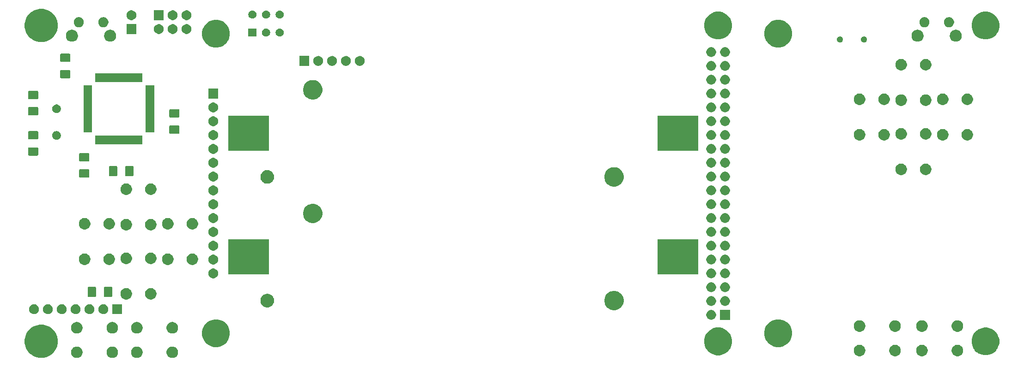
<source format=gbr>
G04 #@! TF.GenerationSoftware,KiCad,Pcbnew,(5.1.5)-2*
G04 #@! TF.CreationDate,2020-09-18T11:59:31-06:00*
G04 #@! TF.ProjectId,Pi-A3-Game-Console,50692d41-332d-4476-916d-652d436f6e73,rev?*
G04 #@! TF.SameCoordinates,Original*
G04 #@! TF.FileFunction,Soldermask,Bot*
G04 #@! TF.FilePolarity,Negative*
%FSLAX46Y46*%
G04 Gerber Fmt 4.6, Leading zero omitted, Abs format (unit mm)*
G04 Created by KiCad (PCBNEW (5.1.5)-2) date 2020-09-18 11:59:31*
%MOMM*%
%LPD*%
G04 APERTURE LIST*
%ADD10C,0.100000*%
G04 APERTURE END LIST*
D10*
G36*
X75806564Y-115489389D02*
G01*
X75997833Y-115568615D01*
X75997835Y-115568616D01*
X76169973Y-115683635D01*
X76316365Y-115830027D01*
X76393315Y-115945190D01*
X76431385Y-116002167D01*
X76510611Y-116193436D01*
X76551000Y-116396484D01*
X76551000Y-116603516D01*
X76510611Y-116806564D01*
X76431993Y-116996365D01*
X76431384Y-116997835D01*
X76316365Y-117169973D01*
X76169973Y-117316365D01*
X75997835Y-117431384D01*
X75997834Y-117431385D01*
X75997833Y-117431385D01*
X75806564Y-117510611D01*
X75603516Y-117551000D01*
X75396484Y-117551000D01*
X75193436Y-117510611D01*
X75002167Y-117431385D01*
X75002166Y-117431385D01*
X75002165Y-117431384D01*
X74830027Y-117316365D01*
X74683635Y-117169973D01*
X74568616Y-116997835D01*
X74568007Y-116996365D01*
X74489389Y-116806564D01*
X74449000Y-116603516D01*
X74449000Y-116396484D01*
X74489389Y-116193436D01*
X74568615Y-116002167D01*
X74606686Y-115945190D01*
X74683635Y-115830027D01*
X74830027Y-115683635D01*
X75002165Y-115568616D01*
X75002167Y-115568615D01*
X75193436Y-115489389D01*
X75396484Y-115449000D01*
X75603516Y-115449000D01*
X75806564Y-115489389D01*
G37*
G36*
X52389943Y-111566248D02*
G01*
X52945189Y-111796238D01*
X52945190Y-111796239D01*
X53444899Y-112130134D01*
X53869866Y-112555101D01*
X53869867Y-112555103D01*
X54203762Y-113054811D01*
X54433752Y-113610057D01*
X54551000Y-114199501D01*
X54551000Y-114800499D01*
X54433752Y-115389943D01*
X54203762Y-115945189D01*
X54037948Y-116193347D01*
X53869866Y-116444899D01*
X53444899Y-116869866D01*
X53320528Y-116952968D01*
X52945189Y-117203762D01*
X52389943Y-117433752D01*
X51800499Y-117551000D01*
X51199501Y-117551000D01*
X50610057Y-117433752D01*
X50054811Y-117203762D01*
X49679472Y-116952968D01*
X49555101Y-116869866D01*
X49130134Y-116444899D01*
X48962052Y-116193347D01*
X48796238Y-115945189D01*
X48566248Y-115389943D01*
X48449000Y-114800499D01*
X48449000Y-114199501D01*
X48566248Y-113610057D01*
X48796238Y-113054811D01*
X49130133Y-112555103D01*
X49130134Y-112555101D01*
X49555101Y-112130134D01*
X50054810Y-111796239D01*
X50054811Y-111796238D01*
X50610057Y-111566248D01*
X51199501Y-111449000D01*
X51800499Y-111449000D01*
X52389943Y-111566248D01*
G37*
G36*
X58306564Y-115489389D02*
G01*
X58497833Y-115568615D01*
X58497835Y-115568616D01*
X58669973Y-115683635D01*
X58816365Y-115830027D01*
X58893315Y-115945190D01*
X58931385Y-116002167D01*
X59010611Y-116193436D01*
X59051000Y-116396484D01*
X59051000Y-116603516D01*
X59010611Y-116806564D01*
X58931993Y-116996365D01*
X58931384Y-116997835D01*
X58816365Y-117169973D01*
X58669973Y-117316365D01*
X58497835Y-117431384D01*
X58497834Y-117431385D01*
X58497833Y-117431385D01*
X58306564Y-117510611D01*
X58103516Y-117551000D01*
X57896484Y-117551000D01*
X57693436Y-117510611D01*
X57502167Y-117431385D01*
X57502166Y-117431385D01*
X57502165Y-117431384D01*
X57330027Y-117316365D01*
X57183635Y-117169973D01*
X57068616Y-116997835D01*
X57068007Y-116996365D01*
X56989389Y-116806564D01*
X56949000Y-116603516D01*
X56949000Y-116396484D01*
X56989389Y-116193436D01*
X57068615Y-116002167D01*
X57106686Y-115945190D01*
X57183635Y-115830027D01*
X57330027Y-115683635D01*
X57502165Y-115568616D01*
X57502167Y-115568615D01*
X57693436Y-115489389D01*
X57896484Y-115449000D01*
X58103516Y-115449000D01*
X58306564Y-115489389D01*
G37*
G36*
X69306564Y-115489389D02*
G01*
X69497833Y-115568615D01*
X69497835Y-115568616D01*
X69669973Y-115683635D01*
X69816365Y-115830027D01*
X69893315Y-115945190D01*
X69931385Y-116002167D01*
X70010611Y-116193436D01*
X70051000Y-116396484D01*
X70051000Y-116603516D01*
X70010611Y-116806564D01*
X69931993Y-116996365D01*
X69931384Y-116997835D01*
X69816365Y-117169973D01*
X69669973Y-117316365D01*
X69497835Y-117431384D01*
X69497834Y-117431385D01*
X69497833Y-117431385D01*
X69306564Y-117510611D01*
X69103516Y-117551000D01*
X68896484Y-117551000D01*
X68693436Y-117510611D01*
X68502167Y-117431385D01*
X68502166Y-117431385D01*
X68502165Y-117431384D01*
X68330027Y-117316365D01*
X68183635Y-117169973D01*
X68068616Y-116997835D01*
X68068007Y-116996365D01*
X67989389Y-116806564D01*
X67949000Y-116603516D01*
X67949000Y-116396484D01*
X67989389Y-116193436D01*
X68068615Y-116002167D01*
X68106686Y-115945190D01*
X68183635Y-115830027D01*
X68330027Y-115683635D01*
X68502165Y-115568616D01*
X68502167Y-115568615D01*
X68693436Y-115489389D01*
X68896484Y-115449000D01*
X69103516Y-115449000D01*
X69306564Y-115489389D01*
G37*
G36*
X64806564Y-115489389D02*
G01*
X64997833Y-115568615D01*
X64997835Y-115568616D01*
X65169973Y-115683635D01*
X65316365Y-115830027D01*
X65393315Y-115945190D01*
X65431385Y-116002167D01*
X65510611Y-116193436D01*
X65551000Y-116396484D01*
X65551000Y-116603516D01*
X65510611Y-116806564D01*
X65431993Y-116996365D01*
X65431384Y-116997835D01*
X65316365Y-117169973D01*
X65169973Y-117316365D01*
X64997835Y-117431384D01*
X64997834Y-117431385D01*
X64997833Y-117431385D01*
X64806564Y-117510611D01*
X64603516Y-117551000D01*
X64396484Y-117551000D01*
X64193436Y-117510611D01*
X64002167Y-117431385D01*
X64002166Y-117431385D01*
X64002165Y-117431384D01*
X63830027Y-117316365D01*
X63683635Y-117169973D01*
X63568616Y-116997835D01*
X63568007Y-116996365D01*
X63489389Y-116806564D01*
X63449000Y-116603516D01*
X63449000Y-116396484D01*
X63489389Y-116193436D01*
X63568615Y-116002167D01*
X63606686Y-115945190D01*
X63683635Y-115830027D01*
X63830027Y-115683635D01*
X64002165Y-115568616D01*
X64002167Y-115568615D01*
X64193436Y-115489389D01*
X64396484Y-115449000D01*
X64603516Y-115449000D01*
X64806564Y-115489389D01*
G37*
G36*
X213156564Y-115169389D02*
G01*
X213347833Y-115248615D01*
X213347835Y-115248616D01*
X213365872Y-115260668D01*
X213519973Y-115363635D01*
X213666365Y-115510027D01*
X213781385Y-115682167D01*
X213860611Y-115873436D01*
X213901000Y-116076484D01*
X213901000Y-116283516D01*
X213860611Y-116486564D01*
X213812169Y-116603514D01*
X213781384Y-116677835D01*
X213666365Y-116849973D01*
X213519973Y-116996365D01*
X213347835Y-117111384D01*
X213347834Y-117111385D01*
X213347833Y-117111385D01*
X213156564Y-117190611D01*
X212953516Y-117231000D01*
X212746484Y-117231000D01*
X212543436Y-117190611D01*
X212352167Y-117111385D01*
X212352166Y-117111385D01*
X212352165Y-117111384D01*
X212180027Y-116996365D01*
X212033635Y-116849973D01*
X211918616Y-116677835D01*
X211887831Y-116603514D01*
X211839389Y-116486564D01*
X211799000Y-116283516D01*
X211799000Y-116076484D01*
X211839389Y-115873436D01*
X211918615Y-115682167D01*
X212033635Y-115510027D01*
X212180027Y-115363635D01*
X212334128Y-115260668D01*
X212352165Y-115248616D01*
X212352167Y-115248615D01*
X212543436Y-115169389D01*
X212746484Y-115129000D01*
X212953516Y-115129000D01*
X213156564Y-115169389D01*
G37*
G36*
X219656564Y-115169389D02*
G01*
X219847833Y-115248615D01*
X219847835Y-115248616D01*
X219865872Y-115260668D01*
X220019973Y-115363635D01*
X220166365Y-115510027D01*
X220281385Y-115682167D01*
X220360611Y-115873436D01*
X220401000Y-116076484D01*
X220401000Y-116283516D01*
X220360611Y-116486564D01*
X220312169Y-116603514D01*
X220281384Y-116677835D01*
X220166365Y-116849973D01*
X220019973Y-116996365D01*
X219847835Y-117111384D01*
X219847834Y-117111385D01*
X219847833Y-117111385D01*
X219656564Y-117190611D01*
X219453516Y-117231000D01*
X219246484Y-117231000D01*
X219043436Y-117190611D01*
X218852167Y-117111385D01*
X218852166Y-117111385D01*
X218852165Y-117111384D01*
X218680027Y-116996365D01*
X218533635Y-116849973D01*
X218418616Y-116677835D01*
X218387831Y-116603514D01*
X218339389Y-116486564D01*
X218299000Y-116283516D01*
X218299000Y-116076484D01*
X218339389Y-115873436D01*
X218418615Y-115682167D01*
X218533635Y-115510027D01*
X218680027Y-115363635D01*
X218834128Y-115260668D01*
X218852165Y-115248616D01*
X218852167Y-115248615D01*
X219043436Y-115169389D01*
X219246484Y-115129000D01*
X219453516Y-115129000D01*
X219656564Y-115169389D01*
G37*
G36*
X208226564Y-115169389D02*
G01*
X208417833Y-115248615D01*
X208417835Y-115248616D01*
X208435872Y-115260668D01*
X208589973Y-115363635D01*
X208736365Y-115510027D01*
X208851385Y-115682167D01*
X208930611Y-115873436D01*
X208971000Y-116076484D01*
X208971000Y-116283516D01*
X208930611Y-116486564D01*
X208882169Y-116603514D01*
X208851384Y-116677835D01*
X208736365Y-116849973D01*
X208589973Y-116996365D01*
X208417835Y-117111384D01*
X208417834Y-117111385D01*
X208417833Y-117111385D01*
X208226564Y-117190611D01*
X208023516Y-117231000D01*
X207816484Y-117231000D01*
X207613436Y-117190611D01*
X207422167Y-117111385D01*
X207422166Y-117111385D01*
X207422165Y-117111384D01*
X207250027Y-116996365D01*
X207103635Y-116849973D01*
X206988616Y-116677835D01*
X206957831Y-116603514D01*
X206909389Y-116486564D01*
X206869000Y-116283516D01*
X206869000Y-116076484D01*
X206909389Y-115873436D01*
X206988615Y-115682167D01*
X207103635Y-115510027D01*
X207250027Y-115363635D01*
X207404128Y-115260668D01*
X207422165Y-115248616D01*
X207422167Y-115248615D01*
X207613436Y-115169389D01*
X207816484Y-115129000D01*
X208023516Y-115129000D01*
X208226564Y-115169389D01*
G37*
G36*
X201726564Y-115169389D02*
G01*
X201917833Y-115248615D01*
X201917835Y-115248616D01*
X201935872Y-115260668D01*
X202089973Y-115363635D01*
X202236365Y-115510027D01*
X202351385Y-115682167D01*
X202430611Y-115873436D01*
X202471000Y-116076484D01*
X202471000Y-116283516D01*
X202430611Y-116486564D01*
X202382169Y-116603514D01*
X202351384Y-116677835D01*
X202236365Y-116849973D01*
X202089973Y-116996365D01*
X201917835Y-117111384D01*
X201917834Y-117111385D01*
X201917833Y-117111385D01*
X201726564Y-117190611D01*
X201523516Y-117231000D01*
X201316484Y-117231000D01*
X201113436Y-117190611D01*
X200922167Y-117111385D01*
X200922166Y-117111385D01*
X200922165Y-117111384D01*
X200750027Y-116996365D01*
X200603635Y-116849973D01*
X200488616Y-116677835D01*
X200457831Y-116603514D01*
X200409389Y-116486564D01*
X200369000Y-116283516D01*
X200369000Y-116076484D01*
X200409389Y-115873436D01*
X200488615Y-115682167D01*
X200603635Y-115510027D01*
X200750027Y-115363635D01*
X200904128Y-115260668D01*
X200922165Y-115248616D01*
X200922167Y-115248615D01*
X201113436Y-115169389D01*
X201316484Y-115129000D01*
X201523516Y-115129000D01*
X201726564Y-115169389D01*
G37*
G36*
X176243998Y-112047034D02*
G01*
X176559775Y-112177833D01*
X176708252Y-112239334D01*
X177126068Y-112518510D01*
X177481391Y-112873833D01*
X177760567Y-113291649D01*
X177760568Y-113291651D01*
X177952867Y-113755903D01*
X178050900Y-114248748D01*
X178050900Y-114751254D01*
X177952867Y-115244099D01*
X177760568Y-115708351D01*
X177760567Y-115708353D01*
X177481391Y-116126169D01*
X177126068Y-116481492D01*
X176708252Y-116760668D01*
X176708251Y-116760669D01*
X176708250Y-116760669D01*
X176243998Y-116952968D01*
X175751153Y-117051001D01*
X175248647Y-117051001D01*
X174755802Y-116952968D01*
X174291550Y-116760669D01*
X174291549Y-116760669D01*
X174291548Y-116760668D01*
X173873732Y-116481492D01*
X173518409Y-116126169D01*
X173239233Y-115708353D01*
X173239232Y-115708351D01*
X173046933Y-115244099D01*
X172948900Y-114751254D01*
X172948900Y-114248748D01*
X173046933Y-113755903D01*
X173239232Y-113291651D01*
X173239233Y-113291649D01*
X173518409Y-112873833D01*
X173873732Y-112518510D01*
X174291548Y-112239334D01*
X174440025Y-112177833D01*
X174755802Y-112047034D01*
X175248647Y-111949001D01*
X175751153Y-111949001D01*
X176243998Y-112047034D01*
G37*
G36*
X224761083Y-111962381D02*
G01*
X225229706Y-112055596D01*
X225251125Y-112062094D01*
X225692559Y-112244942D01*
X225712304Y-112255496D01*
X226109585Y-112520951D01*
X226126890Y-112535152D01*
X226464749Y-112873011D01*
X226478950Y-112890316D01*
X226744405Y-113287597D01*
X226754959Y-113307342D01*
X226937807Y-113748776D01*
X226944305Y-113770195D01*
X227037520Y-114238818D01*
X227039714Y-114261098D01*
X227039714Y-114738904D01*
X227037520Y-114761184D01*
X226944305Y-115229807D01*
X226937807Y-115251226D01*
X226754959Y-115692660D01*
X226744405Y-115712405D01*
X226478950Y-116109686D01*
X226464749Y-116126991D01*
X226126890Y-116464850D01*
X226109585Y-116479051D01*
X225712304Y-116744506D01*
X225692559Y-116755060D01*
X225251125Y-116937908D01*
X225229706Y-116944406D01*
X224761083Y-117037621D01*
X224738803Y-117039815D01*
X224260997Y-117039815D01*
X224238717Y-117037621D01*
X223770094Y-116944406D01*
X223748675Y-116937908D01*
X223307241Y-116755060D01*
X223287496Y-116744506D01*
X222890215Y-116479051D01*
X222872910Y-116464850D01*
X222535051Y-116126991D01*
X222520850Y-116109686D01*
X222255395Y-115712405D01*
X222244841Y-115692660D01*
X222061993Y-115251226D01*
X222055495Y-115229807D01*
X221962280Y-114761184D01*
X221960086Y-114738904D01*
X221960086Y-114261098D01*
X221962280Y-114238818D01*
X222055495Y-113770195D01*
X222061993Y-113748776D01*
X222244841Y-113307342D01*
X222255395Y-113287597D01*
X222520850Y-112890316D01*
X222535051Y-112873011D01*
X222872910Y-112535152D01*
X222890215Y-112520951D01*
X223287496Y-112255496D01*
X223307241Y-112244942D01*
X223748675Y-112062094D01*
X223770094Y-112055596D01*
X224238717Y-111962381D01*
X224260997Y-111960187D01*
X224738803Y-111960187D01*
X224761083Y-111962381D01*
G37*
G36*
X84244098Y-110547033D02*
G01*
X84708350Y-110739332D01*
X84708352Y-110739333D01*
X85126168Y-111018509D01*
X85481491Y-111373832D01*
X85755232Y-111783514D01*
X85760668Y-111791650D01*
X85952967Y-112255902D01*
X86051000Y-112748747D01*
X86051000Y-113251253D01*
X85952967Y-113744098D01*
X85760668Y-114208350D01*
X85760667Y-114208352D01*
X85481491Y-114626168D01*
X85126168Y-114981491D01*
X84708352Y-115260667D01*
X84708351Y-115260668D01*
X84708350Y-115260668D01*
X84244098Y-115452967D01*
X83751253Y-115551000D01*
X83248747Y-115551000D01*
X82755902Y-115452967D01*
X82291650Y-115260668D01*
X82291649Y-115260668D01*
X82291648Y-115260667D01*
X81873832Y-114981491D01*
X81518509Y-114626168D01*
X81239333Y-114208352D01*
X81239332Y-114208350D01*
X81047033Y-113744098D01*
X80949000Y-113251253D01*
X80949000Y-112748747D01*
X81047033Y-112255902D01*
X81239332Y-111791650D01*
X81244768Y-111783514D01*
X81518509Y-111373832D01*
X81873832Y-111018509D01*
X82291648Y-110739333D01*
X82291650Y-110739332D01*
X82755902Y-110547033D01*
X83248747Y-110449000D01*
X83751253Y-110449000D01*
X84244098Y-110547033D01*
G37*
G36*
X187264098Y-110547033D02*
G01*
X187728350Y-110739332D01*
X187728352Y-110739333D01*
X188146168Y-111018509D01*
X188501491Y-111373832D01*
X188775232Y-111783514D01*
X188780668Y-111791650D01*
X188972967Y-112255902D01*
X189071000Y-112748747D01*
X189071000Y-113251253D01*
X188972967Y-113744098D01*
X188780668Y-114208350D01*
X188780667Y-114208352D01*
X188501491Y-114626168D01*
X188146168Y-114981491D01*
X187728352Y-115260667D01*
X187728351Y-115260668D01*
X187728350Y-115260668D01*
X187264098Y-115452967D01*
X186771253Y-115551000D01*
X186268747Y-115551000D01*
X185775902Y-115452967D01*
X185311650Y-115260668D01*
X185311649Y-115260668D01*
X185311648Y-115260667D01*
X184893832Y-114981491D01*
X184538509Y-114626168D01*
X184259333Y-114208352D01*
X184259332Y-114208350D01*
X184067033Y-113744098D01*
X183969000Y-113251253D01*
X183969000Y-112748747D01*
X184067033Y-112255902D01*
X184259332Y-111791650D01*
X184264768Y-111783514D01*
X184538509Y-111373832D01*
X184893832Y-111018509D01*
X185311648Y-110739333D01*
X185311650Y-110739332D01*
X185775902Y-110547033D01*
X186268747Y-110449000D01*
X186771253Y-110449000D01*
X187264098Y-110547033D01*
G37*
G36*
X75806564Y-110989389D02*
G01*
X75997833Y-111068615D01*
X75997835Y-111068616D01*
X76169973Y-111183635D01*
X76316365Y-111330027D01*
X76345635Y-111373832D01*
X76431385Y-111502167D01*
X76510611Y-111693436D01*
X76551000Y-111896484D01*
X76551000Y-112103516D01*
X76510611Y-112306564D01*
X76492630Y-112349973D01*
X76431384Y-112497835D01*
X76316365Y-112669973D01*
X76169973Y-112816365D01*
X75997835Y-112931384D01*
X75997834Y-112931385D01*
X75997833Y-112931385D01*
X75806564Y-113010611D01*
X75603516Y-113051000D01*
X75396484Y-113051000D01*
X75193436Y-113010611D01*
X75002167Y-112931385D01*
X75002166Y-112931385D01*
X75002165Y-112931384D01*
X74830027Y-112816365D01*
X74683635Y-112669973D01*
X74568616Y-112497835D01*
X74507370Y-112349973D01*
X74489389Y-112306564D01*
X74449000Y-112103516D01*
X74449000Y-111896484D01*
X74489389Y-111693436D01*
X74568615Y-111502167D01*
X74654366Y-111373832D01*
X74683635Y-111330027D01*
X74830027Y-111183635D01*
X75002165Y-111068616D01*
X75002167Y-111068615D01*
X75193436Y-110989389D01*
X75396484Y-110949000D01*
X75603516Y-110949000D01*
X75806564Y-110989389D01*
G37*
G36*
X69306564Y-110989389D02*
G01*
X69497833Y-111068615D01*
X69497835Y-111068616D01*
X69669973Y-111183635D01*
X69816365Y-111330027D01*
X69845635Y-111373832D01*
X69931385Y-111502167D01*
X70010611Y-111693436D01*
X70051000Y-111896484D01*
X70051000Y-112103516D01*
X70010611Y-112306564D01*
X69992630Y-112349973D01*
X69931384Y-112497835D01*
X69816365Y-112669973D01*
X69669973Y-112816365D01*
X69497835Y-112931384D01*
X69497834Y-112931385D01*
X69497833Y-112931385D01*
X69306564Y-113010611D01*
X69103516Y-113051000D01*
X68896484Y-113051000D01*
X68693436Y-113010611D01*
X68502167Y-112931385D01*
X68502166Y-112931385D01*
X68502165Y-112931384D01*
X68330027Y-112816365D01*
X68183635Y-112669973D01*
X68068616Y-112497835D01*
X68007370Y-112349973D01*
X67989389Y-112306564D01*
X67949000Y-112103516D01*
X67949000Y-111896484D01*
X67989389Y-111693436D01*
X68068615Y-111502167D01*
X68154366Y-111373832D01*
X68183635Y-111330027D01*
X68330027Y-111183635D01*
X68502165Y-111068616D01*
X68502167Y-111068615D01*
X68693436Y-110989389D01*
X68896484Y-110949000D01*
X69103516Y-110949000D01*
X69306564Y-110989389D01*
G37*
G36*
X64806564Y-110989389D02*
G01*
X64997833Y-111068615D01*
X64997835Y-111068616D01*
X65169973Y-111183635D01*
X65316365Y-111330027D01*
X65345635Y-111373832D01*
X65431385Y-111502167D01*
X65510611Y-111693436D01*
X65551000Y-111896484D01*
X65551000Y-112103516D01*
X65510611Y-112306564D01*
X65492630Y-112349973D01*
X65431384Y-112497835D01*
X65316365Y-112669973D01*
X65169973Y-112816365D01*
X64997835Y-112931384D01*
X64997834Y-112931385D01*
X64997833Y-112931385D01*
X64806564Y-113010611D01*
X64603516Y-113051000D01*
X64396484Y-113051000D01*
X64193436Y-113010611D01*
X64002167Y-112931385D01*
X64002166Y-112931385D01*
X64002165Y-112931384D01*
X63830027Y-112816365D01*
X63683635Y-112669973D01*
X63568616Y-112497835D01*
X63507370Y-112349973D01*
X63489389Y-112306564D01*
X63449000Y-112103516D01*
X63449000Y-111896484D01*
X63489389Y-111693436D01*
X63568615Y-111502167D01*
X63654366Y-111373832D01*
X63683635Y-111330027D01*
X63830027Y-111183635D01*
X64002165Y-111068616D01*
X64002167Y-111068615D01*
X64193436Y-110989389D01*
X64396484Y-110949000D01*
X64603516Y-110949000D01*
X64806564Y-110989389D01*
G37*
G36*
X58306564Y-110989389D02*
G01*
X58497833Y-111068615D01*
X58497835Y-111068616D01*
X58669973Y-111183635D01*
X58816365Y-111330027D01*
X58845635Y-111373832D01*
X58931385Y-111502167D01*
X59010611Y-111693436D01*
X59051000Y-111896484D01*
X59051000Y-112103516D01*
X59010611Y-112306564D01*
X58992630Y-112349973D01*
X58931384Y-112497835D01*
X58816365Y-112669973D01*
X58669973Y-112816365D01*
X58497835Y-112931384D01*
X58497834Y-112931385D01*
X58497833Y-112931385D01*
X58306564Y-113010611D01*
X58103516Y-113051000D01*
X57896484Y-113051000D01*
X57693436Y-113010611D01*
X57502167Y-112931385D01*
X57502166Y-112931385D01*
X57502165Y-112931384D01*
X57330027Y-112816365D01*
X57183635Y-112669973D01*
X57068616Y-112497835D01*
X57007370Y-112349973D01*
X56989389Y-112306564D01*
X56949000Y-112103516D01*
X56949000Y-111896484D01*
X56989389Y-111693436D01*
X57068615Y-111502167D01*
X57154366Y-111373832D01*
X57183635Y-111330027D01*
X57330027Y-111183635D01*
X57502165Y-111068616D01*
X57502167Y-111068615D01*
X57693436Y-110989389D01*
X57896484Y-110949000D01*
X58103516Y-110949000D01*
X58306564Y-110989389D01*
G37*
G36*
X208226564Y-110669389D02*
G01*
X208395424Y-110739333D01*
X208417835Y-110748616D01*
X208589973Y-110863635D01*
X208736365Y-111010027D01*
X208851385Y-111182167D01*
X208930611Y-111373436D01*
X208971000Y-111576484D01*
X208971000Y-111783516D01*
X208930611Y-111986564D01*
X208851385Y-112177833D01*
X208851384Y-112177835D01*
X208736365Y-112349973D01*
X208589973Y-112496365D01*
X208417835Y-112611384D01*
X208417834Y-112611385D01*
X208417833Y-112611385D01*
X208226564Y-112690611D01*
X208023516Y-112731000D01*
X207816484Y-112731000D01*
X207613436Y-112690611D01*
X207422167Y-112611385D01*
X207422166Y-112611385D01*
X207422165Y-112611384D01*
X207250027Y-112496365D01*
X207103635Y-112349973D01*
X206988616Y-112177835D01*
X206988615Y-112177833D01*
X206909389Y-111986564D01*
X206869000Y-111783516D01*
X206869000Y-111576484D01*
X206909389Y-111373436D01*
X206988615Y-111182167D01*
X207103635Y-111010027D01*
X207250027Y-110863635D01*
X207422165Y-110748616D01*
X207444576Y-110739333D01*
X207613436Y-110669389D01*
X207816484Y-110629000D01*
X208023516Y-110629000D01*
X208226564Y-110669389D01*
G37*
G36*
X219656564Y-110669389D02*
G01*
X219825424Y-110739333D01*
X219847835Y-110748616D01*
X220019973Y-110863635D01*
X220166365Y-111010027D01*
X220281385Y-111182167D01*
X220360611Y-111373436D01*
X220401000Y-111576484D01*
X220401000Y-111783516D01*
X220360611Y-111986564D01*
X220281385Y-112177833D01*
X220281384Y-112177835D01*
X220166365Y-112349973D01*
X220019973Y-112496365D01*
X219847835Y-112611384D01*
X219847834Y-112611385D01*
X219847833Y-112611385D01*
X219656564Y-112690611D01*
X219453516Y-112731000D01*
X219246484Y-112731000D01*
X219043436Y-112690611D01*
X218852167Y-112611385D01*
X218852166Y-112611385D01*
X218852165Y-112611384D01*
X218680027Y-112496365D01*
X218533635Y-112349973D01*
X218418616Y-112177835D01*
X218418615Y-112177833D01*
X218339389Y-111986564D01*
X218299000Y-111783516D01*
X218299000Y-111576484D01*
X218339389Y-111373436D01*
X218418615Y-111182167D01*
X218533635Y-111010027D01*
X218680027Y-110863635D01*
X218852165Y-110748616D01*
X218874576Y-110739333D01*
X219043436Y-110669389D01*
X219246484Y-110629000D01*
X219453516Y-110629000D01*
X219656564Y-110669389D01*
G37*
G36*
X201726564Y-110669389D02*
G01*
X201895424Y-110739333D01*
X201917835Y-110748616D01*
X202089973Y-110863635D01*
X202236365Y-111010027D01*
X202351385Y-111182167D01*
X202430611Y-111373436D01*
X202471000Y-111576484D01*
X202471000Y-111783516D01*
X202430611Y-111986564D01*
X202351385Y-112177833D01*
X202351384Y-112177835D01*
X202236365Y-112349973D01*
X202089973Y-112496365D01*
X201917835Y-112611384D01*
X201917834Y-112611385D01*
X201917833Y-112611385D01*
X201726564Y-112690611D01*
X201523516Y-112731000D01*
X201316484Y-112731000D01*
X201113436Y-112690611D01*
X200922167Y-112611385D01*
X200922166Y-112611385D01*
X200922165Y-112611384D01*
X200750027Y-112496365D01*
X200603635Y-112349973D01*
X200488616Y-112177835D01*
X200488615Y-112177833D01*
X200409389Y-111986564D01*
X200369000Y-111783516D01*
X200369000Y-111576484D01*
X200409389Y-111373436D01*
X200488615Y-111182167D01*
X200603635Y-111010027D01*
X200750027Y-110863635D01*
X200922165Y-110748616D01*
X200944576Y-110739333D01*
X201113436Y-110669389D01*
X201316484Y-110629000D01*
X201523516Y-110629000D01*
X201726564Y-110669389D01*
G37*
G36*
X213156564Y-110669389D02*
G01*
X213325424Y-110739333D01*
X213347835Y-110748616D01*
X213519973Y-110863635D01*
X213666365Y-111010027D01*
X213781385Y-111182167D01*
X213860611Y-111373436D01*
X213901000Y-111576484D01*
X213901000Y-111783516D01*
X213860611Y-111986564D01*
X213781385Y-112177833D01*
X213781384Y-112177835D01*
X213666365Y-112349973D01*
X213519973Y-112496365D01*
X213347835Y-112611384D01*
X213347834Y-112611385D01*
X213347833Y-112611385D01*
X213156564Y-112690611D01*
X212953516Y-112731000D01*
X212746484Y-112731000D01*
X212543436Y-112690611D01*
X212352167Y-112611385D01*
X212352166Y-112611385D01*
X212352165Y-112611384D01*
X212180027Y-112496365D01*
X212033635Y-112349973D01*
X211918616Y-112177835D01*
X211918615Y-112177833D01*
X211839389Y-111986564D01*
X211799000Y-111783516D01*
X211799000Y-111576484D01*
X211839389Y-111373436D01*
X211918615Y-111182167D01*
X212033635Y-111010027D01*
X212180027Y-110863635D01*
X212352165Y-110748616D01*
X212374576Y-110739333D01*
X212543436Y-110669389D01*
X212746484Y-110629000D01*
X212953516Y-110629000D01*
X213156564Y-110669389D01*
G37*
G36*
X177670900Y-110531001D02*
G01*
X175868900Y-110531001D01*
X175868900Y-108729001D01*
X177670900Y-108729001D01*
X177670900Y-110531001D01*
G37*
G36*
X174343412Y-108733928D02*
G01*
X174492712Y-108763625D01*
X174656684Y-108831545D01*
X174804254Y-108930148D01*
X174929753Y-109055647D01*
X175028356Y-109203217D01*
X175096276Y-109367189D01*
X175130900Y-109541260D01*
X175130900Y-109718742D01*
X175096276Y-109892813D01*
X175028356Y-110056785D01*
X174929753Y-110204355D01*
X174804254Y-110329854D01*
X174656684Y-110428457D01*
X174492712Y-110496377D01*
X174343412Y-110526074D01*
X174318642Y-110531001D01*
X174141158Y-110531001D01*
X174116388Y-110526074D01*
X173967088Y-110496377D01*
X173803116Y-110428457D01*
X173655546Y-110329854D01*
X173530047Y-110204355D01*
X173431444Y-110056785D01*
X173363524Y-109892813D01*
X173328900Y-109718742D01*
X173328900Y-109541260D01*
X173363524Y-109367189D01*
X173431444Y-109203217D01*
X173530047Y-109055647D01*
X173655546Y-108930148D01*
X173803116Y-108831545D01*
X173967088Y-108763625D01*
X174116388Y-108733928D01*
X174141158Y-108729001D01*
X174318642Y-108729001D01*
X174343412Y-108733928D01*
G37*
G36*
X50278512Y-107688927D02*
G01*
X50427812Y-107718624D01*
X50591784Y-107786544D01*
X50739354Y-107885147D01*
X50864853Y-108010646D01*
X50963456Y-108158216D01*
X51031376Y-108322188D01*
X51066000Y-108496259D01*
X51066000Y-108673741D01*
X51031376Y-108847812D01*
X50963456Y-109011784D01*
X50864853Y-109159354D01*
X50739354Y-109284853D01*
X50591784Y-109383456D01*
X50427812Y-109451376D01*
X50278512Y-109481073D01*
X50253742Y-109486000D01*
X50076258Y-109486000D01*
X50051488Y-109481073D01*
X49902188Y-109451376D01*
X49738216Y-109383456D01*
X49590646Y-109284853D01*
X49465147Y-109159354D01*
X49366544Y-109011784D01*
X49298624Y-108847812D01*
X49264000Y-108673741D01*
X49264000Y-108496259D01*
X49298624Y-108322188D01*
X49366544Y-108158216D01*
X49465147Y-108010646D01*
X49590646Y-107885147D01*
X49738216Y-107786544D01*
X49902188Y-107718624D01*
X50051488Y-107688927D01*
X50076258Y-107684000D01*
X50253742Y-107684000D01*
X50278512Y-107688927D01*
G37*
G36*
X52818512Y-107688927D02*
G01*
X52967812Y-107718624D01*
X53131784Y-107786544D01*
X53279354Y-107885147D01*
X53404853Y-108010646D01*
X53503456Y-108158216D01*
X53571376Y-108322188D01*
X53606000Y-108496259D01*
X53606000Y-108673741D01*
X53571376Y-108847812D01*
X53503456Y-109011784D01*
X53404853Y-109159354D01*
X53279354Y-109284853D01*
X53131784Y-109383456D01*
X52967812Y-109451376D01*
X52818512Y-109481073D01*
X52793742Y-109486000D01*
X52616258Y-109486000D01*
X52591488Y-109481073D01*
X52442188Y-109451376D01*
X52278216Y-109383456D01*
X52130646Y-109284853D01*
X52005147Y-109159354D01*
X51906544Y-109011784D01*
X51838624Y-108847812D01*
X51804000Y-108673741D01*
X51804000Y-108496259D01*
X51838624Y-108322188D01*
X51906544Y-108158216D01*
X52005147Y-108010646D01*
X52130646Y-107885147D01*
X52278216Y-107786544D01*
X52442188Y-107718624D01*
X52591488Y-107688927D01*
X52616258Y-107684000D01*
X52793742Y-107684000D01*
X52818512Y-107688927D01*
G37*
G36*
X55358512Y-107688927D02*
G01*
X55507812Y-107718624D01*
X55671784Y-107786544D01*
X55819354Y-107885147D01*
X55944853Y-108010646D01*
X56043456Y-108158216D01*
X56111376Y-108322188D01*
X56146000Y-108496259D01*
X56146000Y-108673741D01*
X56111376Y-108847812D01*
X56043456Y-109011784D01*
X55944853Y-109159354D01*
X55819354Y-109284853D01*
X55671784Y-109383456D01*
X55507812Y-109451376D01*
X55358512Y-109481073D01*
X55333742Y-109486000D01*
X55156258Y-109486000D01*
X55131488Y-109481073D01*
X54982188Y-109451376D01*
X54818216Y-109383456D01*
X54670646Y-109284853D01*
X54545147Y-109159354D01*
X54446544Y-109011784D01*
X54378624Y-108847812D01*
X54344000Y-108673741D01*
X54344000Y-108496259D01*
X54378624Y-108322188D01*
X54446544Y-108158216D01*
X54545147Y-108010646D01*
X54670646Y-107885147D01*
X54818216Y-107786544D01*
X54982188Y-107718624D01*
X55131488Y-107688927D01*
X55156258Y-107684000D01*
X55333742Y-107684000D01*
X55358512Y-107688927D01*
G37*
G36*
X57898512Y-107688927D02*
G01*
X58047812Y-107718624D01*
X58211784Y-107786544D01*
X58359354Y-107885147D01*
X58484853Y-108010646D01*
X58583456Y-108158216D01*
X58651376Y-108322188D01*
X58686000Y-108496259D01*
X58686000Y-108673741D01*
X58651376Y-108847812D01*
X58583456Y-109011784D01*
X58484853Y-109159354D01*
X58359354Y-109284853D01*
X58211784Y-109383456D01*
X58047812Y-109451376D01*
X57898512Y-109481073D01*
X57873742Y-109486000D01*
X57696258Y-109486000D01*
X57671488Y-109481073D01*
X57522188Y-109451376D01*
X57358216Y-109383456D01*
X57210646Y-109284853D01*
X57085147Y-109159354D01*
X56986544Y-109011784D01*
X56918624Y-108847812D01*
X56884000Y-108673741D01*
X56884000Y-108496259D01*
X56918624Y-108322188D01*
X56986544Y-108158216D01*
X57085147Y-108010646D01*
X57210646Y-107885147D01*
X57358216Y-107786544D01*
X57522188Y-107718624D01*
X57671488Y-107688927D01*
X57696258Y-107684000D01*
X57873742Y-107684000D01*
X57898512Y-107688927D01*
G37*
G36*
X66306000Y-109486000D02*
G01*
X64504000Y-109486000D01*
X64504000Y-107684000D01*
X66306000Y-107684000D01*
X66306000Y-109486000D01*
G37*
G36*
X60438512Y-107688927D02*
G01*
X60587812Y-107718624D01*
X60751784Y-107786544D01*
X60899354Y-107885147D01*
X61024853Y-108010646D01*
X61123456Y-108158216D01*
X61191376Y-108322188D01*
X61226000Y-108496259D01*
X61226000Y-108673741D01*
X61191376Y-108847812D01*
X61123456Y-109011784D01*
X61024853Y-109159354D01*
X60899354Y-109284853D01*
X60751784Y-109383456D01*
X60587812Y-109451376D01*
X60438512Y-109481073D01*
X60413742Y-109486000D01*
X60236258Y-109486000D01*
X60211488Y-109481073D01*
X60062188Y-109451376D01*
X59898216Y-109383456D01*
X59750646Y-109284853D01*
X59625147Y-109159354D01*
X59526544Y-109011784D01*
X59458624Y-108847812D01*
X59424000Y-108673741D01*
X59424000Y-108496259D01*
X59458624Y-108322188D01*
X59526544Y-108158216D01*
X59625147Y-108010646D01*
X59750646Y-107885147D01*
X59898216Y-107786544D01*
X60062188Y-107718624D01*
X60211488Y-107688927D01*
X60236258Y-107684000D01*
X60413742Y-107684000D01*
X60438512Y-107688927D01*
G37*
G36*
X62978512Y-107688927D02*
G01*
X63127812Y-107718624D01*
X63291784Y-107786544D01*
X63439354Y-107885147D01*
X63564853Y-108010646D01*
X63663456Y-108158216D01*
X63731376Y-108322188D01*
X63766000Y-108496259D01*
X63766000Y-108673741D01*
X63731376Y-108847812D01*
X63663456Y-109011784D01*
X63564853Y-109159354D01*
X63439354Y-109284853D01*
X63291784Y-109383456D01*
X63127812Y-109451376D01*
X62978512Y-109481073D01*
X62953742Y-109486000D01*
X62776258Y-109486000D01*
X62751488Y-109481073D01*
X62602188Y-109451376D01*
X62438216Y-109383456D01*
X62290646Y-109284853D01*
X62165147Y-109159354D01*
X62066544Y-109011784D01*
X61998624Y-108847812D01*
X61964000Y-108673741D01*
X61964000Y-108496259D01*
X61998624Y-108322188D01*
X62066544Y-108158216D01*
X62165147Y-108010646D01*
X62290646Y-107885147D01*
X62438216Y-107786544D01*
X62602188Y-107718624D01*
X62751488Y-107688927D01*
X62776258Y-107684000D01*
X62953742Y-107684000D01*
X62978512Y-107688927D01*
G37*
G36*
X156948039Y-105292250D02*
G01*
X157083734Y-105348457D01*
X157271251Y-105426129D01*
X157562134Y-105620491D01*
X157809509Y-105867866D01*
X158003871Y-106158749D01*
X158023327Y-106205721D01*
X158137750Y-106481961D01*
X158206000Y-106825078D01*
X158206000Y-107174922D01*
X158137750Y-107518039D01*
X158107859Y-107590201D01*
X158003871Y-107841251D01*
X157809509Y-108132134D01*
X157562134Y-108379509D01*
X157271251Y-108573871D01*
X157137372Y-108629325D01*
X156948039Y-108707750D01*
X156604922Y-108776000D01*
X156255078Y-108776000D01*
X155911961Y-108707750D01*
X155722628Y-108629325D01*
X155588749Y-108573871D01*
X155297866Y-108379509D01*
X155050491Y-108132134D01*
X154856129Y-107841251D01*
X154752141Y-107590201D01*
X154722250Y-107518039D01*
X154654000Y-107174922D01*
X154654000Y-106825078D01*
X154722250Y-106481961D01*
X154836673Y-106205721D01*
X154856129Y-106158749D01*
X155050491Y-105867866D01*
X155297866Y-105620491D01*
X155588749Y-105426129D01*
X155776266Y-105348457D01*
X155911961Y-105292250D01*
X156255078Y-105224000D01*
X156604922Y-105224000D01*
X156948039Y-105292250D01*
G37*
G36*
X93263444Y-105801882D02*
G01*
X93490201Y-105895808D01*
X93490202Y-105895809D01*
X93694279Y-106032168D01*
X93867832Y-106205721D01*
X93941256Y-106315608D01*
X94004192Y-106409799D01*
X94098118Y-106636556D01*
X94146000Y-106877278D01*
X94146000Y-107122722D01*
X94098118Y-107363444D01*
X94004192Y-107590201D01*
X94004191Y-107590202D01*
X93867832Y-107794279D01*
X93694279Y-107967832D01*
X93630201Y-108010647D01*
X93490201Y-108104192D01*
X93263444Y-108198118D01*
X93022722Y-108246000D01*
X92777278Y-108246000D01*
X92536556Y-108198118D01*
X92309799Y-108104192D01*
X92169799Y-108010647D01*
X92105721Y-107967832D01*
X91932168Y-107794279D01*
X91795809Y-107590202D01*
X91795808Y-107590201D01*
X91701882Y-107363444D01*
X91654000Y-107122722D01*
X91654000Y-106877278D01*
X91701882Y-106636556D01*
X91795808Y-106409799D01*
X91858744Y-106315608D01*
X91932168Y-106205721D01*
X92105721Y-106032168D01*
X92309798Y-105895809D01*
X92309799Y-105895808D01*
X92536556Y-105801882D01*
X92777278Y-105754000D01*
X93022722Y-105754000D01*
X93263444Y-105801882D01*
G37*
G36*
X176883412Y-106193928D02*
G01*
X177032712Y-106223625D01*
X177196684Y-106291545D01*
X177344254Y-106390148D01*
X177469753Y-106515647D01*
X177568356Y-106663217D01*
X177636276Y-106827189D01*
X177670900Y-107001260D01*
X177670900Y-107178742D01*
X177636276Y-107352813D01*
X177568356Y-107516785D01*
X177469753Y-107664355D01*
X177344254Y-107789854D01*
X177196684Y-107888457D01*
X177032712Y-107956377D01*
X176883412Y-107986074D01*
X176858642Y-107991001D01*
X176681158Y-107991001D01*
X176656388Y-107986074D01*
X176507088Y-107956377D01*
X176343116Y-107888457D01*
X176195546Y-107789854D01*
X176070047Y-107664355D01*
X175971444Y-107516785D01*
X175903524Y-107352813D01*
X175868900Y-107178742D01*
X175868900Y-107001260D01*
X175903524Y-106827189D01*
X175971444Y-106663217D01*
X176070047Y-106515647D01*
X176195546Y-106390148D01*
X176343116Y-106291545D01*
X176507088Y-106223625D01*
X176656388Y-106193928D01*
X176681158Y-106189001D01*
X176858642Y-106189001D01*
X176883412Y-106193928D01*
G37*
G36*
X174343412Y-106193928D02*
G01*
X174492712Y-106223625D01*
X174656684Y-106291545D01*
X174804254Y-106390148D01*
X174929753Y-106515647D01*
X175028356Y-106663217D01*
X175096276Y-106827189D01*
X175130900Y-107001260D01*
X175130900Y-107178742D01*
X175096276Y-107352813D01*
X175028356Y-107516785D01*
X174929753Y-107664355D01*
X174804254Y-107789854D01*
X174656684Y-107888457D01*
X174492712Y-107956377D01*
X174343412Y-107986074D01*
X174318642Y-107991001D01*
X174141158Y-107991001D01*
X174116388Y-107986074D01*
X173967088Y-107956377D01*
X173803116Y-107888457D01*
X173655546Y-107789854D01*
X173530047Y-107664355D01*
X173431444Y-107516785D01*
X173363524Y-107352813D01*
X173328900Y-107178742D01*
X173328900Y-107001260D01*
X173363524Y-106827189D01*
X173431444Y-106663217D01*
X173530047Y-106515647D01*
X173655546Y-106390148D01*
X173803116Y-106291545D01*
X173967088Y-106223625D01*
X174116388Y-106193928D01*
X174141158Y-106189001D01*
X174318642Y-106189001D01*
X174343412Y-106193928D01*
G37*
G36*
X71861564Y-104749389D02*
G01*
X72014683Y-104812813D01*
X72052835Y-104828616D01*
X72224973Y-104943635D01*
X72371365Y-105090027D01*
X72486385Y-105262167D01*
X72565611Y-105453436D01*
X72606000Y-105656484D01*
X72606000Y-105863516D01*
X72565611Y-106066564D01*
X72500554Y-106223625D01*
X72486384Y-106257835D01*
X72371365Y-106429973D01*
X72224973Y-106576365D01*
X72052835Y-106691384D01*
X72052834Y-106691385D01*
X72052833Y-106691385D01*
X71861564Y-106770611D01*
X71658516Y-106811000D01*
X71451484Y-106811000D01*
X71248436Y-106770611D01*
X71057167Y-106691385D01*
X71057166Y-106691385D01*
X71057165Y-106691384D01*
X70885027Y-106576365D01*
X70738635Y-106429973D01*
X70623616Y-106257835D01*
X70609446Y-106223625D01*
X70544389Y-106066564D01*
X70504000Y-105863516D01*
X70504000Y-105656484D01*
X70544389Y-105453436D01*
X70623615Y-105262167D01*
X70738635Y-105090027D01*
X70885027Y-104943635D01*
X71057165Y-104828616D01*
X71095317Y-104812813D01*
X71248436Y-104749389D01*
X71451484Y-104709000D01*
X71658516Y-104709000D01*
X71861564Y-104749389D01*
G37*
G36*
X67361564Y-104749389D02*
G01*
X67514683Y-104812813D01*
X67552835Y-104828616D01*
X67724973Y-104943635D01*
X67871365Y-105090027D01*
X67986385Y-105262167D01*
X68065611Y-105453436D01*
X68106000Y-105656484D01*
X68106000Y-105863516D01*
X68065611Y-106066564D01*
X68000554Y-106223625D01*
X67986384Y-106257835D01*
X67871365Y-106429973D01*
X67724973Y-106576365D01*
X67552835Y-106691384D01*
X67552834Y-106691385D01*
X67552833Y-106691385D01*
X67361564Y-106770611D01*
X67158516Y-106811000D01*
X66951484Y-106811000D01*
X66748436Y-106770611D01*
X66557167Y-106691385D01*
X66557166Y-106691385D01*
X66557165Y-106691384D01*
X66385027Y-106576365D01*
X66238635Y-106429973D01*
X66123616Y-106257835D01*
X66109446Y-106223625D01*
X66044389Y-106066564D01*
X66004000Y-105863516D01*
X66004000Y-105656484D01*
X66044389Y-105453436D01*
X66123615Y-105262167D01*
X66238635Y-105090027D01*
X66385027Y-104943635D01*
X66557165Y-104828616D01*
X66595317Y-104812813D01*
X66748436Y-104749389D01*
X66951484Y-104709000D01*
X67158516Y-104709000D01*
X67361564Y-104749389D01*
G37*
G36*
X61355562Y-104488181D02*
G01*
X61390481Y-104498774D01*
X61422663Y-104515976D01*
X61450873Y-104539127D01*
X61474024Y-104567337D01*
X61491226Y-104599519D01*
X61501819Y-104634438D01*
X61506000Y-104676895D01*
X61506000Y-106143105D01*
X61501819Y-106185562D01*
X61491226Y-106220481D01*
X61474024Y-106252663D01*
X61450873Y-106280873D01*
X61422663Y-106304024D01*
X61390481Y-106321226D01*
X61355562Y-106331819D01*
X61313105Y-106336000D01*
X60171895Y-106336000D01*
X60129438Y-106331819D01*
X60094519Y-106321226D01*
X60062337Y-106304024D01*
X60034127Y-106280873D01*
X60010976Y-106252663D01*
X59993774Y-106220481D01*
X59983181Y-106185562D01*
X59979000Y-106143105D01*
X59979000Y-104676895D01*
X59983181Y-104634438D01*
X59993774Y-104599519D01*
X60010976Y-104567337D01*
X60034127Y-104539127D01*
X60062337Y-104515976D01*
X60094519Y-104498774D01*
X60129438Y-104488181D01*
X60171895Y-104484000D01*
X61313105Y-104484000D01*
X61355562Y-104488181D01*
G37*
G36*
X64330562Y-104488181D02*
G01*
X64365481Y-104498774D01*
X64397663Y-104515976D01*
X64425873Y-104539127D01*
X64449024Y-104567337D01*
X64466226Y-104599519D01*
X64476819Y-104634438D01*
X64481000Y-104676895D01*
X64481000Y-106143105D01*
X64476819Y-106185562D01*
X64466226Y-106220481D01*
X64449024Y-106252663D01*
X64425873Y-106280873D01*
X64397663Y-106304024D01*
X64365481Y-106321226D01*
X64330562Y-106331819D01*
X64288105Y-106336000D01*
X63146895Y-106336000D01*
X63104438Y-106331819D01*
X63069519Y-106321226D01*
X63037337Y-106304024D01*
X63009127Y-106280873D01*
X62985976Y-106252663D01*
X62968774Y-106220481D01*
X62958181Y-106185562D01*
X62954000Y-106143105D01*
X62954000Y-104676895D01*
X62958181Y-104634438D01*
X62968774Y-104599519D01*
X62985976Y-104567337D01*
X63009127Y-104539127D01*
X63037337Y-104515976D01*
X63069519Y-104498774D01*
X63104438Y-104488181D01*
X63146895Y-104484000D01*
X64288105Y-104484000D01*
X64330562Y-104488181D01*
G37*
G36*
X176883412Y-103653928D02*
G01*
X177032712Y-103683625D01*
X177196684Y-103751545D01*
X177344254Y-103850148D01*
X177469753Y-103975647D01*
X177568356Y-104123217D01*
X177636276Y-104287189D01*
X177670900Y-104461260D01*
X177670900Y-104638742D01*
X177636276Y-104812813D01*
X177568356Y-104976785D01*
X177469753Y-105124355D01*
X177344254Y-105249854D01*
X177196684Y-105348457D01*
X177032712Y-105416377D01*
X176883412Y-105446074D01*
X176858642Y-105451001D01*
X176681158Y-105451001D01*
X176656388Y-105446074D01*
X176507088Y-105416377D01*
X176343116Y-105348457D01*
X176195546Y-105249854D01*
X176070047Y-105124355D01*
X175971444Y-104976785D01*
X175903524Y-104812813D01*
X175868900Y-104638742D01*
X175868900Y-104461260D01*
X175903524Y-104287189D01*
X175971444Y-104123217D01*
X176070047Y-103975647D01*
X176195546Y-103850148D01*
X176343116Y-103751545D01*
X176507088Y-103683625D01*
X176656388Y-103653928D01*
X176681158Y-103649001D01*
X176858642Y-103649001D01*
X176883412Y-103653928D01*
G37*
G36*
X174343412Y-103653928D02*
G01*
X174492712Y-103683625D01*
X174656684Y-103751545D01*
X174804254Y-103850148D01*
X174929753Y-103975647D01*
X175028356Y-104123217D01*
X175096276Y-104287189D01*
X175130900Y-104461260D01*
X175130900Y-104638742D01*
X175096276Y-104812813D01*
X175028356Y-104976785D01*
X174929753Y-105124355D01*
X174804254Y-105249854D01*
X174656684Y-105348457D01*
X174492712Y-105416377D01*
X174343412Y-105446074D01*
X174318642Y-105451001D01*
X174141158Y-105451001D01*
X174116388Y-105446074D01*
X173967088Y-105416377D01*
X173803116Y-105348457D01*
X173655546Y-105249854D01*
X173530047Y-105124355D01*
X173431444Y-104976785D01*
X173363524Y-104812813D01*
X173328900Y-104638742D01*
X173328900Y-104461260D01*
X173363524Y-104287189D01*
X173431444Y-104123217D01*
X173530047Y-103975647D01*
X173655546Y-103850148D01*
X173803116Y-103751545D01*
X173967088Y-103683625D01*
X174116388Y-103653928D01*
X174141158Y-103649001D01*
X174318642Y-103649001D01*
X174343412Y-103653928D01*
G37*
G36*
X83113512Y-101123927D02*
G01*
X83262812Y-101153624D01*
X83426784Y-101221544D01*
X83574354Y-101320147D01*
X83699853Y-101445646D01*
X83798456Y-101593216D01*
X83866376Y-101757188D01*
X83901000Y-101931259D01*
X83901000Y-102108741D01*
X83866376Y-102282812D01*
X83798456Y-102446784D01*
X83699853Y-102594354D01*
X83574354Y-102719853D01*
X83426784Y-102818456D01*
X83262812Y-102886376D01*
X83113512Y-102916073D01*
X83088742Y-102921000D01*
X82911258Y-102921000D01*
X82886488Y-102916073D01*
X82737188Y-102886376D01*
X82573216Y-102818456D01*
X82425646Y-102719853D01*
X82300147Y-102594354D01*
X82201544Y-102446784D01*
X82133624Y-102282812D01*
X82099000Y-102108741D01*
X82099000Y-101931259D01*
X82133624Y-101757188D01*
X82201544Y-101593216D01*
X82300147Y-101445646D01*
X82425646Y-101320147D01*
X82573216Y-101221544D01*
X82737188Y-101153624D01*
X82886488Y-101123927D01*
X82911258Y-101119000D01*
X83088742Y-101119000D01*
X83113512Y-101123927D01*
G37*
G36*
X174343412Y-101113928D02*
G01*
X174492712Y-101143625D01*
X174656684Y-101211545D01*
X174804254Y-101310148D01*
X174929753Y-101435647D01*
X175028356Y-101583217D01*
X175096276Y-101747189D01*
X175130900Y-101921260D01*
X175130900Y-102098742D01*
X175096276Y-102272813D01*
X175028356Y-102436785D01*
X174929753Y-102584355D01*
X174804254Y-102709854D01*
X174656684Y-102808457D01*
X174492712Y-102876377D01*
X174343412Y-102906074D01*
X174318642Y-102911001D01*
X174141158Y-102911001D01*
X174116388Y-102906074D01*
X173967088Y-102876377D01*
X173803116Y-102808457D01*
X173655546Y-102709854D01*
X173530047Y-102584355D01*
X173431444Y-102436785D01*
X173363524Y-102272813D01*
X173328900Y-102098742D01*
X173328900Y-101921260D01*
X173363524Y-101747189D01*
X173431444Y-101583217D01*
X173530047Y-101435647D01*
X173655546Y-101310148D01*
X173803116Y-101211545D01*
X173967088Y-101143625D01*
X174116388Y-101113928D01*
X174141158Y-101109001D01*
X174318642Y-101109001D01*
X174343412Y-101113928D01*
G37*
G36*
X176883412Y-101113928D02*
G01*
X177032712Y-101143625D01*
X177196684Y-101211545D01*
X177344254Y-101310148D01*
X177469753Y-101435647D01*
X177568356Y-101583217D01*
X177636276Y-101747189D01*
X177670900Y-101921260D01*
X177670900Y-102098742D01*
X177636276Y-102272813D01*
X177568356Y-102436785D01*
X177469753Y-102584355D01*
X177344254Y-102709854D01*
X177196684Y-102808457D01*
X177032712Y-102876377D01*
X176883412Y-102906074D01*
X176858642Y-102911001D01*
X176681158Y-102911001D01*
X176656388Y-102906074D01*
X176507088Y-102876377D01*
X176343116Y-102808457D01*
X176195546Y-102709854D01*
X176070047Y-102584355D01*
X175971444Y-102436785D01*
X175903524Y-102272813D01*
X175868900Y-102098742D01*
X175868900Y-101921260D01*
X175903524Y-101747189D01*
X175971444Y-101583217D01*
X176070047Y-101435647D01*
X176195546Y-101310148D01*
X176343116Y-101211545D01*
X176507088Y-101143625D01*
X176656388Y-101113928D01*
X176681158Y-101109001D01*
X176858642Y-101109001D01*
X176883412Y-101113928D01*
G37*
G36*
X171881000Y-102226000D02*
G01*
X164439000Y-102226000D01*
X164439000Y-95774000D01*
X171881000Y-95774000D01*
X171881000Y-102226000D01*
G37*
G36*
X93221000Y-102226000D02*
G01*
X85779000Y-102226000D01*
X85779000Y-95774000D01*
X93221000Y-95774000D01*
X93221000Y-102226000D01*
G37*
G36*
X59741564Y-98399389D02*
G01*
X59932833Y-98478615D01*
X59932835Y-98478616D01*
X60104973Y-98593635D01*
X60251365Y-98740027D01*
X60362029Y-98905647D01*
X60366385Y-98912167D01*
X60445611Y-99103436D01*
X60486000Y-99306484D01*
X60486000Y-99513516D01*
X60445611Y-99716564D01*
X60366385Y-99907833D01*
X60366384Y-99907835D01*
X60251365Y-100079973D01*
X60104973Y-100226365D01*
X59932835Y-100341384D01*
X59932834Y-100341385D01*
X59932833Y-100341385D01*
X59741564Y-100420611D01*
X59538516Y-100461000D01*
X59331484Y-100461000D01*
X59128436Y-100420611D01*
X58937167Y-100341385D01*
X58937166Y-100341385D01*
X58937165Y-100341384D01*
X58765027Y-100226365D01*
X58618635Y-100079973D01*
X58503616Y-99907835D01*
X58503615Y-99907833D01*
X58424389Y-99716564D01*
X58384000Y-99513516D01*
X58384000Y-99306484D01*
X58424389Y-99103436D01*
X58503615Y-98912167D01*
X58507972Y-98905647D01*
X58618635Y-98740027D01*
X58765027Y-98593635D01*
X58937165Y-98478616D01*
X58937167Y-98478615D01*
X59128436Y-98399389D01*
X59331484Y-98359000D01*
X59538516Y-98359000D01*
X59741564Y-98399389D01*
G37*
G36*
X74981564Y-98399389D02*
G01*
X75172833Y-98478615D01*
X75172835Y-98478616D01*
X75344973Y-98593635D01*
X75491365Y-98740027D01*
X75602029Y-98905647D01*
X75606385Y-98912167D01*
X75685611Y-99103436D01*
X75726000Y-99306484D01*
X75726000Y-99513516D01*
X75685611Y-99716564D01*
X75606385Y-99907833D01*
X75606384Y-99907835D01*
X75491365Y-100079973D01*
X75344973Y-100226365D01*
X75172835Y-100341384D01*
X75172834Y-100341385D01*
X75172833Y-100341385D01*
X74981564Y-100420611D01*
X74778516Y-100461000D01*
X74571484Y-100461000D01*
X74368436Y-100420611D01*
X74177167Y-100341385D01*
X74177166Y-100341385D01*
X74177165Y-100341384D01*
X74005027Y-100226365D01*
X73858635Y-100079973D01*
X73743616Y-99907835D01*
X73743615Y-99907833D01*
X73664389Y-99716564D01*
X73624000Y-99513516D01*
X73624000Y-99306484D01*
X73664389Y-99103436D01*
X73743615Y-98912167D01*
X73747972Y-98905647D01*
X73858635Y-98740027D01*
X74005027Y-98593635D01*
X74177165Y-98478616D01*
X74177167Y-98478615D01*
X74368436Y-98399389D01*
X74571484Y-98359000D01*
X74778516Y-98359000D01*
X74981564Y-98399389D01*
G37*
G36*
X79481564Y-98399389D02*
G01*
X79672833Y-98478615D01*
X79672835Y-98478616D01*
X79844973Y-98593635D01*
X79991365Y-98740027D01*
X80102029Y-98905647D01*
X80106385Y-98912167D01*
X80185611Y-99103436D01*
X80226000Y-99306484D01*
X80226000Y-99513516D01*
X80185611Y-99716564D01*
X80106385Y-99907833D01*
X80106384Y-99907835D01*
X79991365Y-100079973D01*
X79844973Y-100226365D01*
X79672835Y-100341384D01*
X79672834Y-100341385D01*
X79672833Y-100341385D01*
X79481564Y-100420611D01*
X79278516Y-100461000D01*
X79071484Y-100461000D01*
X78868436Y-100420611D01*
X78677167Y-100341385D01*
X78677166Y-100341385D01*
X78677165Y-100341384D01*
X78505027Y-100226365D01*
X78358635Y-100079973D01*
X78243616Y-99907835D01*
X78243615Y-99907833D01*
X78164389Y-99716564D01*
X78124000Y-99513516D01*
X78124000Y-99306484D01*
X78164389Y-99103436D01*
X78243615Y-98912167D01*
X78247972Y-98905647D01*
X78358635Y-98740027D01*
X78505027Y-98593635D01*
X78677165Y-98478616D01*
X78677167Y-98478615D01*
X78868436Y-98399389D01*
X79071484Y-98359000D01*
X79278516Y-98359000D01*
X79481564Y-98399389D01*
G37*
G36*
X64241564Y-98399389D02*
G01*
X64432833Y-98478615D01*
X64432835Y-98478616D01*
X64604973Y-98593635D01*
X64751365Y-98740027D01*
X64862029Y-98905647D01*
X64866385Y-98912167D01*
X64945611Y-99103436D01*
X64986000Y-99306484D01*
X64986000Y-99513516D01*
X64945611Y-99716564D01*
X64866385Y-99907833D01*
X64866384Y-99907835D01*
X64751365Y-100079973D01*
X64604973Y-100226365D01*
X64432835Y-100341384D01*
X64432834Y-100341385D01*
X64432833Y-100341385D01*
X64241564Y-100420611D01*
X64038516Y-100461000D01*
X63831484Y-100461000D01*
X63628436Y-100420611D01*
X63437167Y-100341385D01*
X63437166Y-100341385D01*
X63437165Y-100341384D01*
X63265027Y-100226365D01*
X63118635Y-100079973D01*
X63003616Y-99907835D01*
X63003615Y-99907833D01*
X62924389Y-99716564D01*
X62884000Y-99513516D01*
X62884000Y-99306484D01*
X62924389Y-99103436D01*
X63003615Y-98912167D01*
X63007972Y-98905647D01*
X63118635Y-98740027D01*
X63265027Y-98593635D01*
X63437165Y-98478616D01*
X63437167Y-98478615D01*
X63628436Y-98399389D01*
X63831484Y-98359000D01*
X64038516Y-98359000D01*
X64241564Y-98399389D01*
G37*
G36*
X83113512Y-98583927D02*
G01*
X83262812Y-98613624D01*
X83426784Y-98681544D01*
X83574354Y-98780147D01*
X83699853Y-98905646D01*
X83798456Y-99053216D01*
X83866376Y-99217188D01*
X83901000Y-99391259D01*
X83901000Y-99568741D01*
X83866376Y-99742812D01*
X83798456Y-99906784D01*
X83699853Y-100054354D01*
X83574354Y-100179853D01*
X83426784Y-100278456D01*
X83262812Y-100346376D01*
X83113512Y-100376073D01*
X83088742Y-100381000D01*
X82911258Y-100381000D01*
X82886488Y-100376073D01*
X82737188Y-100346376D01*
X82573216Y-100278456D01*
X82425646Y-100179853D01*
X82300147Y-100054354D01*
X82201544Y-99906784D01*
X82133624Y-99742812D01*
X82099000Y-99568741D01*
X82099000Y-99391259D01*
X82133624Y-99217188D01*
X82201544Y-99053216D01*
X82300147Y-98905646D01*
X82425646Y-98780147D01*
X82573216Y-98681544D01*
X82737188Y-98613624D01*
X82886488Y-98583927D01*
X82911258Y-98579000D01*
X83088742Y-98579000D01*
X83113512Y-98583927D01*
G37*
G36*
X174343412Y-98573928D02*
G01*
X174492712Y-98603625D01*
X174656684Y-98671545D01*
X174804254Y-98770148D01*
X174929753Y-98895647D01*
X175028356Y-99043217D01*
X175096276Y-99207189D01*
X175130900Y-99381260D01*
X175130900Y-99558742D01*
X175096276Y-99732813D01*
X175028356Y-99896785D01*
X174929753Y-100044355D01*
X174804254Y-100169854D01*
X174656684Y-100268457D01*
X174492712Y-100336377D01*
X174343412Y-100366074D01*
X174318642Y-100371001D01*
X174141158Y-100371001D01*
X174116388Y-100366074D01*
X173967088Y-100336377D01*
X173803116Y-100268457D01*
X173655546Y-100169854D01*
X173530047Y-100044355D01*
X173431444Y-99896785D01*
X173363524Y-99732813D01*
X173328900Y-99558742D01*
X173328900Y-99381260D01*
X173363524Y-99207189D01*
X173431444Y-99043217D01*
X173530047Y-98895647D01*
X173655546Y-98770148D01*
X173803116Y-98671545D01*
X173967088Y-98603625D01*
X174116388Y-98573928D01*
X174141158Y-98569001D01*
X174318642Y-98569001D01*
X174343412Y-98573928D01*
G37*
G36*
X176883412Y-98573928D02*
G01*
X177032712Y-98603625D01*
X177196684Y-98671545D01*
X177344254Y-98770148D01*
X177469753Y-98895647D01*
X177568356Y-99043217D01*
X177636276Y-99207189D01*
X177670900Y-99381260D01*
X177670900Y-99558742D01*
X177636276Y-99732813D01*
X177568356Y-99896785D01*
X177469753Y-100044355D01*
X177344254Y-100169854D01*
X177196684Y-100268457D01*
X177032712Y-100336377D01*
X176883412Y-100366074D01*
X176858642Y-100371001D01*
X176681158Y-100371001D01*
X176656388Y-100366074D01*
X176507088Y-100336377D01*
X176343116Y-100268457D01*
X176195546Y-100169854D01*
X176070047Y-100044355D01*
X175971444Y-99896785D01*
X175903524Y-99732813D01*
X175868900Y-99558742D01*
X175868900Y-99381260D01*
X175903524Y-99207189D01*
X175971444Y-99043217D01*
X176070047Y-98895647D01*
X176195546Y-98770148D01*
X176343116Y-98671545D01*
X176507088Y-98603625D01*
X176656388Y-98573928D01*
X176681158Y-98569001D01*
X176858642Y-98569001D01*
X176883412Y-98573928D01*
G37*
G36*
X67361564Y-98249389D02*
G01*
X67552833Y-98328615D01*
X67552835Y-98328616D01*
X67724973Y-98443635D01*
X67871365Y-98590027D01*
X67925834Y-98671545D01*
X67986385Y-98762167D01*
X68065611Y-98953436D01*
X68106000Y-99156484D01*
X68106000Y-99363516D01*
X68065611Y-99566564D01*
X67992607Y-99742811D01*
X67986384Y-99757835D01*
X67871365Y-99929973D01*
X67724973Y-100076365D01*
X67552835Y-100191384D01*
X67552834Y-100191385D01*
X67552833Y-100191385D01*
X67361564Y-100270611D01*
X67158516Y-100311000D01*
X66951484Y-100311000D01*
X66748436Y-100270611D01*
X66557167Y-100191385D01*
X66557166Y-100191385D01*
X66557165Y-100191384D01*
X66385027Y-100076365D01*
X66238635Y-99929973D01*
X66123616Y-99757835D01*
X66117393Y-99742811D01*
X66044389Y-99566564D01*
X66004000Y-99363516D01*
X66004000Y-99156484D01*
X66044389Y-98953436D01*
X66123615Y-98762167D01*
X66184167Y-98671545D01*
X66238635Y-98590027D01*
X66385027Y-98443635D01*
X66557165Y-98328616D01*
X66557167Y-98328615D01*
X66748436Y-98249389D01*
X66951484Y-98209000D01*
X67158516Y-98209000D01*
X67361564Y-98249389D01*
G37*
G36*
X71861564Y-98249389D02*
G01*
X72052833Y-98328615D01*
X72052835Y-98328616D01*
X72224973Y-98443635D01*
X72371365Y-98590027D01*
X72425834Y-98671545D01*
X72486385Y-98762167D01*
X72565611Y-98953436D01*
X72606000Y-99156484D01*
X72606000Y-99363516D01*
X72565611Y-99566564D01*
X72492607Y-99742811D01*
X72486384Y-99757835D01*
X72371365Y-99929973D01*
X72224973Y-100076365D01*
X72052835Y-100191384D01*
X72052834Y-100191385D01*
X72052833Y-100191385D01*
X71861564Y-100270611D01*
X71658516Y-100311000D01*
X71451484Y-100311000D01*
X71248436Y-100270611D01*
X71057167Y-100191385D01*
X71057166Y-100191385D01*
X71057165Y-100191384D01*
X70885027Y-100076365D01*
X70738635Y-99929973D01*
X70623616Y-99757835D01*
X70617393Y-99742811D01*
X70544389Y-99566564D01*
X70504000Y-99363516D01*
X70504000Y-99156484D01*
X70544389Y-98953436D01*
X70623615Y-98762167D01*
X70684167Y-98671545D01*
X70738635Y-98590027D01*
X70885027Y-98443635D01*
X71057165Y-98328616D01*
X71057167Y-98328615D01*
X71248436Y-98249389D01*
X71451484Y-98209000D01*
X71658516Y-98209000D01*
X71861564Y-98249389D01*
G37*
G36*
X83113512Y-96043927D02*
G01*
X83262812Y-96073624D01*
X83426784Y-96141544D01*
X83574354Y-96240147D01*
X83699853Y-96365646D01*
X83798456Y-96513216D01*
X83866376Y-96677188D01*
X83901000Y-96851259D01*
X83901000Y-97028741D01*
X83866376Y-97202812D01*
X83798456Y-97366784D01*
X83699853Y-97514354D01*
X83574354Y-97639853D01*
X83426784Y-97738456D01*
X83262812Y-97806376D01*
X83113512Y-97836073D01*
X83088742Y-97841000D01*
X82911258Y-97841000D01*
X82886488Y-97836073D01*
X82737188Y-97806376D01*
X82573216Y-97738456D01*
X82425646Y-97639853D01*
X82300147Y-97514354D01*
X82201544Y-97366784D01*
X82133624Y-97202812D01*
X82099000Y-97028741D01*
X82099000Y-96851259D01*
X82133624Y-96677188D01*
X82201544Y-96513216D01*
X82300147Y-96365646D01*
X82425646Y-96240147D01*
X82573216Y-96141544D01*
X82737188Y-96073624D01*
X82886488Y-96043927D01*
X82911258Y-96039000D01*
X83088742Y-96039000D01*
X83113512Y-96043927D01*
G37*
G36*
X174343412Y-96033928D02*
G01*
X174492712Y-96063625D01*
X174656684Y-96131545D01*
X174804254Y-96230148D01*
X174929753Y-96355647D01*
X175028356Y-96503217D01*
X175096276Y-96667189D01*
X175130900Y-96841260D01*
X175130900Y-97018742D01*
X175096276Y-97192813D01*
X175028356Y-97356785D01*
X174929753Y-97504355D01*
X174804254Y-97629854D01*
X174656684Y-97728457D01*
X174492712Y-97796377D01*
X174343412Y-97826074D01*
X174318642Y-97831001D01*
X174141158Y-97831001D01*
X174116388Y-97826074D01*
X173967088Y-97796377D01*
X173803116Y-97728457D01*
X173655546Y-97629854D01*
X173530047Y-97504355D01*
X173431444Y-97356785D01*
X173363524Y-97192813D01*
X173328900Y-97018742D01*
X173328900Y-96841260D01*
X173363524Y-96667189D01*
X173431444Y-96503217D01*
X173530047Y-96355647D01*
X173655546Y-96230148D01*
X173803116Y-96131545D01*
X173967088Y-96063625D01*
X174116388Y-96033928D01*
X174141158Y-96029001D01*
X174318642Y-96029001D01*
X174343412Y-96033928D01*
G37*
G36*
X176883412Y-96033928D02*
G01*
X177032712Y-96063625D01*
X177196684Y-96131545D01*
X177344254Y-96230148D01*
X177469753Y-96355647D01*
X177568356Y-96503217D01*
X177636276Y-96667189D01*
X177670900Y-96841260D01*
X177670900Y-97018742D01*
X177636276Y-97192813D01*
X177568356Y-97356785D01*
X177469753Y-97504355D01*
X177344254Y-97629854D01*
X177196684Y-97728457D01*
X177032712Y-97796377D01*
X176883412Y-97826074D01*
X176858642Y-97831001D01*
X176681158Y-97831001D01*
X176656388Y-97826074D01*
X176507088Y-97796377D01*
X176343116Y-97728457D01*
X176195546Y-97629854D01*
X176070047Y-97504355D01*
X175971444Y-97356785D01*
X175903524Y-97192813D01*
X175868900Y-97018742D01*
X175868900Y-96841260D01*
X175903524Y-96667189D01*
X175971444Y-96503217D01*
X176070047Y-96355647D01*
X176195546Y-96230148D01*
X176343116Y-96131545D01*
X176507088Y-96063625D01*
X176656388Y-96033928D01*
X176681158Y-96029001D01*
X176858642Y-96029001D01*
X176883412Y-96033928D01*
G37*
G36*
X83113512Y-93503927D02*
G01*
X83262812Y-93533624D01*
X83426784Y-93601544D01*
X83574354Y-93700147D01*
X83699853Y-93825646D01*
X83798456Y-93973216D01*
X83866376Y-94137188D01*
X83901000Y-94311259D01*
X83901000Y-94488741D01*
X83866376Y-94662812D01*
X83798456Y-94826784D01*
X83699853Y-94974354D01*
X83574354Y-95099853D01*
X83426784Y-95198456D01*
X83262812Y-95266376D01*
X83113512Y-95296073D01*
X83088742Y-95301000D01*
X82911258Y-95301000D01*
X82886488Y-95296073D01*
X82737188Y-95266376D01*
X82573216Y-95198456D01*
X82425646Y-95099853D01*
X82300147Y-94974354D01*
X82201544Y-94826784D01*
X82133624Y-94662812D01*
X82099000Y-94488741D01*
X82099000Y-94311259D01*
X82133624Y-94137188D01*
X82201544Y-93973216D01*
X82300147Y-93825646D01*
X82425646Y-93700147D01*
X82573216Y-93601544D01*
X82737188Y-93533624D01*
X82886488Y-93503927D01*
X82911258Y-93499000D01*
X83088742Y-93499000D01*
X83113512Y-93503927D01*
G37*
G36*
X174343412Y-93493928D02*
G01*
X174492712Y-93523625D01*
X174656684Y-93591545D01*
X174804254Y-93690148D01*
X174929753Y-93815647D01*
X175028356Y-93963217D01*
X175096276Y-94127189D01*
X175130900Y-94301260D01*
X175130900Y-94478742D01*
X175096276Y-94652813D01*
X175028356Y-94816785D01*
X174929753Y-94964355D01*
X174804254Y-95089854D01*
X174656684Y-95188457D01*
X174492712Y-95256377D01*
X174343412Y-95286074D01*
X174318642Y-95291001D01*
X174141158Y-95291001D01*
X174116388Y-95286074D01*
X173967088Y-95256377D01*
X173803116Y-95188457D01*
X173655546Y-95089854D01*
X173530047Y-94964355D01*
X173431444Y-94816785D01*
X173363524Y-94652813D01*
X173328900Y-94478742D01*
X173328900Y-94301260D01*
X173363524Y-94127189D01*
X173431444Y-93963217D01*
X173530047Y-93815647D01*
X173655546Y-93690148D01*
X173803116Y-93591545D01*
X173967088Y-93523625D01*
X174116388Y-93493928D01*
X174141158Y-93489001D01*
X174318642Y-93489001D01*
X174343412Y-93493928D01*
G37*
G36*
X176883412Y-93493928D02*
G01*
X177032712Y-93523625D01*
X177196684Y-93591545D01*
X177344254Y-93690148D01*
X177469753Y-93815647D01*
X177568356Y-93963217D01*
X177636276Y-94127189D01*
X177670900Y-94301260D01*
X177670900Y-94478742D01*
X177636276Y-94652813D01*
X177568356Y-94816785D01*
X177469753Y-94964355D01*
X177344254Y-95089854D01*
X177196684Y-95188457D01*
X177032712Y-95256377D01*
X176883412Y-95286074D01*
X176858642Y-95291001D01*
X176681158Y-95291001D01*
X176656388Y-95286074D01*
X176507088Y-95256377D01*
X176343116Y-95188457D01*
X176195546Y-95089854D01*
X176070047Y-94964355D01*
X175971444Y-94816785D01*
X175903524Y-94652813D01*
X175868900Y-94478742D01*
X175868900Y-94301260D01*
X175903524Y-94127189D01*
X175971444Y-93963217D01*
X176070047Y-93815647D01*
X176195546Y-93690148D01*
X176343116Y-93591545D01*
X176507088Y-93523625D01*
X176656388Y-93493928D01*
X176681158Y-93489001D01*
X176858642Y-93489001D01*
X176883412Y-93493928D01*
G37*
G36*
X67361564Y-92049389D02*
G01*
X67538823Y-92122812D01*
X67552835Y-92128616D01*
X67724973Y-92243635D01*
X67871365Y-92390027D01*
X67984839Y-92559852D01*
X67986385Y-92562167D01*
X68065611Y-92753436D01*
X68106000Y-92956484D01*
X68106000Y-93163516D01*
X68065611Y-93366564D01*
X67996412Y-93533625D01*
X67986384Y-93557835D01*
X67871365Y-93729973D01*
X67724973Y-93876365D01*
X67552835Y-93991384D01*
X67552834Y-93991385D01*
X67552833Y-93991385D01*
X67361564Y-94070611D01*
X67158516Y-94111000D01*
X66951484Y-94111000D01*
X66748436Y-94070611D01*
X66557167Y-93991385D01*
X66557166Y-93991385D01*
X66557165Y-93991384D01*
X66385027Y-93876365D01*
X66238635Y-93729973D01*
X66123616Y-93557835D01*
X66113588Y-93533625D01*
X66044389Y-93366564D01*
X66004000Y-93163516D01*
X66004000Y-92956484D01*
X66044389Y-92753436D01*
X66123615Y-92562167D01*
X66125162Y-92559852D01*
X66238635Y-92390027D01*
X66385027Y-92243635D01*
X66557165Y-92128616D01*
X66571177Y-92122812D01*
X66748436Y-92049389D01*
X66951484Y-92009000D01*
X67158516Y-92009000D01*
X67361564Y-92049389D01*
G37*
G36*
X71861564Y-92049389D02*
G01*
X72038823Y-92122812D01*
X72052835Y-92128616D01*
X72224973Y-92243635D01*
X72371365Y-92390027D01*
X72484839Y-92559852D01*
X72486385Y-92562167D01*
X72565611Y-92753436D01*
X72606000Y-92956484D01*
X72606000Y-93163516D01*
X72565611Y-93366564D01*
X72496412Y-93533625D01*
X72486384Y-93557835D01*
X72371365Y-93729973D01*
X72224973Y-93876365D01*
X72052835Y-93991384D01*
X72052834Y-93991385D01*
X72052833Y-93991385D01*
X71861564Y-94070611D01*
X71658516Y-94111000D01*
X71451484Y-94111000D01*
X71248436Y-94070611D01*
X71057167Y-93991385D01*
X71057166Y-93991385D01*
X71057165Y-93991384D01*
X70885027Y-93876365D01*
X70738635Y-93729973D01*
X70623616Y-93557835D01*
X70613588Y-93533625D01*
X70544389Y-93366564D01*
X70504000Y-93163516D01*
X70504000Y-92956484D01*
X70544389Y-92753436D01*
X70623615Y-92562167D01*
X70625162Y-92559852D01*
X70738635Y-92390027D01*
X70885027Y-92243635D01*
X71057165Y-92128616D01*
X71071177Y-92122812D01*
X71248436Y-92049389D01*
X71451484Y-92009000D01*
X71658516Y-92009000D01*
X71861564Y-92049389D01*
G37*
G36*
X79481564Y-91899389D02*
G01*
X79672833Y-91978615D01*
X79672835Y-91978616D01*
X79778754Y-92049389D01*
X79844973Y-92093635D01*
X79991365Y-92240027D01*
X80106385Y-92412167D01*
X80185611Y-92603436D01*
X80226000Y-92806484D01*
X80226000Y-93013516D01*
X80185611Y-93216564D01*
X80106385Y-93407833D01*
X80106384Y-93407835D01*
X79991365Y-93579973D01*
X79844973Y-93726365D01*
X79672835Y-93841384D01*
X79672834Y-93841385D01*
X79672833Y-93841385D01*
X79481564Y-93920611D01*
X79278516Y-93961000D01*
X79071484Y-93961000D01*
X78868436Y-93920611D01*
X78677167Y-93841385D01*
X78677166Y-93841385D01*
X78677165Y-93841384D01*
X78505027Y-93726365D01*
X78358635Y-93579973D01*
X78243616Y-93407835D01*
X78243615Y-93407833D01*
X78164389Y-93216564D01*
X78124000Y-93013516D01*
X78124000Y-92806484D01*
X78164389Y-92603436D01*
X78243615Y-92412167D01*
X78358635Y-92240027D01*
X78505027Y-92093635D01*
X78571246Y-92049389D01*
X78677165Y-91978616D01*
X78677167Y-91978615D01*
X78868436Y-91899389D01*
X79071484Y-91859000D01*
X79278516Y-91859000D01*
X79481564Y-91899389D01*
G37*
G36*
X74981564Y-91899389D02*
G01*
X75172833Y-91978615D01*
X75172835Y-91978616D01*
X75278754Y-92049389D01*
X75344973Y-92093635D01*
X75491365Y-92240027D01*
X75606385Y-92412167D01*
X75685611Y-92603436D01*
X75726000Y-92806484D01*
X75726000Y-93013516D01*
X75685611Y-93216564D01*
X75606385Y-93407833D01*
X75606384Y-93407835D01*
X75491365Y-93579973D01*
X75344973Y-93726365D01*
X75172835Y-93841384D01*
X75172834Y-93841385D01*
X75172833Y-93841385D01*
X74981564Y-93920611D01*
X74778516Y-93961000D01*
X74571484Y-93961000D01*
X74368436Y-93920611D01*
X74177167Y-93841385D01*
X74177166Y-93841385D01*
X74177165Y-93841384D01*
X74005027Y-93726365D01*
X73858635Y-93579973D01*
X73743616Y-93407835D01*
X73743615Y-93407833D01*
X73664389Y-93216564D01*
X73624000Y-93013516D01*
X73624000Y-92806484D01*
X73664389Y-92603436D01*
X73743615Y-92412167D01*
X73858635Y-92240027D01*
X74005027Y-92093635D01*
X74071246Y-92049389D01*
X74177165Y-91978616D01*
X74177167Y-91978615D01*
X74368436Y-91899389D01*
X74571484Y-91859000D01*
X74778516Y-91859000D01*
X74981564Y-91899389D01*
G37*
G36*
X64241564Y-91899389D02*
G01*
X64432833Y-91978615D01*
X64432835Y-91978616D01*
X64538754Y-92049389D01*
X64604973Y-92093635D01*
X64751365Y-92240027D01*
X64866385Y-92412167D01*
X64945611Y-92603436D01*
X64986000Y-92806484D01*
X64986000Y-93013516D01*
X64945611Y-93216564D01*
X64866385Y-93407833D01*
X64866384Y-93407835D01*
X64751365Y-93579973D01*
X64604973Y-93726365D01*
X64432835Y-93841384D01*
X64432834Y-93841385D01*
X64432833Y-93841385D01*
X64241564Y-93920611D01*
X64038516Y-93961000D01*
X63831484Y-93961000D01*
X63628436Y-93920611D01*
X63437167Y-93841385D01*
X63437166Y-93841385D01*
X63437165Y-93841384D01*
X63265027Y-93726365D01*
X63118635Y-93579973D01*
X63003616Y-93407835D01*
X63003615Y-93407833D01*
X62924389Y-93216564D01*
X62884000Y-93013516D01*
X62884000Y-92806484D01*
X62924389Y-92603436D01*
X63003615Y-92412167D01*
X63118635Y-92240027D01*
X63265027Y-92093635D01*
X63331246Y-92049389D01*
X63437165Y-91978616D01*
X63437167Y-91978615D01*
X63628436Y-91899389D01*
X63831484Y-91859000D01*
X64038516Y-91859000D01*
X64241564Y-91899389D01*
G37*
G36*
X59741564Y-91899389D02*
G01*
X59932833Y-91978615D01*
X59932835Y-91978616D01*
X60038754Y-92049389D01*
X60104973Y-92093635D01*
X60251365Y-92240027D01*
X60366385Y-92412167D01*
X60445611Y-92603436D01*
X60486000Y-92806484D01*
X60486000Y-93013516D01*
X60445611Y-93216564D01*
X60366385Y-93407833D01*
X60366384Y-93407835D01*
X60251365Y-93579973D01*
X60104973Y-93726365D01*
X59932835Y-93841384D01*
X59932834Y-93841385D01*
X59932833Y-93841385D01*
X59741564Y-93920611D01*
X59538516Y-93961000D01*
X59331484Y-93961000D01*
X59128436Y-93920611D01*
X58937167Y-93841385D01*
X58937166Y-93841385D01*
X58937165Y-93841384D01*
X58765027Y-93726365D01*
X58618635Y-93579973D01*
X58503616Y-93407835D01*
X58503615Y-93407833D01*
X58424389Y-93216564D01*
X58384000Y-93013516D01*
X58384000Y-92806484D01*
X58424389Y-92603436D01*
X58503615Y-92412167D01*
X58618635Y-92240027D01*
X58765027Y-92093635D01*
X58831246Y-92049389D01*
X58937165Y-91978616D01*
X58937167Y-91978615D01*
X59128436Y-91899389D01*
X59331484Y-91859000D01*
X59538516Y-91859000D01*
X59741564Y-91899389D01*
G37*
G36*
X101748039Y-89292250D02*
G01*
X101937372Y-89370675D01*
X102071251Y-89426129D01*
X102362134Y-89620491D01*
X102609509Y-89867866D01*
X102803871Y-90158749D01*
X102815314Y-90186375D01*
X102937750Y-90481961D01*
X103006000Y-90825078D01*
X103006000Y-91174922D01*
X102937750Y-91518039D01*
X102904965Y-91597188D01*
X102803871Y-91841251D01*
X102609509Y-92132134D01*
X102362134Y-92379509D01*
X102071251Y-92573871D01*
X101937372Y-92629325D01*
X101748039Y-92707750D01*
X101404922Y-92776000D01*
X101055078Y-92776000D01*
X100711961Y-92707750D01*
X100522628Y-92629325D01*
X100388749Y-92573871D01*
X100097866Y-92379509D01*
X99850491Y-92132134D01*
X99656129Y-91841251D01*
X99555035Y-91597188D01*
X99522250Y-91518039D01*
X99454000Y-91174922D01*
X99454000Y-90825078D01*
X99522250Y-90481961D01*
X99644686Y-90186375D01*
X99656129Y-90158749D01*
X99850491Y-89867866D01*
X100097866Y-89620491D01*
X100388749Y-89426129D01*
X100522628Y-89370675D01*
X100711961Y-89292250D01*
X101055078Y-89224000D01*
X101404922Y-89224000D01*
X101748039Y-89292250D01*
G37*
G36*
X83113512Y-90963927D02*
G01*
X83262812Y-90993624D01*
X83426784Y-91061544D01*
X83574354Y-91160147D01*
X83699853Y-91285646D01*
X83798456Y-91433216D01*
X83866376Y-91597188D01*
X83901000Y-91771259D01*
X83901000Y-91948741D01*
X83866376Y-92122812D01*
X83798456Y-92286784D01*
X83699853Y-92434354D01*
X83574354Y-92559853D01*
X83426784Y-92658456D01*
X83262812Y-92726376D01*
X83113512Y-92756073D01*
X83088742Y-92761000D01*
X82911258Y-92761000D01*
X82886488Y-92756073D01*
X82737188Y-92726376D01*
X82573216Y-92658456D01*
X82425646Y-92559853D01*
X82300147Y-92434354D01*
X82201544Y-92286784D01*
X82133624Y-92122812D01*
X82099000Y-91948741D01*
X82099000Y-91771259D01*
X82133624Y-91597188D01*
X82201544Y-91433216D01*
X82300147Y-91285646D01*
X82425646Y-91160147D01*
X82573216Y-91061544D01*
X82737188Y-90993624D01*
X82886488Y-90963927D01*
X82911258Y-90959000D01*
X83088742Y-90959000D01*
X83113512Y-90963927D01*
G37*
G36*
X176883412Y-90953928D02*
G01*
X177032712Y-90983625D01*
X177196684Y-91051545D01*
X177344254Y-91150148D01*
X177469753Y-91275647D01*
X177568356Y-91423217D01*
X177636276Y-91587189D01*
X177670900Y-91761260D01*
X177670900Y-91938742D01*
X177636276Y-92112813D01*
X177568356Y-92276785D01*
X177469753Y-92424355D01*
X177344254Y-92549854D01*
X177196684Y-92648457D01*
X177032712Y-92716377D01*
X176883412Y-92746074D01*
X176858642Y-92751001D01*
X176681158Y-92751001D01*
X176656388Y-92746074D01*
X176507088Y-92716377D01*
X176343116Y-92648457D01*
X176195546Y-92549854D01*
X176070047Y-92424355D01*
X175971444Y-92276785D01*
X175903524Y-92112813D01*
X175868900Y-91938742D01*
X175868900Y-91761260D01*
X175903524Y-91587189D01*
X175971444Y-91423217D01*
X176070047Y-91275647D01*
X176195546Y-91150148D01*
X176343116Y-91051545D01*
X176507088Y-90983625D01*
X176656388Y-90953928D01*
X176681158Y-90949001D01*
X176858642Y-90949001D01*
X176883412Y-90953928D01*
G37*
G36*
X174343412Y-90953928D02*
G01*
X174492712Y-90983625D01*
X174656684Y-91051545D01*
X174804254Y-91150148D01*
X174929753Y-91275647D01*
X175028356Y-91423217D01*
X175096276Y-91587189D01*
X175130900Y-91761260D01*
X175130900Y-91938742D01*
X175096276Y-92112813D01*
X175028356Y-92276785D01*
X174929753Y-92424355D01*
X174804254Y-92549854D01*
X174656684Y-92648457D01*
X174492712Y-92716377D01*
X174343412Y-92746074D01*
X174318642Y-92751001D01*
X174141158Y-92751001D01*
X174116388Y-92746074D01*
X173967088Y-92716377D01*
X173803116Y-92648457D01*
X173655546Y-92549854D01*
X173530047Y-92424355D01*
X173431444Y-92276785D01*
X173363524Y-92112813D01*
X173328900Y-91938742D01*
X173328900Y-91761260D01*
X173363524Y-91587189D01*
X173431444Y-91423217D01*
X173530047Y-91275647D01*
X173655546Y-91150148D01*
X173803116Y-91051545D01*
X173967088Y-90983625D01*
X174116388Y-90953928D01*
X174141158Y-90949001D01*
X174318642Y-90949001D01*
X174343412Y-90953928D01*
G37*
G36*
X83113512Y-88423927D02*
G01*
X83262812Y-88453624D01*
X83426784Y-88521544D01*
X83574354Y-88620147D01*
X83699853Y-88745646D01*
X83798456Y-88893216D01*
X83866376Y-89057188D01*
X83901000Y-89231259D01*
X83901000Y-89408741D01*
X83866376Y-89582812D01*
X83798456Y-89746784D01*
X83699853Y-89894354D01*
X83574354Y-90019853D01*
X83426784Y-90118456D01*
X83262812Y-90186376D01*
X83113512Y-90216073D01*
X83088742Y-90221000D01*
X82911258Y-90221000D01*
X82886488Y-90216073D01*
X82737188Y-90186376D01*
X82573216Y-90118456D01*
X82425646Y-90019853D01*
X82300147Y-89894354D01*
X82201544Y-89746784D01*
X82133624Y-89582812D01*
X82099000Y-89408741D01*
X82099000Y-89231259D01*
X82133624Y-89057188D01*
X82201544Y-88893216D01*
X82300147Y-88745646D01*
X82425646Y-88620147D01*
X82573216Y-88521544D01*
X82737188Y-88453624D01*
X82886488Y-88423927D01*
X82911258Y-88419000D01*
X83088742Y-88419000D01*
X83113512Y-88423927D01*
G37*
G36*
X174343412Y-88413928D02*
G01*
X174492712Y-88443625D01*
X174656684Y-88511545D01*
X174804254Y-88610148D01*
X174929753Y-88735647D01*
X175028356Y-88883217D01*
X175096276Y-89047189D01*
X175130900Y-89221260D01*
X175130900Y-89398742D01*
X175096276Y-89572813D01*
X175028356Y-89736785D01*
X174929753Y-89884355D01*
X174804254Y-90009854D01*
X174656684Y-90108457D01*
X174492712Y-90176377D01*
X174343412Y-90206074D01*
X174318642Y-90211001D01*
X174141158Y-90211001D01*
X174116388Y-90206074D01*
X173967088Y-90176377D01*
X173803116Y-90108457D01*
X173655546Y-90009854D01*
X173530047Y-89884355D01*
X173431444Y-89736785D01*
X173363524Y-89572813D01*
X173328900Y-89398742D01*
X173328900Y-89221260D01*
X173363524Y-89047189D01*
X173431444Y-88883217D01*
X173530047Y-88735647D01*
X173655546Y-88610148D01*
X173803116Y-88511545D01*
X173967088Y-88443625D01*
X174116388Y-88413928D01*
X174141158Y-88409001D01*
X174318642Y-88409001D01*
X174343412Y-88413928D01*
G37*
G36*
X176883412Y-88413928D02*
G01*
X177032712Y-88443625D01*
X177196684Y-88511545D01*
X177344254Y-88610148D01*
X177469753Y-88735647D01*
X177568356Y-88883217D01*
X177636276Y-89047189D01*
X177670900Y-89221260D01*
X177670900Y-89398742D01*
X177636276Y-89572813D01*
X177568356Y-89736785D01*
X177469753Y-89884355D01*
X177344254Y-90009854D01*
X177196684Y-90108457D01*
X177032712Y-90176377D01*
X176883412Y-90206074D01*
X176858642Y-90211001D01*
X176681158Y-90211001D01*
X176656388Y-90206074D01*
X176507088Y-90176377D01*
X176343116Y-90108457D01*
X176195546Y-90009854D01*
X176070047Y-89884355D01*
X175971444Y-89736785D01*
X175903524Y-89572813D01*
X175868900Y-89398742D01*
X175868900Y-89221260D01*
X175903524Y-89047189D01*
X175971444Y-88883217D01*
X176070047Y-88735647D01*
X176195546Y-88610148D01*
X176343116Y-88511545D01*
X176507088Y-88443625D01*
X176656388Y-88413928D01*
X176681158Y-88409001D01*
X176858642Y-88409001D01*
X176883412Y-88413928D01*
G37*
G36*
X83113512Y-85883927D02*
G01*
X83262812Y-85913624D01*
X83426784Y-85981544D01*
X83574354Y-86080147D01*
X83699853Y-86205646D01*
X83798456Y-86353216D01*
X83866376Y-86517188D01*
X83901000Y-86691259D01*
X83901000Y-86868741D01*
X83866376Y-87042812D01*
X83798456Y-87206784D01*
X83699853Y-87354354D01*
X83574354Y-87479853D01*
X83426784Y-87578456D01*
X83262812Y-87646376D01*
X83113512Y-87676073D01*
X83088742Y-87681000D01*
X82911258Y-87681000D01*
X82886488Y-87676073D01*
X82737188Y-87646376D01*
X82573216Y-87578456D01*
X82425646Y-87479853D01*
X82300147Y-87354354D01*
X82201544Y-87206784D01*
X82133624Y-87042812D01*
X82099000Y-86868741D01*
X82099000Y-86691259D01*
X82133624Y-86517188D01*
X82201544Y-86353216D01*
X82300147Y-86205646D01*
X82425646Y-86080147D01*
X82573216Y-85981544D01*
X82737188Y-85913624D01*
X82886488Y-85883927D01*
X82911258Y-85879000D01*
X83088742Y-85879000D01*
X83113512Y-85883927D01*
G37*
G36*
X176883412Y-85873928D02*
G01*
X177032712Y-85903625D01*
X177196684Y-85971545D01*
X177344254Y-86070148D01*
X177469753Y-86195647D01*
X177568356Y-86343217D01*
X177636276Y-86507189D01*
X177670900Y-86681260D01*
X177670900Y-86858742D01*
X177636276Y-87032813D01*
X177568356Y-87196785D01*
X177469753Y-87344355D01*
X177344254Y-87469854D01*
X177196684Y-87568457D01*
X177032712Y-87636377D01*
X176883412Y-87666074D01*
X176858642Y-87671001D01*
X176681158Y-87671001D01*
X176656388Y-87666074D01*
X176507088Y-87636377D01*
X176343116Y-87568457D01*
X176195546Y-87469854D01*
X176070047Y-87344355D01*
X175971444Y-87196785D01*
X175903524Y-87032813D01*
X175868900Y-86858742D01*
X175868900Y-86681260D01*
X175903524Y-86507189D01*
X175971444Y-86343217D01*
X176070047Y-86195647D01*
X176195546Y-86070148D01*
X176343116Y-85971545D01*
X176507088Y-85903625D01*
X176656388Y-85873928D01*
X176681158Y-85869001D01*
X176858642Y-85869001D01*
X176883412Y-85873928D01*
G37*
G36*
X174343412Y-85873928D02*
G01*
X174492712Y-85903625D01*
X174656684Y-85971545D01*
X174804254Y-86070148D01*
X174929753Y-86195647D01*
X175028356Y-86343217D01*
X175096276Y-86507189D01*
X175130900Y-86681260D01*
X175130900Y-86858742D01*
X175096276Y-87032813D01*
X175028356Y-87196785D01*
X174929753Y-87344355D01*
X174804254Y-87469854D01*
X174656684Y-87568457D01*
X174492712Y-87636377D01*
X174343412Y-87666074D01*
X174318642Y-87671001D01*
X174141158Y-87671001D01*
X174116388Y-87666074D01*
X173967088Y-87636377D01*
X173803116Y-87568457D01*
X173655546Y-87469854D01*
X173530047Y-87344355D01*
X173431444Y-87196785D01*
X173363524Y-87032813D01*
X173328900Y-86858742D01*
X173328900Y-86681260D01*
X173363524Y-86507189D01*
X173431444Y-86343217D01*
X173530047Y-86195647D01*
X173655546Y-86070148D01*
X173803116Y-85971545D01*
X173967088Y-85903625D01*
X174116388Y-85873928D01*
X174141158Y-85869001D01*
X174318642Y-85869001D01*
X174343412Y-85873928D01*
G37*
G36*
X67361564Y-85549389D02*
G01*
X67552833Y-85628615D01*
X67552835Y-85628616D01*
X67724973Y-85743635D01*
X67871365Y-85890027D01*
X67943343Y-85997749D01*
X67986385Y-86062167D01*
X68065611Y-86253436D01*
X68106000Y-86456484D01*
X68106000Y-86663516D01*
X68065611Y-86866564D01*
X67992607Y-87042811D01*
X67986384Y-87057835D01*
X67871365Y-87229973D01*
X67724973Y-87376365D01*
X67552835Y-87491384D01*
X67552834Y-87491385D01*
X67552833Y-87491385D01*
X67361564Y-87570611D01*
X67158516Y-87611000D01*
X66951484Y-87611000D01*
X66748436Y-87570611D01*
X66557167Y-87491385D01*
X66557166Y-87491385D01*
X66557165Y-87491384D01*
X66385027Y-87376365D01*
X66238635Y-87229973D01*
X66123616Y-87057835D01*
X66117393Y-87042811D01*
X66044389Y-86866564D01*
X66004000Y-86663516D01*
X66004000Y-86456484D01*
X66044389Y-86253436D01*
X66123615Y-86062167D01*
X66166658Y-85997749D01*
X66238635Y-85890027D01*
X66385027Y-85743635D01*
X66557165Y-85628616D01*
X66557167Y-85628615D01*
X66748436Y-85549389D01*
X66951484Y-85509000D01*
X67158516Y-85509000D01*
X67361564Y-85549389D01*
G37*
G36*
X71861564Y-85549389D02*
G01*
X72052833Y-85628615D01*
X72052835Y-85628616D01*
X72224973Y-85743635D01*
X72371365Y-85890027D01*
X72443343Y-85997749D01*
X72486385Y-86062167D01*
X72565611Y-86253436D01*
X72606000Y-86456484D01*
X72606000Y-86663516D01*
X72565611Y-86866564D01*
X72492607Y-87042811D01*
X72486384Y-87057835D01*
X72371365Y-87229973D01*
X72224973Y-87376365D01*
X72052835Y-87491384D01*
X72052834Y-87491385D01*
X72052833Y-87491385D01*
X71861564Y-87570611D01*
X71658516Y-87611000D01*
X71451484Y-87611000D01*
X71248436Y-87570611D01*
X71057167Y-87491385D01*
X71057166Y-87491385D01*
X71057165Y-87491384D01*
X70885027Y-87376365D01*
X70738635Y-87229973D01*
X70623616Y-87057835D01*
X70617393Y-87042811D01*
X70544389Y-86866564D01*
X70504000Y-86663516D01*
X70504000Y-86456484D01*
X70544389Y-86253436D01*
X70623615Y-86062167D01*
X70666658Y-85997749D01*
X70738635Y-85890027D01*
X70885027Y-85743635D01*
X71057165Y-85628616D01*
X71057167Y-85628615D01*
X71248436Y-85549389D01*
X71451484Y-85509000D01*
X71658516Y-85509000D01*
X71861564Y-85549389D01*
G37*
G36*
X156948039Y-82582250D02*
G01*
X157137372Y-82660675D01*
X157271251Y-82716129D01*
X157562134Y-82910491D01*
X157809509Y-83157866D01*
X158003871Y-83448749D01*
X158054083Y-83569973D01*
X158137750Y-83771961D01*
X158206000Y-84115078D01*
X158206000Y-84464922D01*
X158137750Y-84808039D01*
X158059325Y-84997372D01*
X158003871Y-85131251D01*
X157809509Y-85422134D01*
X157562134Y-85669509D01*
X157271251Y-85863871D01*
X157151136Y-85913624D01*
X156948039Y-85997750D01*
X156604922Y-86066000D01*
X156255078Y-86066000D01*
X155911961Y-85997750D01*
X155708864Y-85913624D01*
X155588749Y-85863871D01*
X155297866Y-85669509D01*
X155050491Y-85422134D01*
X154856129Y-85131251D01*
X154800675Y-84997372D01*
X154722250Y-84808039D01*
X154654000Y-84464922D01*
X154654000Y-84115078D01*
X154722250Y-83771961D01*
X154805917Y-83569973D01*
X154856129Y-83448749D01*
X155050491Y-83157866D01*
X155297866Y-82910491D01*
X155588749Y-82716129D01*
X155722628Y-82660675D01*
X155911961Y-82582250D01*
X156255078Y-82514000D01*
X156604922Y-82514000D01*
X156948039Y-82582250D01*
G37*
G36*
X93263444Y-83091882D02*
G01*
X93490201Y-83185808D01*
X93521266Y-83206565D01*
X93694279Y-83322168D01*
X93867832Y-83495721D01*
X93897516Y-83540147D01*
X94004192Y-83699799D01*
X94098118Y-83926556D01*
X94146000Y-84167278D01*
X94146000Y-84412722D01*
X94098118Y-84653444D01*
X94004192Y-84880201D01*
X93971015Y-84929854D01*
X93867832Y-85084279D01*
X93694279Y-85257832D01*
X93557919Y-85348944D01*
X93490201Y-85394192D01*
X93263444Y-85488118D01*
X93022722Y-85536000D01*
X92777278Y-85536000D01*
X92536556Y-85488118D01*
X92309799Y-85394192D01*
X92242081Y-85348944D01*
X92105721Y-85257832D01*
X91932168Y-85084279D01*
X91828985Y-84929854D01*
X91795808Y-84880201D01*
X91701882Y-84653444D01*
X91654000Y-84412722D01*
X91654000Y-84167278D01*
X91701882Y-83926556D01*
X91795808Y-83699799D01*
X91902484Y-83540147D01*
X91932168Y-83495721D01*
X92105721Y-83322168D01*
X92278734Y-83206565D01*
X92309799Y-83185808D01*
X92536556Y-83091882D01*
X92777278Y-83044000D01*
X93022722Y-83044000D01*
X93263444Y-83091882D01*
G37*
G36*
X83113512Y-83343927D02*
G01*
X83262812Y-83373624D01*
X83426784Y-83441544D01*
X83574354Y-83540147D01*
X83699853Y-83665646D01*
X83798456Y-83813216D01*
X83866376Y-83977188D01*
X83901000Y-84151259D01*
X83901000Y-84328741D01*
X83866376Y-84502812D01*
X83798456Y-84666784D01*
X83699853Y-84814354D01*
X83574354Y-84939853D01*
X83426784Y-85038456D01*
X83262812Y-85106376D01*
X83113512Y-85136073D01*
X83088742Y-85141000D01*
X82911258Y-85141000D01*
X82886488Y-85136073D01*
X82737188Y-85106376D01*
X82573216Y-85038456D01*
X82425646Y-84939853D01*
X82300147Y-84814354D01*
X82201544Y-84666784D01*
X82133624Y-84502812D01*
X82099000Y-84328741D01*
X82099000Y-84151259D01*
X82133624Y-83977188D01*
X82201544Y-83813216D01*
X82300147Y-83665646D01*
X82425646Y-83540147D01*
X82573216Y-83441544D01*
X82737188Y-83373624D01*
X82886488Y-83343927D01*
X82911258Y-83339000D01*
X83088742Y-83339000D01*
X83113512Y-83343927D01*
G37*
G36*
X176883412Y-83333928D02*
G01*
X177032712Y-83363625D01*
X177196684Y-83431545D01*
X177344254Y-83530148D01*
X177469753Y-83655647D01*
X177568356Y-83803217D01*
X177636276Y-83967189D01*
X177670900Y-84141260D01*
X177670900Y-84318742D01*
X177636276Y-84492813D01*
X177568356Y-84656785D01*
X177469753Y-84804355D01*
X177344254Y-84929854D01*
X177196684Y-85028457D01*
X177032712Y-85096377D01*
X176883412Y-85126074D01*
X176858642Y-85131001D01*
X176681158Y-85131001D01*
X176656388Y-85126074D01*
X176507088Y-85096377D01*
X176343116Y-85028457D01*
X176195546Y-84929854D01*
X176070047Y-84804355D01*
X175971444Y-84656785D01*
X175903524Y-84492813D01*
X175868900Y-84318742D01*
X175868900Y-84141260D01*
X175903524Y-83967189D01*
X175971444Y-83803217D01*
X176070047Y-83655647D01*
X176195546Y-83530148D01*
X176343116Y-83431545D01*
X176507088Y-83363625D01*
X176656388Y-83333928D01*
X176681158Y-83329001D01*
X176858642Y-83329001D01*
X176883412Y-83333928D01*
G37*
G36*
X174343412Y-83333928D02*
G01*
X174492712Y-83363625D01*
X174656684Y-83431545D01*
X174804254Y-83530148D01*
X174929753Y-83655647D01*
X175028356Y-83803217D01*
X175096276Y-83967189D01*
X175130900Y-84141260D01*
X175130900Y-84318742D01*
X175096276Y-84492813D01*
X175028356Y-84656785D01*
X174929753Y-84804355D01*
X174804254Y-84929854D01*
X174656684Y-85028457D01*
X174492712Y-85096377D01*
X174343412Y-85126074D01*
X174318642Y-85131001D01*
X174141158Y-85131001D01*
X174116388Y-85126074D01*
X173967088Y-85096377D01*
X173803116Y-85028457D01*
X173655546Y-84929854D01*
X173530047Y-84804355D01*
X173431444Y-84656785D01*
X173363524Y-84492813D01*
X173328900Y-84318742D01*
X173328900Y-84141260D01*
X173363524Y-83967189D01*
X173431444Y-83803217D01*
X173530047Y-83655647D01*
X173655546Y-83530148D01*
X173803116Y-83431545D01*
X173967088Y-83363625D01*
X174116388Y-83333928D01*
X174141158Y-83329001D01*
X174318642Y-83329001D01*
X174343412Y-83333928D01*
G37*
G36*
X60140562Y-82895681D02*
G01*
X60175481Y-82906274D01*
X60207663Y-82923476D01*
X60235873Y-82946627D01*
X60259024Y-82974837D01*
X60276226Y-83007019D01*
X60286819Y-83041938D01*
X60291000Y-83084395D01*
X60291000Y-84225605D01*
X60286819Y-84268062D01*
X60276226Y-84302981D01*
X60259024Y-84335163D01*
X60235873Y-84363373D01*
X60207663Y-84386524D01*
X60175481Y-84403726D01*
X60140562Y-84414319D01*
X60098105Y-84418500D01*
X58631895Y-84418500D01*
X58589438Y-84414319D01*
X58554519Y-84403726D01*
X58522337Y-84386524D01*
X58494127Y-84363373D01*
X58470976Y-84335163D01*
X58453774Y-84302981D01*
X58443181Y-84268062D01*
X58439000Y-84225605D01*
X58439000Y-83084395D01*
X58443181Y-83041938D01*
X58453774Y-83007019D01*
X58470976Y-82974837D01*
X58494127Y-82946627D01*
X58522337Y-82923476D01*
X58554519Y-82906274D01*
X58589438Y-82895681D01*
X58631895Y-82891500D01*
X60098105Y-82891500D01*
X60140562Y-82895681D01*
G37*
G36*
X68233062Y-82298181D02*
G01*
X68267981Y-82308774D01*
X68300163Y-82325976D01*
X68328373Y-82349127D01*
X68351524Y-82377337D01*
X68368726Y-82409519D01*
X68379319Y-82444438D01*
X68383500Y-82486895D01*
X68383500Y-83953105D01*
X68379319Y-83995562D01*
X68368726Y-84030481D01*
X68351524Y-84062663D01*
X68328373Y-84090873D01*
X68300163Y-84114024D01*
X68267981Y-84131226D01*
X68233062Y-84141819D01*
X68190605Y-84146000D01*
X67049395Y-84146000D01*
X67006938Y-84141819D01*
X66972019Y-84131226D01*
X66939837Y-84114024D01*
X66911627Y-84090873D01*
X66888476Y-84062663D01*
X66871274Y-84030481D01*
X66860681Y-83995562D01*
X66856500Y-83953105D01*
X66856500Y-82486895D01*
X66860681Y-82444438D01*
X66871274Y-82409519D01*
X66888476Y-82377337D01*
X66911627Y-82349127D01*
X66939837Y-82325976D01*
X66972019Y-82308774D01*
X67006938Y-82298181D01*
X67049395Y-82294000D01*
X68190605Y-82294000D01*
X68233062Y-82298181D01*
G37*
G36*
X65258062Y-82298181D02*
G01*
X65292981Y-82308774D01*
X65325163Y-82325976D01*
X65353373Y-82349127D01*
X65376524Y-82377337D01*
X65393726Y-82409519D01*
X65404319Y-82444438D01*
X65408500Y-82486895D01*
X65408500Y-83953105D01*
X65404319Y-83995562D01*
X65393726Y-84030481D01*
X65376524Y-84062663D01*
X65353373Y-84090873D01*
X65325163Y-84114024D01*
X65292981Y-84131226D01*
X65258062Y-84141819D01*
X65215605Y-84146000D01*
X64074395Y-84146000D01*
X64031938Y-84141819D01*
X63997019Y-84131226D01*
X63964837Y-84114024D01*
X63936627Y-84090873D01*
X63913476Y-84062663D01*
X63896274Y-84030481D01*
X63885681Y-83995562D01*
X63881500Y-83953105D01*
X63881500Y-82486895D01*
X63885681Y-82444438D01*
X63896274Y-82409519D01*
X63913476Y-82377337D01*
X63936627Y-82349127D01*
X63964837Y-82325976D01*
X63997019Y-82308774D01*
X64031938Y-82298181D01*
X64074395Y-82294000D01*
X65215605Y-82294000D01*
X65258062Y-82298181D01*
G37*
G36*
X209346564Y-81889389D02*
G01*
X209523823Y-81962812D01*
X209537835Y-81968616D01*
X209709973Y-82083635D01*
X209856365Y-82230027D01*
X209969839Y-82399852D01*
X209971385Y-82402167D01*
X210050611Y-82593436D01*
X210091000Y-82796484D01*
X210091000Y-83003516D01*
X210050611Y-83206564D01*
X209981412Y-83373625D01*
X209971384Y-83397835D01*
X209856365Y-83569973D01*
X209709973Y-83716365D01*
X209537835Y-83831384D01*
X209537834Y-83831385D01*
X209537833Y-83831385D01*
X209346564Y-83910611D01*
X209143516Y-83951000D01*
X208936484Y-83951000D01*
X208733436Y-83910611D01*
X208542167Y-83831385D01*
X208542166Y-83831385D01*
X208542165Y-83831384D01*
X208370027Y-83716365D01*
X208223635Y-83569973D01*
X208108616Y-83397835D01*
X208098588Y-83373625D01*
X208029389Y-83206564D01*
X207989000Y-83003516D01*
X207989000Y-82796484D01*
X208029389Y-82593436D01*
X208108615Y-82402167D01*
X208110162Y-82399852D01*
X208223635Y-82230027D01*
X208370027Y-82083635D01*
X208542165Y-81968616D01*
X208556177Y-81962812D01*
X208733436Y-81889389D01*
X208936484Y-81849000D01*
X209143516Y-81849000D01*
X209346564Y-81889389D01*
G37*
G36*
X213846564Y-81889389D02*
G01*
X214023823Y-81962812D01*
X214037835Y-81968616D01*
X214209973Y-82083635D01*
X214356365Y-82230027D01*
X214469839Y-82399852D01*
X214471385Y-82402167D01*
X214550611Y-82593436D01*
X214591000Y-82796484D01*
X214591000Y-83003516D01*
X214550611Y-83206564D01*
X214481412Y-83373625D01*
X214471384Y-83397835D01*
X214356365Y-83569973D01*
X214209973Y-83716365D01*
X214037835Y-83831384D01*
X214037834Y-83831385D01*
X214037833Y-83831385D01*
X213846564Y-83910611D01*
X213643516Y-83951000D01*
X213436484Y-83951000D01*
X213233436Y-83910611D01*
X213042167Y-83831385D01*
X213042166Y-83831385D01*
X213042165Y-83831384D01*
X212870027Y-83716365D01*
X212723635Y-83569973D01*
X212608616Y-83397835D01*
X212598588Y-83373625D01*
X212529389Y-83206564D01*
X212489000Y-83003516D01*
X212489000Y-82796484D01*
X212529389Y-82593436D01*
X212608615Y-82402167D01*
X212610162Y-82399852D01*
X212723635Y-82230027D01*
X212870027Y-82083635D01*
X213042165Y-81968616D01*
X213056177Y-81962812D01*
X213233436Y-81889389D01*
X213436484Y-81849000D01*
X213643516Y-81849000D01*
X213846564Y-81889389D01*
G37*
G36*
X83113512Y-80803927D02*
G01*
X83262812Y-80833624D01*
X83426784Y-80901544D01*
X83574354Y-81000147D01*
X83699853Y-81125646D01*
X83798456Y-81273216D01*
X83866376Y-81437188D01*
X83901000Y-81611259D01*
X83901000Y-81788741D01*
X83866376Y-81962812D01*
X83798456Y-82126784D01*
X83699853Y-82274354D01*
X83574354Y-82399853D01*
X83426784Y-82498456D01*
X83262812Y-82566376D01*
X83113512Y-82596073D01*
X83088742Y-82601000D01*
X82911258Y-82601000D01*
X82886488Y-82596073D01*
X82737188Y-82566376D01*
X82573216Y-82498456D01*
X82425646Y-82399853D01*
X82300147Y-82274354D01*
X82201544Y-82126784D01*
X82133624Y-81962812D01*
X82099000Y-81788741D01*
X82099000Y-81611259D01*
X82133624Y-81437188D01*
X82201544Y-81273216D01*
X82300147Y-81125646D01*
X82425646Y-81000147D01*
X82573216Y-80901544D01*
X82737188Y-80833624D01*
X82886488Y-80803927D01*
X82911258Y-80799000D01*
X83088742Y-80799000D01*
X83113512Y-80803927D01*
G37*
G36*
X176883412Y-80793928D02*
G01*
X177032712Y-80823625D01*
X177196684Y-80891545D01*
X177344254Y-80990148D01*
X177469753Y-81115647D01*
X177568356Y-81263217D01*
X177636276Y-81427189D01*
X177670900Y-81601260D01*
X177670900Y-81778742D01*
X177636276Y-81952813D01*
X177568356Y-82116785D01*
X177469753Y-82264355D01*
X177344254Y-82389854D01*
X177196684Y-82488457D01*
X177032712Y-82556377D01*
X176902636Y-82582250D01*
X176858642Y-82591001D01*
X176681158Y-82591001D01*
X176637164Y-82582250D01*
X176507088Y-82556377D01*
X176343116Y-82488457D01*
X176195546Y-82389854D01*
X176070047Y-82264355D01*
X175971444Y-82116785D01*
X175903524Y-81952813D01*
X175868900Y-81778742D01*
X175868900Y-81601260D01*
X175903524Y-81427189D01*
X175971444Y-81263217D01*
X176070047Y-81115647D01*
X176195546Y-80990148D01*
X176343116Y-80891545D01*
X176507088Y-80823625D01*
X176656388Y-80793928D01*
X176681158Y-80789001D01*
X176858642Y-80789001D01*
X176883412Y-80793928D01*
G37*
G36*
X174343412Y-80793928D02*
G01*
X174492712Y-80823625D01*
X174656684Y-80891545D01*
X174804254Y-80990148D01*
X174929753Y-81115647D01*
X175028356Y-81263217D01*
X175096276Y-81427189D01*
X175130900Y-81601260D01*
X175130900Y-81778742D01*
X175096276Y-81952813D01*
X175028356Y-82116785D01*
X174929753Y-82264355D01*
X174804254Y-82389854D01*
X174656684Y-82488457D01*
X174492712Y-82556377D01*
X174362636Y-82582250D01*
X174318642Y-82591001D01*
X174141158Y-82591001D01*
X174097164Y-82582250D01*
X173967088Y-82556377D01*
X173803116Y-82488457D01*
X173655546Y-82389854D01*
X173530047Y-82264355D01*
X173431444Y-82116785D01*
X173363524Y-81952813D01*
X173328900Y-81778742D01*
X173328900Y-81601260D01*
X173363524Y-81427189D01*
X173431444Y-81263217D01*
X173530047Y-81115647D01*
X173655546Y-80990148D01*
X173803116Y-80891545D01*
X173967088Y-80823625D01*
X174116388Y-80793928D01*
X174141158Y-80789001D01*
X174318642Y-80789001D01*
X174343412Y-80793928D01*
G37*
G36*
X60140562Y-79920681D02*
G01*
X60175481Y-79931274D01*
X60207663Y-79948476D01*
X60235873Y-79971627D01*
X60259024Y-79999837D01*
X60276226Y-80032019D01*
X60286819Y-80066938D01*
X60291000Y-80109395D01*
X60291000Y-81250605D01*
X60286819Y-81293062D01*
X60276226Y-81327981D01*
X60259024Y-81360163D01*
X60235873Y-81388373D01*
X60207663Y-81411524D01*
X60175481Y-81428726D01*
X60140562Y-81439319D01*
X60098105Y-81443500D01*
X58631895Y-81443500D01*
X58589438Y-81439319D01*
X58554519Y-81428726D01*
X58522337Y-81411524D01*
X58494127Y-81388373D01*
X58470976Y-81360163D01*
X58453774Y-81327981D01*
X58443181Y-81293062D01*
X58439000Y-81250605D01*
X58439000Y-80109395D01*
X58443181Y-80066938D01*
X58453774Y-80032019D01*
X58470976Y-79999837D01*
X58494127Y-79971627D01*
X58522337Y-79948476D01*
X58554519Y-79931274D01*
X58589438Y-79920681D01*
X58631895Y-79916500D01*
X60098105Y-79916500D01*
X60140562Y-79920681D01*
G37*
G36*
X50775562Y-78868181D02*
G01*
X50810481Y-78878774D01*
X50842663Y-78895976D01*
X50870873Y-78919127D01*
X50894024Y-78947337D01*
X50911226Y-78979519D01*
X50921819Y-79014438D01*
X50926000Y-79056895D01*
X50926000Y-80198105D01*
X50921819Y-80240562D01*
X50911226Y-80275481D01*
X50894024Y-80307663D01*
X50870873Y-80335873D01*
X50842663Y-80359024D01*
X50810481Y-80376226D01*
X50775562Y-80386819D01*
X50733105Y-80391000D01*
X49266895Y-80391000D01*
X49224438Y-80386819D01*
X49189519Y-80376226D01*
X49157337Y-80359024D01*
X49129127Y-80335873D01*
X49105976Y-80307663D01*
X49088774Y-80275481D01*
X49078181Y-80240562D01*
X49074000Y-80198105D01*
X49074000Y-79056895D01*
X49078181Y-79014438D01*
X49088774Y-78979519D01*
X49105976Y-78947337D01*
X49129127Y-78919127D01*
X49157337Y-78895976D01*
X49189519Y-78878774D01*
X49224438Y-78868181D01*
X49266895Y-78864000D01*
X50733105Y-78864000D01*
X50775562Y-78868181D01*
G37*
G36*
X83113512Y-78263927D02*
G01*
X83262812Y-78293624D01*
X83426784Y-78361544D01*
X83574354Y-78460147D01*
X83699853Y-78585646D01*
X83798456Y-78733216D01*
X83866376Y-78897188D01*
X83901000Y-79071259D01*
X83901000Y-79248741D01*
X83866376Y-79422812D01*
X83798456Y-79586784D01*
X83699853Y-79734354D01*
X83574354Y-79859853D01*
X83426784Y-79958456D01*
X83262812Y-80026376D01*
X83113512Y-80056073D01*
X83088742Y-80061000D01*
X82911258Y-80061000D01*
X82886488Y-80056073D01*
X82737188Y-80026376D01*
X82573216Y-79958456D01*
X82425646Y-79859853D01*
X82300147Y-79734354D01*
X82201544Y-79586784D01*
X82133624Y-79422812D01*
X82099000Y-79248741D01*
X82099000Y-79071259D01*
X82133624Y-78897188D01*
X82201544Y-78733216D01*
X82300147Y-78585646D01*
X82425646Y-78460147D01*
X82573216Y-78361544D01*
X82737188Y-78293624D01*
X82886488Y-78263927D01*
X82911258Y-78259000D01*
X83088742Y-78259000D01*
X83113512Y-78263927D01*
G37*
G36*
X174343412Y-78253928D02*
G01*
X174492712Y-78283625D01*
X174656684Y-78351545D01*
X174804254Y-78450148D01*
X174929753Y-78575647D01*
X175028356Y-78723217D01*
X175096276Y-78887189D01*
X175130900Y-79061260D01*
X175130900Y-79238742D01*
X175096276Y-79412813D01*
X175028356Y-79576785D01*
X174929753Y-79724355D01*
X174804254Y-79849854D01*
X174656684Y-79948457D01*
X174492712Y-80016377D01*
X174343412Y-80046074D01*
X174318642Y-80051001D01*
X174141158Y-80051001D01*
X174116388Y-80046074D01*
X173967088Y-80016377D01*
X173803116Y-79948457D01*
X173655546Y-79849854D01*
X173530047Y-79724355D01*
X173431444Y-79576785D01*
X173363524Y-79412813D01*
X173328900Y-79238742D01*
X173328900Y-79061260D01*
X173363524Y-78887189D01*
X173431444Y-78723217D01*
X173530047Y-78575647D01*
X173655546Y-78450148D01*
X173803116Y-78351545D01*
X173967088Y-78283625D01*
X174116388Y-78253928D01*
X174141158Y-78249001D01*
X174318642Y-78249001D01*
X174343412Y-78253928D01*
G37*
G36*
X176883412Y-78253928D02*
G01*
X177032712Y-78283625D01*
X177196684Y-78351545D01*
X177344254Y-78450148D01*
X177469753Y-78575647D01*
X177568356Y-78723217D01*
X177636276Y-78887189D01*
X177670900Y-79061260D01*
X177670900Y-79238742D01*
X177636276Y-79412813D01*
X177568356Y-79576785D01*
X177469753Y-79724355D01*
X177344254Y-79849854D01*
X177196684Y-79948457D01*
X177032712Y-80016377D01*
X176883412Y-80046074D01*
X176858642Y-80051001D01*
X176681158Y-80051001D01*
X176656388Y-80046074D01*
X176507088Y-80016377D01*
X176343116Y-79948457D01*
X176195546Y-79849854D01*
X176070047Y-79724355D01*
X175971444Y-79576785D01*
X175903524Y-79412813D01*
X175868900Y-79238742D01*
X175868900Y-79061260D01*
X175903524Y-78887189D01*
X175971444Y-78723217D01*
X176070047Y-78575647D01*
X176195546Y-78450148D01*
X176343116Y-78351545D01*
X176507088Y-78283625D01*
X176656388Y-78253928D01*
X176681158Y-78249001D01*
X176858642Y-78249001D01*
X176883412Y-78253928D01*
G37*
G36*
X93221000Y-79516000D02*
G01*
X85779000Y-79516000D01*
X85779000Y-73064000D01*
X93221000Y-73064000D01*
X93221000Y-79516000D01*
G37*
G36*
X171881000Y-79516000D02*
G01*
X164439000Y-79516000D01*
X164439000Y-73064000D01*
X171881000Y-73064000D01*
X171881000Y-79516000D01*
G37*
G36*
X70041000Y-78291000D02*
G01*
X61389000Y-78291000D01*
X61389000Y-76689000D01*
X70041000Y-76689000D01*
X70041000Y-78291000D01*
G37*
G36*
X216966564Y-75539389D02*
G01*
X217157833Y-75618615D01*
X217157835Y-75618616D01*
X217329973Y-75733635D01*
X217476365Y-75880027D01*
X217587029Y-76045647D01*
X217591385Y-76052167D01*
X217670611Y-76243436D01*
X217711000Y-76446484D01*
X217711000Y-76653516D01*
X217670611Y-76856564D01*
X217591385Y-77047833D01*
X217591384Y-77047835D01*
X217476365Y-77219973D01*
X217329973Y-77366365D01*
X217157835Y-77481384D01*
X217157834Y-77481385D01*
X217157833Y-77481385D01*
X216966564Y-77560611D01*
X216763516Y-77601000D01*
X216556484Y-77601000D01*
X216353436Y-77560611D01*
X216162167Y-77481385D01*
X216162166Y-77481385D01*
X216162165Y-77481384D01*
X215990027Y-77366365D01*
X215843635Y-77219973D01*
X215728616Y-77047835D01*
X215728615Y-77047833D01*
X215649389Y-76856564D01*
X215609000Y-76653516D01*
X215609000Y-76446484D01*
X215649389Y-76243436D01*
X215728615Y-76052167D01*
X215732972Y-76045647D01*
X215843635Y-75880027D01*
X215990027Y-75733635D01*
X216162165Y-75618616D01*
X216162167Y-75618615D01*
X216353436Y-75539389D01*
X216556484Y-75499000D01*
X216763516Y-75499000D01*
X216966564Y-75539389D01*
G37*
G36*
X221466564Y-75539389D02*
G01*
X221657833Y-75618615D01*
X221657835Y-75618616D01*
X221829973Y-75733635D01*
X221976365Y-75880027D01*
X222087029Y-76045647D01*
X222091385Y-76052167D01*
X222170611Y-76243436D01*
X222211000Y-76446484D01*
X222211000Y-76653516D01*
X222170611Y-76856564D01*
X222091385Y-77047833D01*
X222091384Y-77047835D01*
X221976365Y-77219973D01*
X221829973Y-77366365D01*
X221657835Y-77481384D01*
X221657834Y-77481385D01*
X221657833Y-77481385D01*
X221466564Y-77560611D01*
X221263516Y-77601000D01*
X221056484Y-77601000D01*
X220853436Y-77560611D01*
X220662167Y-77481385D01*
X220662166Y-77481385D01*
X220662165Y-77481384D01*
X220490027Y-77366365D01*
X220343635Y-77219973D01*
X220228616Y-77047835D01*
X220228615Y-77047833D01*
X220149389Y-76856564D01*
X220109000Y-76653516D01*
X220109000Y-76446484D01*
X220149389Y-76243436D01*
X220228615Y-76052167D01*
X220232972Y-76045647D01*
X220343635Y-75880027D01*
X220490027Y-75733635D01*
X220662165Y-75618616D01*
X220662167Y-75618615D01*
X220853436Y-75539389D01*
X221056484Y-75499000D01*
X221263516Y-75499000D01*
X221466564Y-75539389D01*
G37*
G36*
X206226564Y-75539389D02*
G01*
X206417833Y-75618615D01*
X206417835Y-75618616D01*
X206589973Y-75733635D01*
X206736365Y-75880027D01*
X206847029Y-76045647D01*
X206851385Y-76052167D01*
X206930611Y-76243436D01*
X206971000Y-76446484D01*
X206971000Y-76653516D01*
X206930611Y-76856564D01*
X206851385Y-77047833D01*
X206851384Y-77047835D01*
X206736365Y-77219973D01*
X206589973Y-77366365D01*
X206417835Y-77481384D01*
X206417834Y-77481385D01*
X206417833Y-77481385D01*
X206226564Y-77560611D01*
X206023516Y-77601000D01*
X205816484Y-77601000D01*
X205613436Y-77560611D01*
X205422167Y-77481385D01*
X205422166Y-77481385D01*
X205422165Y-77481384D01*
X205250027Y-77366365D01*
X205103635Y-77219973D01*
X204988616Y-77047835D01*
X204988615Y-77047833D01*
X204909389Y-76856564D01*
X204869000Y-76653516D01*
X204869000Y-76446484D01*
X204909389Y-76243436D01*
X204988615Y-76052167D01*
X204992972Y-76045647D01*
X205103635Y-75880027D01*
X205250027Y-75733635D01*
X205422165Y-75618616D01*
X205422167Y-75618615D01*
X205613436Y-75539389D01*
X205816484Y-75499000D01*
X206023516Y-75499000D01*
X206226564Y-75539389D01*
G37*
G36*
X201726564Y-75539389D02*
G01*
X201917833Y-75618615D01*
X201917835Y-75618616D01*
X202089973Y-75733635D01*
X202236365Y-75880027D01*
X202347029Y-76045647D01*
X202351385Y-76052167D01*
X202430611Y-76243436D01*
X202471000Y-76446484D01*
X202471000Y-76653516D01*
X202430611Y-76856564D01*
X202351385Y-77047833D01*
X202351384Y-77047835D01*
X202236365Y-77219973D01*
X202089973Y-77366365D01*
X201917835Y-77481384D01*
X201917834Y-77481385D01*
X201917833Y-77481385D01*
X201726564Y-77560611D01*
X201523516Y-77601000D01*
X201316484Y-77601000D01*
X201113436Y-77560611D01*
X200922167Y-77481385D01*
X200922166Y-77481385D01*
X200922165Y-77481384D01*
X200750027Y-77366365D01*
X200603635Y-77219973D01*
X200488616Y-77047835D01*
X200488615Y-77047833D01*
X200409389Y-76856564D01*
X200369000Y-76653516D01*
X200369000Y-76446484D01*
X200409389Y-76243436D01*
X200488615Y-76052167D01*
X200492972Y-76045647D01*
X200603635Y-75880027D01*
X200750027Y-75733635D01*
X200922165Y-75618616D01*
X200922167Y-75618615D01*
X201113436Y-75539389D01*
X201316484Y-75499000D01*
X201523516Y-75499000D01*
X201726564Y-75539389D01*
G37*
G36*
X83113512Y-75723927D02*
G01*
X83262812Y-75753624D01*
X83426784Y-75821544D01*
X83574354Y-75920147D01*
X83699853Y-76045646D01*
X83798456Y-76193216D01*
X83866376Y-76357188D01*
X83901000Y-76531259D01*
X83901000Y-76708741D01*
X83866376Y-76882812D01*
X83798456Y-77046784D01*
X83699853Y-77194354D01*
X83574354Y-77319853D01*
X83426784Y-77418456D01*
X83262812Y-77486376D01*
X83113512Y-77516073D01*
X83088742Y-77521000D01*
X82911258Y-77521000D01*
X82886488Y-77516073D01*
X82737188Y-77486376D01*
X82573216Y-77418456D01*
X82425646Y-77319853D01*
X82300147Y-77194354D01*
X82201544Y-77046784D01*
X82133624Y-76882812D01*
X82099000Y-76708741D01*
X82099000Y-76531259D01*
X82133624Y-76357188D01*
X82201544Y-76193216D01*
X82300147Y-76045646D01*
X82425646Y-75920147D01*
X82573216Y-75821544D01*
X82737188Y-75753624D01*
X82886488Y-75723927D01*
X82911258Y-75719000D01*
X83088742Y-75719000D01*
X83113512Y-75723927D01*
G37*
G36*
X176883412Y-75713928D02*
G01*
X177032712Y-75743625D01*
X177196684Y-75811545D01*
X177344254Y-75910148D01*
X177469753Y-76035647D01*
X177568356Y-76183217D01*
X177636276Y-76347189D01*
X177670900Y-76521260D01*
X177670900Y-76698742D01*
X177636276Y-76872813D01*
X177568356Y-77036785D01*
X177469753Y-77184355D01*
X177344254Y-77309854D01*
X177196684Y-77408457D01*
X177032712Y-77476377D01*
X176883412Y-77506074D01*
X176858642Y-77511001D01*
X176681158Y-77511001D01*
X176656388Y-77506074D01*
X176507088Y-77476377D01*
X176343116Y-77408457D01*
X176195546Y-77309854D01*
X176070047Y-77184355D01*
X175971444Y-77036785D01*
X175903524Y-76872813D01*
X175868900Y-76698742D01*
X175868900Y-76521260D01*
X175903524Y-76347189D01*
X175971444Y-76183217D01*
X176070047Y-76035647D01*
X176195546Y-75910148D01*
X176343116Y-75811545D01*
X176507088Y-75743625D01*
X176656388Y-75713928D01*
X176681158Y-75709001D01*
X176858642Y-75709001D01*
X176883412Y-75713928D01*
G37*
G36*
X174343412Y-75713928D02*
G01*
X174492712Y-75743625D01*
X174656684Y-75811545D01*
X174804254Y-75910148D01*
X174929753Y-76035647D01*
X175028356Y-76183217D01*
X175096276Y-76347189D01*
X175130900Y-76521260D01*
X175130900Y-76698742D01*
X175096276Y-76872813D01*
X175028356Y-77036785D01*
X174929753Y-77184355D01*
X174804254Y-77309854D01*
X174656684Y-77408457D01*
X174492712Y-77476377D01*
X174343412Y-77506074D01*
X174318642Y-77511001D01*
X174141158Y-77511001D01*
X174116388Y-77506074D01*
X173967088Y-77476377D01*
X173803116Y-77408457D01*
X173655546Y-77309854D01*
X173530047Y-77184355D01*
X173431444Y-77036785D01*
X173363524Y-76872813D01*
X173328900Y-76698742D01*
X173328900Y-76521260D01*
X173363524Y-76347189D01*
X173431444Y-76183217D01*
X173530047Y-76035647D01*
X173655546Y-75910148D01*
X173803116Y-75811545D01*
X173967088Y-75743625D01*
X174116388Y-75713928D01*
X174141158Y-75709001D01*
X174318642Y-75709001D01*
X174343412Y-75713928D01*
G37*
G36*
X54518642Y-75899781D02*
G01*
X54625702Y-75944127D01*
X54664416Y-75960163D01*
X54795608Y-76047822D01*
X54907178Y-76159392D01*
X54987874Y-76280163D01*
X54994838Y-76290586D01*
X55055219Y-76436358D01*
X55086000Y-76591107D01*
X55086000Y-76748893D01*
X55055219Y-76903642D01*
X55000070Y-77036783D01*
X54994837Y-77049416D01*
X54907178Y-77180608D01*
X54795608Y-77292178D01*
X54664416Y-77379837D01*
X54664415Y-77379838D01*
X54664414Y-77379838D01*
X54518642Y-77440219D01*
X54363893Y-77471000D01*
X54206107Y-77471000D01*
X54051358Y-77440219D01*
X53905586Y-77379838D01*
X53905585Y-77379838D01*
X53905584Y-77379837D01*
X53774392Y-77292178D01*
X53662822Y-77180608D01*
X53575163Y-77049416D01*
X53569930Y-77036783D01*
X53514781Y-76903642D01*
X53484000Y-76748893D01*
X53484000Y-76591107D01*
X53514781Y-76436358D01*
X53575162Y-76290586D01*
X53582126Y-76280163D01*
X53662822Y-76159392D01*
X53774392Y-76047822D01*
X53905584Y-75960163D01*
X53944298Y-75944127D01*
X54051358Y-75899781D01*
X54206107Y-75869000D01*
X54363893Y-75869000D01*
X54518642Y-75899781D01*
G37*
G36*
X209346564Y-75389389D02*
G01*
X209526691Y-75464000D01*
X209537835Y-75468616D01*
X209709973Y-75583635D01*
X209856365Y-75730027D01*
X209969792Y-75899782D01*
X209971385Y-75902167D01*
X210050611Y-76093436D01*
X210091000Y-76296484D01*
X210091000Y-76503516D01*
X210050611Y-76706564D01*
X209977607Y-76882811D01*
X209971384Y-76897835D01*
X209856365Y-77069973D01*
X209709973Y-77216365D01*
X209537835Y-77331384D01*
X209537834Y-77331385D01*
X209537833Y-77331385D01*
X209346564Y-77410611D01*
X209143516Y-77451000D01*
X208936484Y-77451000D01*
X208733436Y-77410611D01*
X208542167Y-77331385D01*
X208542166Y-77331385D01*
X208542165Y-77331384D01*
X208370027Y-77216365D01*
X208223635Y-77069973D01*
X208108616Y-76897835D01*
X208102393Y-76882811D01*
X208029389Y-76706564D01*
X207989000Y-76503516D01*
X207989000Y-76296484D01*
X208029389Y-76093436D01*
X208108615Y-75902167D01*
X208110209Y-75899782D01*
X208223635Y-75730027D01*
X208370027Y-75583635D01*
X208542165Y-75468616D01*
X208553309Y-75464000D01*
X208733436Y-75389389D01*
X208936484Y-75349000D01*
X209143516Y-75349000D01*
X209346564Y-75389389D01*
G37*
G36*
X213846564Y-75389389D02*
G01*
X214026691Y-75464000D01*
X214037835Y-75468616D01*
X214209973Y-75583635D01*
X214356365Y-75730027D01*
X214469792Y-75899782D01*
X214471385Y-75902167D01*
X214550611Y-76093436D01*
X214591000Y-76296484D01*
X214591000Y-76503516D01*
X214550611Y-76706564D01*
X214477607Y-76882811D01*
X214471384Y-76897835D01*
X214356365Y-77069973D01*
X214209973Y-77216365D01*
X214037835Y-77331384D01*
X214037834Y-77331385D01*
X214037833Y-77331385D01*
X213846564Y-77410611D01*
X213643516Y-77451000D01*
X213436484Y-77451000D01*
X213233436Y-77410611D01*
X213042167Y-77331385D01*
X213042166Y-77331385D01*
X213042165Y-77331384D01*
X212870027Y-77216365D01*
X212723635Y-77069973D01*
X212608616Y-76897835D01*
X212602393Y-76882811D01*
X212529389Y-76706564D01*
X212489000Y-76503516D01*
X212489000Y-76296484D01*
X212529389Y-76093436D01*
X212608615Y-75902167D01*
X212610209Y-75899782D01*
X212723635Y-75730027D01*
X212870027Y-75583635D01*
X213042165Y-75468616D01*
X213053309Y-75464000D01*
X213233436Y-75389389D01*
X213436484Y-75349000D01*
X213643516Y-75349000D01*
X213846564Y-75389389D01*
G37*
G36*
X50775562Y-75893181D02*
G01*
X50810481Y-75903774D01*
X50842663Y-75920976D01*
X50870873Y-75944127D01*
X50894024Y-75972337D01*
X50911226Y-76004519D01*
X50921819Y-76039438D01*
X50926000Y-76081895D01*
X50926000Y-77223105D01*
X50921819Y-77265562D01*
X50911226Y-77300481D01*
X50894024Y-77332663D01*
X50870873Y-77360873D01*
X50842663Y-77384024D01*
X50810481Y-77401226D01*
X50775562Y-77411819D01*
X50733105Y-77416000D01*
X49266895Y-77416000D01*
X49224438Y-77411819D01*
X49189519Y-77401226D01*
X49157337Y-77384024D01*
X49129127Y-77360873D01*
X49105976Y-77332663D01*
X49088774Y-77300481D01*
X49078181Y-77265562D01*
X49074000Y-77223105D01*
X49074000Y-76081895D01*
X49078181Y-76039438D01*
X49088774Y-76004519D01*
X49105976Y-75972337D01*
X49129127Y-75944127D01*
X49157337Y-75920976D01*
X49189519Y-75903774D01*
X49224438Y-75893181D01*
X49266895Y-75889000D01*
X50733105Y-75889000D01*
X50775562Y-75893181D01*
G37*
G36*
X76650562Y-74840681D02*
G01*
X76685481Y-74851274D01*
X76717663Y-74868476D01*
X76745873Y-74891627D01*
X76769024Y-74919837D01*
X76786226Y-74952019D01*
X76796819Y-74986938D01*
X76801000Y-75029395D01*
X76801000Y-76170605D01*
X76796819Y-76213062D01*
X76786226Y-76247981D01*
X76769024Y-76280163D01*
X76745873Y-76308373D01*
X76717663Y-76331524D01*
X76685481Y-76348726D01*
X76650562Y-76359319D01*
X76608105Y-76363500D01*
X75141895Y-76363500D01*
X75099438Y-76359319D01*
X75064519Y-76348726D01*
X75032337Y-76331524D01*
X75004127Y-76308373D01*
X74980976Y-76280163D01*
X74963774Y-76247981D01*
X74953181Y-76213062D01*
X74949000Y-76170605D01*
X74949000Y-75029395D01*
X74953181Y-74986938D01*
X74963774Y-74952019D01*
X74980976Y-74919837D01*
X75004127Y-74891627D01*
X75032337Y-74868476D01*
X75064519Y-74851274D01*
X75099438Y-74840681D01*
X75141895Y-74836500D01*
X76608105Y-74836500D01*
X76650562Y-74840681D01*
G37*
G36*
X72216000Y-76116000D02*
G01*
X70614000Y-76116000D01*
X70614000Y-67464000D01*
X72216000Y-67464000D01*
X72216000Y-76116000D01*
G37*
G36*
X60816000Y-76116000D02*
G01*
X59214000Y-76116000D01*
X59214000Y-67464000D01*
X60816000Y-67464000D01*
X60816000Y-76116000D01*
G37*
G36*
X83113512Y-73183927D02*
G01*
X83262812Y-73213624D01*
X83426784Y-73281544D01*
X83574354Y-73380147D01*
X83699853Y-73505646D01*
X83798456Y-73653216D01*
X83866376Y-73817188D01*
X83901000Y-73991259D01*
X83901000Y-74168741D01*
X83866376Y-74342812D01*
X83798456Y-74506784D01*
X83699853Y-74654354D01*
X83574354Y-74779853D01*
X83426784Y-74878456D01*
X83262812Y-74946376D01*
X83113512Y-74976073D01*
X83088742Y-74981000D01*
X82911258Y-74981000D01*
X82886488Y-74976073D01*
X82737188Y-74946376D01*
X82573216Y-74878456D01*
X82425646Y-74779853D01*
X82300147Y-74654354D01*
X82201544Y-74506784D01*
X82133624Y-74342812D01*
X82099000Y-74168741D01*
X82099000Y-73991259D01*
X82133624Y-73817188D01*
X82201544Y-73653216D01*
X82300147Y-73505646D01*
X82425646Y-73380147D01*
X82573216Y-73281544D01*
X82737188Y-73213624D01*
X82886488Y-73183927D01*
X82911258Y-73179000D01*
X83088742Y-73179000D01*
X83113512Y-73183927D01*
G37*
G36*
X176878087Y-73172869D02*
G01*
X177032712Y-73203625D01*
X177196684Y-73271545D01*
X177344254Y-73370148D01*
X177469753Y-73495647D01*
X177568356Y-73643217D01*
X177636276Y-73807189D01*
X177670900Y-73981260D01*
X177670900Y-74158742D01*
X177636276Y-74332813D01*
X177568356Y-74496785D01*
X177469753Y-74644355D01*
X177344254Y-74769854D01*
X177196684Y-74868457D01*
X177032712Y-74936377D01*
X176883412Y-74966074D01*
X176858642Y-74971001D01*
X176681158Y-74971001D01*
X176656388Y-74966074D01*
X176507088Y-74936377D01*
X176343116Y-74868457D01*
X176195546Y-74769854D01*
X176070047Y-74644355D01*
X175971444Y-74496785D01*
X175903524Y-74332813D01*
X175868900Y-74158742D01*
X175868900Y-73981260D01*
X175903524Y-73807189D01*
X175971444Y-73643217D01*
X176070047Y-73495647D01*
X176195546Y-73370148D01*
X176343116Y-73271545D01*
X176507088Y-73203625D01*
X176661713Y-73172869D01*
X176681158Y-73169001D01*
X176858642Y-73169001D01*
X176878087Y-73172869D01*
G37*
G36*
X174338087Y-73172869D02*
G01*
X174492712Y-73203625D01*
X174656684Y-73271545D01*
X174804254Y-73370148D01*
X174929753Y-73495647D01*
X175028356Y-73643217D01*
X175096276Y-73807189D01*
X175130900Y-73981260D01*
X175130900Y-74158742D01*
X175096276Y-74332813D01*
X175028356Y-74496785D01*
X174929753Y-74644355D01*
X174804254Y-74769854D01*
X174656684Y-74868457D01*
X174492712Y-74936377D01*
X174343412Y-74966074D01*
X174318642Y-74971001D01*
X174141158Y-74971001D01*
X174116388Y-74966074D01*
X173967088Y-74936377D01*
X173803116Y-74868457D01*
X173655546Y-74769854D01*
X173530047Y-74644355D01*
X173431444Y-74496785D01*
X173363524Y-74332813D01*
X173328900Y-74158742D01*
X173328900Y-73981260D01*
X173363524Y-73807189D01*
X173431444Y-73643217D01*
X173530047Y-73495647D01*
X173655546Y-73370148D01*
X173803116Y-73271545D01*
X173967088Y-73203625D01*
X174121713Y-73172869D01*
X174141158Y-73169001D01*
X174318642Y-73169001D01*
X174338087Y-73172869D01*
G37*
G36*
X76650562Y-71865681D02*
G01*
X76685481Y-71876274D01*
X76717663Y-71893476D01*
X76745873Y-71916627D01*
X76769024Y-71944837D01*
X76786226Y-71977019D01*
X76796819Y-72011938D01*
X76801000Y-72054395D01*
X76801000Y-73195605D01*
X76796819Y-73238062D01*
X76786226Y-73272981D01*
X76769024Y-73305163D01*
X76745873Y-73333373D01*
X76717663Y-73356524D01*
X76685481Y-73373726D01*
X76650562Y-73384319D01*
X76608105Y-73388500D01*
X75141895Y-73388500D01*
X75099438Y-73384319D01*
X75064519Y-73373726D01*
X75032337Y-73356524D01*
X75004127Y-73333373D01*
X74980976Y-73305163D01*
X74963774Y-73272981D01*
X74953181Y-73238062D01*
X74949000Y-73195605D01*
X74949000Y-72054395D01*
X74953181Y-72011938D01*
X74963774Y-71977019D01*
X74980976Y-71944837D01*
X75004127Y-71916627D01*
X75032337Y-71893476D01*
X75064519Y-71876274D01*
X75099438Y-71865681D01*
X75141895Y-71861500D01*
X76608105Y-71861500D01*
X76650562Y-71865681D01*
G37*
G36*
X50775562Y-71465681D02*
G01*
X50810481Y-71476274D01*
X50842663Y-71493476D01*
X50870873Y-71516627D01*
X50894024Y-71544837D01*
X50911226Y-71577019D01*
X50921819Y-71611938D01*
X50926000Y-71654395D01*
X50926000Y-72795605D01*
X50921819Y-72838062D01*
X50911226Y-72872981D01*
X50894024Y-72905163D01*
X50870873Y-72933373D01*
X50842663Y-72956524D01*
X50810481Y-72973726D01*
X50775562Y-72984319D01*
X50733105Y-72988500D01*
X49266895Y-72988500D01*
X49224438Y-72984319D01*
X49189519Y-72973726D01*
X49157337Y-72956524D01*
X49129127Y-72933373D01*
X49105976Y-72905163D01*
X49088774Y-72872981D01*
X49078181Y-72838062D01*
X49074000Y-72795605D01*
X49074000Y-71654395D01*
X49078181Y-71611938D01*
X49088774Y-71577019D01*
X49105976Y-71544837D01*
X49129127Y-71516627D01*
X49157337Y-71493476D01*
X49189519Y-71476274D01*
X49224438Y-71465681D01*
X49266895Y-71461500D01*
X50733105Y-71461500D01*
X50775562Y-71465681D01*
G37*
G36*
X54518642Y-71019781D02*
G01*
X54664414Y-71080162D01*
X54664416Y-71080163D01*
X54795608Y-71167822D01*
X54907178Y-71279392D01*
X54931638Y-71316000D01*
X54994838Y-71410586D01*
X55055219Y-71556358D01*
X55086000Y-71711107D01*
X55086000Y-71868893D01*
X55055219Y-72023642D01*
X55016963Y-72116000D01*
X54994837Y-72169416D01*
X54907178Y-72300608D01*
X54795608Y-72412178D01*
X54664416Y-72499837D01*
X54664415Y-72499838D01*
X54664414Y-72499838D01*
X54518642Y-72560219D01*
X54363893Y-72591000D01*
X54206107Y-72591000D01*
X54051358Y-72560219D01*
X53905586Y-72499838D01*
X53905585Y-72499838D01*
X53905584Y-72499837D01*
X53774392Y-72412178D01*
X53662822Y-72300608D01*
X53575163Y-72169416D01*
X53553037Y-72116000D01*
X53514781Y-72023642D01*
X53484000Y-71868893D01*
X53484000Y-71711107D01*
X53514781Y-71556358D01*
X53575162Y-71410586D01*
X53638362Y-71316000D01*
X53662822Y-71279392D01*
X53774392Y-71167822D01*
X53905584Y-71080163D01*
X53905586Y-71080162D01*
X54051358Y-71019781D01*
X54206107Y-70989000D01*
X54363893Y-70989000D01*
X54518642Y-71019781D01*
G37*
G36*
X83113512Y-70643927D02*
G01*
X83262812Y-70673624D01*
X83426784Y-70741544D01*
X83574354Y-70840147D01*
X83699853Y-70965646D01*
X83798456Y-71113216D01*
X83866376Y-71277188D01*
X83901000Y-71451259D01*
X83901000Y-71628741D01*
X83866376Y-71802812D01*
X83798456Y-71966784D01*
X83699853Y-72114354D01*
X83574354Y-72239853D01*
X83426784Y-72338456D01*
X83262812Y-72406376D01*
X83113512Y-72436073D01*
X83088742Y-72441000D01*
X82911258Y-72441000D01*
X82886488Y-72436073D01*
X82737188Y-72406376D01*
X82573216Y-72338456D01*
X82425646Y-72239853D01*
X82300147Y-72114354D01*
X82201544Y-71966784D01*
X82133624Y-71802812D01*
X82099000Y-71628741D01*
X82099000Y-71451259D01*
X82133624Y-71277188D01*
X82201544Y-71113216D01*
X82300147Y-70965646D01*
X82425646Y-70840147D01*
X82573216Y-70741544D01*
X82737188Y-70673624D01*
X82886488Y-70643927D01*
X82911258Y-70639000D01*
X83088742Y-70639000D01*
X83113512Y-70643927D01*
G37*
G36*
X174343412Y-70633928D02*
G01*
X174492712Y-70663625D01*
X174656684Y-70731545D01*
X174804254Y-70830148D01*
X174929753Y-70955647D01*
X175028356Y-71103217D01*
X175096276Y-71267189D01*
X175130900Y-71441260D01*
X175130900Y-71618742D01*
X175096276Y-71792813D01*
X175028356Y-71956785D01*
X174929753Y-72104355D01*
X174804254Y-72229854D01*
X174656684Y-72328457D01*
X174492712Y-72396377D01*
X174343412Y-72426074D01*
X174318642Y-72431001D01*
X174141158Y-72431001D01*
X174116388Y-72426074D01*
X173967088Y-72396377D01*
X173803116Y-72328457D01*
X173655546Y-72229854D01*
X173530047Y-72104355D01*
X173431444Y-71956785D01*
X173363524Y-71792813D01*
X173328900Y-71618742D01*
X173328900Y-71441260D01*
X173363524Y-71267189D01*
X173431444Y-71103217D01*
X173530047Y-70955647D01*
X173655546Y-70830148D01*
X173803116Y-70731545D01*
X173967088Y-70663625D01*
X174116388Y-70633928D01*
X174141158Y-70629001D01*
X174318642Y-70629001D01*
X174343412Y-70633928D01*
G37*
G36*
X176883412Y-70633928D02*
G01*
X177032712Y-70663625D01*
X177196684Y-70731545D01*
X177344254Y-70830148D01*
X177469753Y-70955647D01*
X177568356Y-71103217D01*
X177636276Y-71267189D01*
X177670900Y-71441260D01*
X177670900Y-71618742D01*
X177636276Y-71792813D01*
X177568356Y-71956785D01*
X177469753Y-72104355D01*
X177344254Y-72229854D01*
X177196684Y-72328457D01*
X177032712Y-72396377D01*
X176883412Y-72426074D01*
X176858642Y-72431001D01*
X176681158Y-72431001D01*
X176656388Y-72426074D01*
X176507088Y-72396377D01*
X176343116Y-72328457D01*
X176195546Y-72229854D01*
X176070047Y-72104355D01*
X175971444Y-71956785D01*
X175903524Y-71792813D01*
X175868900Y-71618742D01*
X175868900Y-71441260D01*
X175903524Y-71267189D01*
X175971444Y-71103217D01*
X176070047Y-70955647D01*
X176195546Y-70830148D01*
X176343116Y-70731545D01*
X176507088Y-70663625D01*
X176656388Y-70633928D01*
X176681158Y-70629001D01*
X176858642Y-70629001D01*
X176883412Y-70633928D01*
G37*
G36*
X213846564Y-69189389D02*
G01*
X213999683Y-69252813D01*
X214037835Y-69268616D01*
X214204573Y-69380027D01*
X214209973Y-69383635D01*
X214356365Y-69530027D01*
X214471385Y-69702167D01*
X214550611Y-69893436D01*
X214591000Y-70096484D01*
X214591000Y-70303516D01*
X214550611Y-70506564D01*
X214481412Y-70673625D01*
X214471384Y-70697835D01*
X214356365Y-70869973D01*
X214209973Y-71016365D01*
X214037835Y-71131384D01*
X214037834Y-71131385D01*
X214037833Y-71131385D01*
X213846564Y-71210611D01*
X213643516Y-71251000D01*
X213436484Y-71251000D01*
X213233436Y-71210611D01*
X213042167Y-71131385D01*
X213042166Y-71131385D01*
X213042165Y-71131384D01*
X212870027Y-71016365D01*
X212723635Y-70869973D01*
X212608616Y-70697835D01*
X212598588Y-70673625D01*
X212529389Y-70506564D01*
X212489000Y-70303516D01*
X212489000Y-70096484D01*
X212529389Y-69893436D01*
X212608615Y-69702167D01*
X212723635Y-69530027D01*
X212870027Y-69383635D01*
X212875427Y-69380027D01*
X213042165Y-69268616D01*
X213080317Y-69252813D01*
X213233436Y-69189389D01*
X213436484Y-69149000D01*
X213643516Y-69149000D01*
X213846564Y-69189389D01*
G37*
G36*
X209346564Y-69189389D02*
G01*
X209499683Y-69252813D01*
X209537835Y-69268616D01*
X209704573Y-69380027D01*
X209709973Y-69383635D01*
X209856365Y-69530027D01*
X209971385Y-69702167D01*
X210050611Y-69893436D01*
X210091000Y-70096484D01*
X210091000Y-70303516D01*
X210050611Y-70506564D01*
X209981412Y-70673625D01*
X209971384Y-70697835D01*
X209856365Y-70869973D01*
X209709973Y-71016365D01*
X209537835Y-71131384D01*
X209537834Y-71131385D01*
X209537833Y-71131385D01*
X209346564Y-71210611D01*
X209143516Y-71251000D01*
X208936484Y-71251000D01*
X208733436Y-71210611D01*
X208542167Y-71131385D01*
X208542166Y-71131385D01*
X208542165Y-71131384D01*
X208370027Y-71016365D01*
X208223635Y-70869973D01*
X208108616Y-70697835D01*
X208098588Y-70673625D01*
X208029389Y-70506564D01*
X207989000Y-70303516D01*
X207989000Y-70096484D01*
X208029389Y-69893436D01*
X208108615Y-69702167D01*
X208223635Y-69530027D01*
X208370027Y-69383635D01*
X208375427Y-69380027D01*
X208542165Y-69268616D01*
X208580317Y-69252813D01*
X208733436Y-69189389D01*
X208936484Y-69149000D01*
X209143516Y-69149000D01*
X209346564Y-69189389D01*
G37*
G36*
X201726564Y-69039389D02*
G01*
X201917833Y-69118615D01*
X201917835Y-69118616D01*
X202023754Y-69189389D01*
X202089973Y-69233635D01*
X202236365Y-69380027D01*
X202351385Y-69552167D01*
X202430611Y-69743436D01*
X202471000Y-69946484D01*
X202471000Y-70153516D01*
X202430611Y-70356564D01*
X202351385Y-70547833D01*
X202351384Y-70547835D01*
X202236365Y-70719973D01*
X202089973Y-70866365D01*
X201917835Y-70981384D01*
X201917834Y-70981385D01*
X201917833Y-70981385D01*
X201726564Y-71060611D01*
X201523516Y-71101000D01*
X201316484Y-71101000D01*
X201113436Y-71060611D01*
X200922167Y-70981385D01*
X200922166Y-70981385D01*
X200922165Y-70981384D01*
X200750027Y-70866365D01*
X200603635Y-70719973D01*
X200488616Y-70547835D01*
X200488615Y-70547833D01*
X200409389Y-70356564D01*
X200369000Y-70153516D01*
X200369000Y-69946484D01*
X200409389Y-69743436D01*
X200488615Y-69552167D01*
X200603635Y-69380027D01*
X200750027Y-69233635D01*
X200816246Y-69189389D01*
X200922165Y-69118616D01*
X200922167Y-69118615D01*
X201113436Y-69039389D01*
X201316484Y-68999000D01*
X201523516Y-68999000D01*
X201726564Y-69039389D01*
G37*
G36*
X206226564Y-69039389D02*
G01*
X206417833Y-69118615D01*
X206417835Y-69118616D01*
X206523754Y-69189389D01*
X206589973Y-69233635D01*
X206736365Y-69380027D01*
X206851385Y-69552167D01*
X206930611Y-69743436D01*
X206971000Y-69946484D01*
X206971000Y-70153516D01*
X206930611Y-70356564D01*
X206851385Y-70547833D01*
X206851384Y-70547835D01*
X206736365Y-70719973D01*
X206589973Y-70866365D01*
X206417835Y-70981384D01*
X206417834Y-70981385D01*
X206417833Y-70981385D01*
X206226564Y-71060611D01*
X206023516Y-71101000D01*
X205816484Y-71101000D01*
X205613436Y-71060611D01*
X205422167Y-70981385D01*
X205422166Y-70981385D01*
X205422165Y-70981384D01*
X205250027Y-70866365D01*
X205103635Y-70719973D01*
X204988616Y-70547835D01*
X204988615Y-70547833D01*
X204909389Y-70356564D01*
X204869000Y-70153516D01*
X204869000Y-69946484D01*
X204909389Y-69743436D01*
X204988615Y-69552167D01*
X205103635Y-69380027D01*
X205250027Y-69233635D01*
X205316246Y-69189389D01*
X205422165Y-69118616D01*
X205422167Y-69118615D01*
X205613436Y-69039389D01*
X205816484Y-68999000D01*
X206023516Y-68999000D01*
X206226564Y-69039389D01*
G37*
G36*
X216966564Y-69039389D02*
G01*
X217157833Y-69118615D01*
X217157835Y-69118616D01*
X217263754Y-69189389D01*
X217329973Y-69233635D01*
X217476365Y-69380027D01*
X217591385Y-69552167D01*
X217670611Y-69743436D01*
X217711000Y-69946484D01*
X217711000Y-70153516D01*
X217670611Y-70356564D01*
X217591385Y-70547833D01*
X217591384Y-70547835D01*
X217476365Y-70719973D01*
X217329973Y-70866365D01*
X217157835Y-70981384D01*
X217157834Y-70981385D01*
X217157833Y-70981385D01*
X216966564Y-71060611D01*
X216763516Y-71101000D01*
X216556484Y-71101000D01*
X216353436Y-71060611D01*
X216162167Y-70981385D01*
X216162166Y-70981385D01*
X216162165Y-70981384D01*
X215990027Y-70866365D01*
X215843635Y-70719973D01*
X215728616Y-70547835D01*
X215728615Y-70547833D01*
X215649389Y-70356564D01*
X215609000Y-70153516D01*
X215609000Y-69946484D01*
X215649389Y-69743436D01*
X215728615Y-69552167D01*
X215843635Y-69380027D01*
X215990027Y-69233635D01*
X216056246Y-69189389D01*
X216162165Y-69118616D01*
X216162167Y-69118615D01*
X216353436Y-69039389D01*
X216556484Y-68999000D01*
X216763516Y-68999000D01*
X216966564Y-69039389D01*
G37*
G36*
X221466564Y-69039389D02*
G01*
X221657833Y-69118615D01*
X221657835Y-69118616D01*
X221763754Y-69189389D01*
X221829973Y-69233635D01*
X221976365Y-69380027D01*
X222091385Y-69552167D01*
X222170611Y-69743436D01*
X222211000Y-69946484D01*
X222211000Y-70153516D01*
X222170611Y-70356564D01*
X222091385Y-70547833D01*
X222091384Y-70547835D01*
X221976365Y-70719973D01*
X221829973Y-70866365D01*
X221657835Y-70981384D01*
X221657834Y-70981385D01*
X221657833Y-70981385D01*
X221466564Y-71060611D01*
X221263516Y-71101000D01*
X221056484Y-71101000D01*
X220853436Y-71060611D01*
X220662167Y-70981385D01*
X220662166Y-70981385D01*
X220662165Y-70981384D01*
X220490027Y-70866365D01*
X220343635Y-70719973D01*
X220228616Y-70547835D01*
X220228615Y-70547833D01*
X220149389Y-70356564D01*
X220109000Y-70153516D01*
X220109000Y-69946484D01*
X220149389Y-69743436D01*
X220228615Y-69552167D01*
X220343635Y-69380027D01*
X220490027Y-69233635D01*
X220556246Y-69189389D01*
X220662165Y-69118616D01*
X220662167Y-69118615D01*
X220853436Y-69039389D01*
X221056484Y-68999000D01*
X221263516Y-68999000D01*
X221466564Y-69039389D01*
G37*
G36*
X101748039Y-66582250D02*
G01*
X101937372Y-66660675D01*
X102071251Y-66716129D01*
X102362134Y-66910491D01*
X102609509Y-67157866D01*
X102803871Y-67448749D01*
X102803871Y-67448750D01*
X102937750Y-67771961D01*
X103006000Y-68115078D01*
X103006000Y-68464922D01*
X102937750Y-68808039D01*
X102899137Y-68901259D01*
X102803871Y-69131251D01*
X102609509Y-69422134D01*
X102362134Y-69669509D01*
X102071251Y-69863871D01*
X101997453Y-69894439D01*
X101748039Y-69997750D01*
X101404922Y-70066000D01*
X101055078Y-70066000D01*
X100711961Y-69997750D01*
X100462547Y-69894439D01*
X100388749Y-69863871D01*
X100097866Y-69669509D01*
X99850491Y-69422134D01*
X99656129Y-69131251D01*
X99560863Y-68901259D01*
X99522250Y-68808039D01*
X99454000Y-68464922D01*
X99454000Y-68115078D01*
X99522250Y-67771961D01*
X99656129Y-67448750D01*
X99656129Y-67448749D01*
X99850491Y-67157866D01*
X100097866Y-66910491D01*
X100388749Y-66716129D01*
X100522628Y-66660675D01*
X100711961Y-66582250D01*
X101055078Y-66514000D01*
X101404922Y-66514000D01*
X101748039Y-66582250D01*
G37*
G36*
X50775562Y-68490681D02*
G01*
X50810481Y-68501274D01*
X50842663Y-68518476D01*
X50870873Y-68541627D01*
X50894024Y-68569837D01*
X50911226Y-68602019D01*
X50921819Y-68636938D01*
X50926000Y-68679395D01*
X50926000Y-69820605D01*
X50921819Y-69863062D01*
X50911226Y-69897981D01*
X50894024Y-69930163D01*
X50870873Y-69958373D01*
X50842663Y-69981524D01*
X50810481Y-69998726D01*
X50775562Y-70009319D01*
X50733105Y-70013500D01*
X49266895Y-70013500D01*
X49224438Y-70009319D01*
X49189519Y-69998726D01*
X49157337Y-69981524D01*
X49129127Y-69958373D01*
X49105976Y-69930163D01*
X49088774Y-69897981D01*
X49078181Y-69863062D01*
X49074000Y-69820605D01*
X49074000Y-68679395D01*
X49078181Y-68636938D01*
X49088774Y-68602019D01*
X49105976Y-68569837D01*
X49129127Y-68541627D01*
X49157337Y-68518476D01*
X49189519Y-68501274D01*
X49224438Y-68490681D01*
X49266895Y-68486500D01*
X50733105Y-68486500D01*
X50775562Y-68490681D01*
G37*
G36*
X83901000Y-69901000D02*
G01*
X82099000Y-69901000D01*
X82099000Y-68099000D01*
X83901000Y-68099000D01*
X83901000Y-69901000D01*
G37*
G36*
X174343412Y-68093928D02*
G01*
X174492712Y-68123625D01*
X174656684Y-68191545D01*
X174804254Y-68290148D01*
X174929753Y-68415647D01*
X175028356Y-68563217D01*
X175096276Y-68727189D01*
X175130900Y-68901260D01*
X175130900Y-69078742D01*
X175096276Y-69252813D01*
X175028356Y-69416785D01*
X174929753Y-69564355D01*
X174804254Y-69689854D01*
X174656684Y-69788457D01*
X174492712Y-69856377D01*
X174343412Y-69886074D01*
X174318642Y-69891001D01*
X174141158Y-69891001D01*
X174116388Y-69886074D01*
X173967088Y-69856377D01*
X173803116Y-69788457D01*
X173655546Y-69689854D01*
X173530047Y-69564355D01*
X173431444Y-69416785D01*
X173363524Y-69252813D01*
X173328900Y-69078742D01*
X173328900Y-68901260D01*
X173363524Y-68727189D01*
X173431444Y-68563217D01*
X173530047Y-68415647D01*
X173655546Y-68290148D01*
X173803116Y-68191545D01*
X173967088Y-68123625D01*
X174116388Y-68093928D01*
X174141158Y-68089001D01*
X174318642Y-68089001D01*
X174343412Y-68093928D01*
G37*
G36*
X176883412Y-68093928D02*
G01*
X177032712Y-68123625D01*
X177196684Y-68191545D01*
X177344254Y-68290148D01*
X177469753Y-68415647D01*
X177568356Y-68563217D01*
X177636276Y-68727189D01*
X177670900Y-68901260D01*
X177670900Y-69078742D01*
X177636276Y-69252813D01*
X177568356Y-69416785D01*
X177469753Y-69564355D01*
X177344254Y-69689854D01*
X177196684Y-69788457D01*
X177032712Y-69856377D01*
X176883412Y-69886074D01*
X176858642Y-69891001D01*
X176681158Y-69891001D01*
X176656388Y-69886074D01*
X176507088Y-69856377D01*
X176343116Y-69788457D01*
X176195546Y-69689854D01*
X176070047Y-69564355D01*
X175971444Y-69416785D01*
X175903524Y-69252813D01*
X175868900Y-69078742D01*
X175868900Y-68901260D01*
X175903524Y-68727189D01*
X175971444Y-68563217D01*
X176070047Y-68415647D01*
X176195546Y-68290148D01*
X176343116Y-68191545D01*
X176507088Y-68123625D01*
X176656388Y-68093928D01*
X176681158Y-68089001D01*
X176858642Y-68089001D01*
X176883412Y-68093928D01*
G37*
G36*
X176883412Y-65553928D02*
G01*
X177032712Y-65583625D01*
X177196684Y-65651545D01*
X177344254Y-65750148D01*
X177469753Y-65875647D01*
X177568356Y-66023217D01*
X177636276Y-66187189D01*
X177670900Y-66361260D01*
X177670900Y-66538742D01*
X177636276Y-66712813D01*
X177568356Y-66876785D01*
X177469753Y-67024355D01*
X177344254Y-67149854D01*
X177196684Y-67248457D01*
X177032712Y-67316377D01*
X176883412Y-67346074D01*
X176858642Y-67351001D01*
X176681158Y-67351001D01*
X176656388Y-67346074D01*
X176507088Y-67316377D01*
X176343116Y-67248457D01*
X176195546Y-67149854D01*
X176070047Y-67024355D01*
X175971444Y-66876785D01*
X175903524Y-66712813D01*
X175868900Y-66538742D01*
X175868900Y-66361260D01*
X175903524Y-66187189D01*
X175971444Y-66023217D01*
X176070047Y-65875647D01*
X176195546Y-65750148D01*
X176343116Y-65651545D01*
X176507088Y-65583625D01*
X176656388Y-65553928D01*
X176681158Y-65549001D01*
X176858642Y-65549001D01*
X176883412Y-65553928D01*
G37*
G36*
X174343412Y-65553928D02*
G01*
X174492712Y-65583625D01*
X174656684Y-65651545D01*
X174804254Y-65750148D01*
X174929753Y-65875647D01*
X175028356Y-66023217D01*
X175096276Y-66187189D01*
X175130900Y-66361260D01*
X175130900Y-66538742D01*
X175096276Y-66712813D01*
X175028356Y-66876785D01*
X174929753Y-67024355D01*
X174804254Y-67149854D01*
X174656684Y-67248457D01*
X174492712Y-67316377D01*
X174343412Y-67346074D01*
X174318642Y-67351001D01*
X174141158Y-67351001D01*
X174116388Y-67346074D01*
X173967088Y-67316377D01*
X173803116Y-67248457D01*
X173655546Y-67149854D01*
X173530047Y-67024355D01*
X173431444Y-66876785D01*
X173363524Y-66712813D01*
X173328900Y-66538742D01*
X173328900Y-66361260D01*
X173363524Y-66187189D01*
X173431444Y-66023217D01*
X173530047Y-65875647D01*
X173655546Y-65750148D01*
X173803116Y-65651545D01*
X173967088Y-65583625D01*
X174116388Y-65553928D01*
X174141158Y-65549001D01*
X174318642Y-65549001D01*
X174343412Y-65553928D01*
G37*
G36*
X70041000Y-66891000D02*
G01*
X61389000Y-66891000D01*
X61389000Y-65289000D01*
X70041000Y-65289000D01*
X70041000Y-66891000D01*
G37*
G36*
X56655562Y-64645681D02*
G01*
X56690481Y-64656274D01*
X56722663Y-64673476D01*
X56750873Y-64696627D01*
X56774024Y-64724837D01*
X56791226Y-64757019D01*
X56801819Y-64791938D01*
X56806000Y-64834395D01*
X56806000Y-65975605D01*
X56801819Y-66018062D01*
X56791226Y-66052981D01*
X56774024Y-66085163D01*
X56750873Y-66113373D01*
X56722663Y-66136524D01*
X56690481Y-66153726D01*
X56655562Y-66164319D01*
X56613105Y-66168500D01*
X55146895Y-66168500D01*
X55104438Y-66164319D01*
X55069519Y-66153726D01*
X55037337Y-66136524D01*
X55009127Y-66113373D01*
X54985976Y-66085163D01*
X54968774Y-66052981D01*
X54958181Y-66018062D01*
X54954000Y-65975605D01*
X54954000Y-64834395D01*
X54958181Y-64791938D01*
X54968774Y-64757019D01*
X54985976Y-64724837D01*
X55009127Y-64696627D01*
X55037337Y-64673476D01*
X55069519Y-64656274D01*
X55104438Y-64645681D01*
X55146895Y-64641500D01*
X56613105Y-64641500D01*
X56655562Y-64645681D01*
G37*
G36*
X174343412Y-63013928D02*
G01*
X174492712Y-63043625D01*
X174656684Y-63111545D01*
X174804254Y-63210148D01*
X174929753Y-63335647D01*
X175028356Y-63483217D01*
X175096276Y-63647189D01*
X175130900Y-63821260D01*
X175130900Y-63998742D01*
X175096276Y-64172813D01*
X175028356Y-64336785D01*
X174929753Y-64484355D01*
X174804254Y-64609854D01*
X174656684Y-64708457D01*
X174492712Y-64776377D01*
X174343412Y-64806074D01*
X174318642Y-64811001D01*
X174141158Y-64811001D01*
X174116388Y-64806074D01*
X173967088Y-64776377D01*
X173803116Y-64708457D01*
X173655546Y-64609854D01*
X173530047Y-64484355D01*
X173431444Y-64336785D01*
X173363524Y-64172813D01*
X173328900Y-63998742D01*
X173328900Y-63821260D01*
X173363524Y-63647189D01*
X173431444Y-63483217D01*
X173530047Y-63335647D01*
X173655546Y-63210148D01*
X173803116Y-63111545D01*
X173967088Y-63043625D01*
X174116388Y-63013928D01*
X174141158Y-63009001D01*
X174318642Y-63009001D01*
X174343412Y-63013928D01*
G37*
G36*
X176883412Y-63013928D02*
G01*
X177032712Y-63043625D01*
X177196684Y-63111545D01*
X177344254Y-63210148D01*
X177469753Y-63335647D01*
X177568356Y-63483217D01*
X177636276Y-63647189D01*
X177670900Y-63821260D01*
X177670900Y-63998742D01*
X177636276Y-64172813D01*
X177568356Y-64336785D01*
X177469753Y-64484355D01*
X177344254Y-64609854D01*
X177196684Y-64708457D01*
X177032712Y-64776377D01*
X176883412Y-64806074D01*
X176858642Y-64811001D01*
X176681158Y-64811001D01*
X176656388Y-64806074D01*
X176507088Y-64776377D01*
X176343116Y-64708457D01*
X176195546Y-64609854D01*
X176070047Y-64484355D01*
X175971444Y-64336785D01*
X175903524Y-64172813D01*
X175868900Y-63998742D01*
X175868900Y-63821260D01*
X175903524Y-63647189D01*
X175971444Y-63483217D01*
X176070047Y-63335647D01*
X176195546Y-63210148D01*
X176343116Y-63111545D01*
X176507088Y-63043625D01*
X176656388Y-63013928D01*
X176681158Y-63009001D01*
X176858642Y-63009001D01*
X176883412Y-63013928D01*
G37*
G36*
X209346564Y-62689389D02*
G01*
X209537833Y-62768615D01*
X209537835Y-62768616D01*
X209709973Y-62883635D01*
X209856365Y-63030027D01*
X209962801Y-63189319D01*
X209971385Y-63202167D01*
X210050611Y-63393436D01*
X210091000Y-63596484D01*
X210091000Y-63803516D01*
X210050611Y-64006564D01*
X209971385Y-64197833D01*
X209971384Y-64197835D01*
X209856365Y-64369973D01*
X209709973Y-64516365D01*
X209537835Y-64631384D01*
X209537834Y-64631385D01*
X209537833Y-64631385D01*
X209346564Y-64710611D01*
X209143516Y-64751000D01*
X208936484Y-64751000D01*
X208733436Y-64710611D01*
X208542167Y-64631385D01*
X208542166Y-64631385D01*
X208542165Y-64631384D01*
X208370027Y-64516365D01*
X208223635Y-64369973D01*
X208108616Y-64197835D01*
X208108615Y-64197833D01*
X208029389Y-64006564D01*
X207989000Y-63803516D01*
X207989000Y-63596484D01*
X208029389Y-63393436D01*
X208108615Y-63202167D01*
X208117200Y-63189319D01*
X208223635Y-63030027D01*
X208370027Y-62883635D01*
X208542165Y-62768616D01*
X208542167Y-62768615D01*
X208733436Y-62689389D01*
X208936484Y-62649000D01*
X209143516Y-62649000D01*
X209346564Y-62689389D01*
G37*
G36*
X213846564Y-62689389D02*
G01*
X214037833Y-62768615D01*
X214037835Y-62768616D01*
X214209973Y-62883635D01*
X214356365Y-63030027D01*
X214462801Y-63189319D01*
X214471385Y-63202167D01*
X214550611Y-63393436D01*
X214591000Y-63596484D01*
X214591000Y-63803516D01*
X214550611Y-64006564D01*
X214471385Y-64197833D01*
X214471384Y-64197835D01*
X214356365Y-64369973D01*
X214209973Y-64516365D01*
X214037835Y-64631384D01*
X214037834Y-64631385D01*
X214037833Y-64631385D01*
X213846564Y-64710611D01*
X213643516Y-64751000D01*
X213436484Y-64751000D01*
X213233436Y-64710611D01*
X213042167Y-64631385D01*
X213042166Y-64631385D01*
X213042165Y-64631384D01*
X212870027Y-64516365D01*
X212723635Y-64369973D01*
X212608616Y-64197835D01*
X212608615Y-64197833D01*
X212529389Y-64006564D01*
X212489000Y-63803516D01*
X212489000Y-63596484D01*
X212529389Y-63393436D01*
X212608615Y-63202167D01*
X212617200Y-63189319D01*
X212723635Y-63030027D01*
X212870027Y-62883635D01*
X213042165Y-62768616D01*
X213042167Y-62768615D01*
X213233436Y-62689389D01*
X213436484Y-62649000D01*
X213643516Y-62649000D01*
X213846564Y-62689389D01*
G37*
G36*
X109968512Y-62103927D02*
G01*
X110117812Y-62133624D01*
X110281784Y-62201544D01*
X110429354Y-62300147D01*
X110554853Y-62425646D01*
X110653456Y-62573216D01*
X110721376Y-62737188D01*
X110756000Y-62911259D01*
X110756000Y-63088741D01*
X110721376Y-63262812D01*
X110653456Y-63426784D01*
X110554853Y-63574354D01*
X110429354Y-63699853D01*
X110281784Y-63798456D01*
X110117812Y-63866376D01*
X109968512Y-63896073D01*
X109943742Y-63901000D01*
X109766258Y-63901000D01*
X109741488Y-63896073D01*
X109592188Y-63866376D01*
X109428216Y-63798456D01*
X109280646Y-63699853D01*
X109155147Y-63574354D01*
X109056544Y-63426784D01*
X108988624Y-63262812D01*
X108954000Y-63088741D01*
X108954000Y-62911259D01*
X108988624Y-62737188D01*
X109056544Y-62573216D01*
X109155147Y-62425646D01*
X109280646Y-62300147D01*
X109428216Y-62201544D01*
X109592188Y-62133624D01*
X109741488Y-62103927D01*
X109766258Y-62099000D01*
X109943742Y-62099000D01*
X109968512Y-62103927D01*
G37*
G36*
X100596000Y-63901000D02*
G01*
X98794000Y-63901000D01*
X98794000Y-62099000D01*
X100596000Y-62099000D01*
X100596000Y-63901000D01*
G37*
G36*
X102348512Y-62103927D02*
G01*
X102497812Y-62133624D01*
X102661784Y-62201544D01*
X102809354Y-62300147D01*
X102934853Y-62425646D01*
X103033456Y-62573216D01*
X103101376Y-62737188D01*
X103136000Y-62911259D01*
X103136000Y-63088741D01*
X103101376Y-63262812D01*
X103033456Y-63426784D01*
X102934853Y-63574354D01*
X102809354Y-63699853D01*
X102661784Y-63798456D01*
X102497812Y-63866376D01*
X102348512Y-63896073D01*
X102323742Y-63901000D01*
X102146258Y-63901000D01*
X102121488Y-63896073D01*
X101972188Y-63866376D01*
X101808216Y-63798456D01*
X101660646Y-63699853D01*
X101535147Y-63574354D01*
X101436544Y-63426784D01*
X101368624Y-63262812D01*
X101334000Y-63088741D01*
X101334000Y-62911259D01*
X101368624Y-62737188D01*
X101436544Y-62573216D01*
X101535147Y-62425646D01*
X101660646Y-62300147D01*
X101808216Y-62201544D01*
X101972188Y-62133624D01*
X102121488Y-62103927D01*
X102146258Y-62099000D01*
X102323742Y-62099000D01*
X102348512Y-62103927D01*
G37*
G36*
X104888512Y-62103927D02*
G01*
X105037812Y-62133624D01*
X105201784Y-62201544D01*
X105349354Y-62300147D01*
X105474853Y-62425646D01*
X105573456Y-62573216D01*
X105641376Y-62737188D01*
X105676000Y-62911259D01*
X105676000Y-63088741D01*
X105641376Y-63262812D01*
X105573456Y-63426784D01*
X105474853Y-63574354D01*
X105349354Y-63699853D01*
X105201784Y-63798456D01*
X105037812Y-63866376D01*
X104888512Y-63896073D01*
X104863742Y-63901000D01*
X104686258Y-63901000D01*
X104661488Y-63896073D01*
X104512188Y-63866376D01*
X104348216Y-63798456D01*
X104200646Y-63699853D01*
X104075147Y-63574354D01*
X103976544Y-63426784D01*
X103908624Y-63262812D01*
X103874000Y-63088741D01*
X103874000Y-62911259D01*
X103908624Y-62737188D01*
X103976544Y-62573216D01*
X104075147Y-62425646D01*
X104200646Y-62300147D01*
X104348216Y-62201544D01*
X104512188Y-62133624D01*
X104661488Y-62103927D01*
X104686258Y-62099000D01*
X104863742Y-62099000D01*
X104888512Y-62103927D01*
G37*
G36*
X107428512Y-62103927D02*
G01*
X107577812Y-62133624D01*
X107741784Y-62201544D01*
X107889354Y-62300147D01*
X108014853Y-62425646D01*
X108113456Y-62573216D01*
X108181376Y-62737188D01*
X108216000Y-62911259D01*
X108216000Y-63088741D01*
X108181376Y-63262812D01*
X108113456Y-63426784D01*
X108014853Y-63574354D01*
X107889354Y-63699853D01*
X107741784Y-63798456D01*
X107577812Y-63866376D01*
X107428512Y-63896073D01*
X107403742Y-63901000D01*
X107226258Y-63901000D01*
X107201488Y-63896073D01*
X107052188Y-63866376D01*
X106888216Y-63798456D01*
X106740646Y-63699853D01*
X106615147Y-63574354D01*
X106516544Y-63426784D01*
X106448624Y-63262812D01*
X106414000Y-63088741D01*
X106414000Y-62911259D01*
X106448624Y-62737188D01*
X106516544Y-62573216D01*
X106615147Y-62425646D01*
X106740646Y-62300147D01*
X106888216Y-62201544D01*
X107052188Y-62133624D01*
X107201488Y-62103927D01*
X107226258Y-62099000D01*
X107403742Y-62099000D01*
X107428512Y-62103927D01*
G37*
G36*
X56655562Y-61670681D02*
G01*
X56690481Y-61681274D01*
X56722663Y-61698476D01*
X56750873Y-61721627D01*
X56774024Y-61749837D01*
X56791226Y-61782019D01*
X56801819Y-61816938D01*
X56806000Y-61859395D01*
X56806000Y-63000605D01*
X56801819Y-63043062D01*
X56791226Y-63077981D01*
X56774024Y-63110163D01*
X56750873Y-63138373D01*
X56722663Y-63161524D01*
X56690481Y-63178726D01*
X56655562Y-63189319D01*
X56613105Y-63193500D01*
X55146895Y-63193500D01*
X55104438Y-63189319D01*
X55069519Y-63178726D01*
X55037337Y-63161524D01*
X55009127Y-63138373D01*
X54985976Y-63110163D01*
X54968774Y-63077981D01*
X54958181Y-63043062D01*
X54954000Y-63000605D01*
X54954000Y-61859395D01*
X54958181Y-61816938D01*
X54968774Y-61782019D01*
X54985976Y-61749837D01*
X55009127Y-61721627D01*
X55037337Y-61698476D01*
X55069519Y-61681274D01*
X55104438Y-61670681D01*
X55146895Y-61666500D01*
X56613105Y-61666500D01*
X56655562Y-61670681D01*
G37*
G36*
X174343412Y-60473928D02*
G01*
X174492712Y-60503625D01*
X174656684Y-60571545D01*
X174804254Y-60670148D01*
X174929753Y-60795647D01*
X175028356Y-60943217D01*
X175096276Y-61107189D01*
X175130900Y-61281260D01*
X175130900Y-61458742D01*
X175096276Y-61632813D01*
X175028356Y-61796785D01*
X174929753Y-61944355D01*
X174804254Y-62069854D01*
X174656684Y-62168457D01*
X174492712Y-62236377D01*
X174343412Y-62266074D01*
X174318642Y-62271001D01*
X174141158Y-62271001D01*
X174116388Y-62266074D01*
X173967088Y-62236377D01*
X173803116Y-62168457D01*
X173655546Y-62069854D01*
X173530047Y-61944355D01*
X173431444Y-61796785D01*
X173363524Y-61632813D01*
X173328900Y-61458742D01*
X173328900Y-61281260D01*
X173363524Y-61107189D01*
X173431444Y-60943217D01*
X173530047Y-60795647D01*
X173655546Y-60670148D01*
X173803116Y-60571545D01*
X173967088Y-60503625D01*
X174116388Y-60473928D01*
X174141158Y-60469001D01*
X174318642Y-60469001D01*
X174343412Y-60473928D01*
G37*
G36*
X176883412Y-60473928D02*
G01*
X177032712Y-60503625D01*
X177196684Y-60571545D01*
X177344254Y-60670148D01*
X177469753Y-60795647D01*
X177568356Y-60943217D01*
X177636276Y-61107189D01*
X177670900Y-61281260D01*
X177670900Y-61458742D01*
X177636276Y-61632813D01*
X177568356Y-61796785D01*
X177469753Y-61944355D01*
X177344254Y-62069854D01*
X177196684Y-62168457D01*
X177032712Y-62236377D01*
X176883412Y-62266074D01*
X176858642Y-62271001D01*
X176681158Y-62271001D01*
X176656388Y-62266074D01*
X176507088Y-62236377D01*
X176343116Y-62168457D01*
X176195546Y-62069854D01*
X176070047Y-61944355D01*
X175971444Y-61796785D01*
X175903524Y-61632813D01*
X175868900Y-61458742D01*
X175868900Y-61281260D01*
X175903524Y-61107189D01*
X175971444Y-60943217D01*
X176070047Y-60795647D01*
X176195546Y-60670148D01*
X176343116Y-60571545D01*
X176507088Y-60503625D01*
X176656388Y-60473928D01*
X176681158Y-60469001D01*
X176858642Y-60469001D01*
X176883412Y-60473928D01*
G37*
G36*
X84244098Y-55547033D02*
G01*
X84708350Y-55739332D01*
X84708352Y-55739333D01*
X85126168Y-56018509D01*
X85481491Y-56373832D01*
X85760667Y-56791648D01*
X85760668Y-56791650D01*
X85952967Y-57255902D01*
X86051000Y-57748747D01*
X86051000Y-58251253D01*
X85952967Y-58744098D01*
X85801708Y-59109270D01*
X85760667Y-59208352D01*
X85481491Y-59626168D01*
X85126168Y-59981491D01*
X84708352Y-60260667D01*
X84708351Y-60260668D01*
X84708350Y-60260668D01*
X84244098Y-60452967D01*
X83751253Y-60551000D01*
X83248747Y-60551000D01*
X82755902Y-60452967D01*
X82291650Y-60260668D01*
X82291649Y-60260668D01*
X82291648Y-60260667D01*
X81873832Y-59981491D01*
X81518509Y-59626168D01*
X81239333Y-59208352D01*
X81198292Y-59109270D01*
X81047033Y-58744098D01*
X80949000Y-58251253D01*
X80949000Y-57748747D01*
X81047033Y-57255902D01*
X81239332Y-56791650D01*
X81239333Y-56791648D01*
X81518509Y-56373832D01*
X81873832Y-56018509D01*
X82291648Y-55739333D01*
X82291650Y-55739332D01*
X82755902Y-55547033D01*
X83248747Y-55449000D01*
X83751253Y-55449000D01*
X84244098Y-55547033D01*
G37*
G36*
X187264098Y-55547033D02*
G01*
X187728350Y-55739332D01*
X187728352Y-55739333D01*
X188146168Y-56018509D01*
X188501491Y-56373832D01*
X188780667Y-56791648D01*
X188780668Y-56791650D01*
X188972967Y-57255902D01*
X189071000Y-57748747D01*
X189071000Y-58251253D01*
X188972967Y-58744098D01*
X188821708Y-59109270D01*
X188780667Y-59208352D01*
X188501491Y-59626168D01*
X188146168Y-59981491D01*
X187728352Y-60260667D01*
X187728351Y-60260668D01*
X187728350Y-60260668D01*
X187264098Y-60452967D01*
X186771253Y-60551000D01*
X186268747Y-60551000D01*
X185775902Y-60452967D01*
X185311650Y-60260668D01*
X185311649Y-60260668D01*
X185311648Y-60260667D01*
X184893832Y-59981491D01*
X184538509Y-59626168D01*
X184259333Y-59208352D01*
X184218292Y-59109270D01*
X184067033Y-58744098D01*
X183969000Y-58251253D01*
X183969000Y-57748747D01*
X184067033Y-57255902D01*
X184259332Y-56791650D01*
X184259333Y-56791648D01*
X184538509Y-56373832D01*
X184893832Y-56018509D01*
X185311648Y-55739333D01*
X185311650Y-55739332D01*
X185775902Y-55547033D01*
X186268747Y-55449000D01*
X186771253Y-55449000D01*
X187264098Y-55547033D01*
G37*
G36*
X202385721Y-58525174D02*
G01*
X202485995Y-58566709D01*
X202485996Y-58566710D01*
X202576242Y-58627010D01*
X202652990Y-58703758D01*
X202652991Y-58703760D01*
X202713291Y-58794005D01*
X202754826Y-58894279D01*
X202776000Y-59000730D01*
X202776000Y-59109270D01*
X202754826Y-59215721D01*
X202713291Y-59315995D01*
X202713290Y-59315996D01*
X202652990Y-59406242D01*
X202576242Y-59482990D01*
X202530812Y-59513345D01*
X202485995Y-59543291D01*
X202385721Y-59584826D01*
X202279270Y-59606000D01*
X202170730Y-59606000D01*
X202064279Y-59584826D01*
X201964005Y-59543291D01*
X201919188Y-59513345D01*
X201873758Y-59482990D01*
X201797010Y-59406242D01*
X201736710Y-59315996D01*
X201736709Y-59315995D01*
X201695174Y-59215721D01*
X201674000Y-59109270D01*
X201674000Y-59000730D01*
X201695174Y-58894279D01*
X201736709Y-58794005D01*
X201797009Y-58703760D01*
X201797010Y-58703758D01*
X201873758Y-58627010D01*
X201964004Y-58566710D01*
X201964005Y-58566709D01*
X202064279Y-58525174D01*
X202170730Y-58504000D01*
X202279270Y-58504000D01*
X202385721Y-58525174D01*
G37*
G36*
X197985721Y-58525174D02*
G01*
X198085995Y-58566709D01*
X198085996Y-58566710D01*
X198176242Y-58627010D01*
X198252990Y-58703758D01*
X198252991Y-58703760D01*
X198313291Y-58794005D01*
X198354826Y-58894279D01*
X198376000Y-59000730D01*
X198376000Y-59109270D01*
X198354826Y-59215721D01*
X198313291Y-59315995D01*
X198313290Y-59315996D01*
X198252990Y-59406242D01*
X198176242Y-59482990D01*
X198130812Y-59513345D01*
X198085995Y-59543291D01*
X197985721Y-59584826D01*
X197879270Y-59606000D01*
X197770730Y-59606000D01*
X197664279Y-59584826D01*
X197564005Y-59543291D01*
X197519188Y-59513345D01*
X197473758Y-59482990D01*
X197397010Y-59406242D01*
X197336710Y-59315996D01*
X197336709Y-59315995D01*
X197295174Y-59215721D01*
X197274000Y-59109270D01*
X197274000Y-59000730D01*
X197295174Y-58894279D01*
X197336709Y-58794005D01*
X197397009Y-58703760D01*
X197397010Y-58703758D01*
X197473758Y-58627010D01*
X197564004Y-58566710D01*
X197564005Y-58566709D01*
X197664279Y-58525174D01*
X197770730Y-58504000D01*
X197879270Y-58504000D01*
X197985721Y-58525174D01*
G37*
G36*
X52389943Y-53566248D02*
G01*
X52945189Y-53796238D01*
X52979961Y-53819472D01*
X53444899Y-54130134D01*
X53869866Y-54555101D01*
X54037948Y-54806653D01*
X54203762Y-55054811D01*
X54433752Y-55610057D01*
X54551000Y-56199501D01*
X54551000Y-56800499D01*
X54433752Y-57389943D01*
X54203762Y-57945189D01*
X54203761Y-57945190D01*
X53869866Y-58444899D01*
X53444899Y-58869866D01*
X53320528Y-58952968D01*
X52945189Y-59203762D01*
X52389943Y-59433752D01*
X51800499Y-59551000D01*
X51199501Y-59551000D01*
X50610057Y-59433752D01*
X50054811Y-59203762D01*
X49679472Y-58952968D01*
X49555101Y-58869866D01*
X49130134Y-58444899D01*
X48796239Y-57945190D01*
X48796238Y-57945189D01*
X48566248Y-57389943D01*
X48449000Y-56800499D01*
X48449000Y-56199501D01*
X48566248Y-55610057D01*
X48796238Y-55054811D01*
X48962052Y-54806653D01*
X49130134Y-54555101D01*
X49555101Y-54130134D01*
X50020039Y-53819472D01*
X50054811Y-53796238D01*
X50610057Y-53566248D01*
X51199501Y-53449000D01*
X51800499Y-53449000D01*
X52389943Y-53566248D01*
G37*
G36*
X219269794Y-57290155D02*
G01*
X219376150Y-57311311D01*
X219576520Y-57394307D01*
X219756844Y-57514795D01*
X219910205Y-57668156D01*
X220030693Y-57848480D01*
X220035037Y-57858968D01*
X220113689Y-58048850D01*
X220129069Y-58126168D01*
X220153950Y-58251252D01*
X220156000Y-58261561D01*
X220156000Y-58478439D01*
X220113689Y-58691150D01*
X220084893Y-58760669D01*
X220030693Y-58891520D01*
X219910205Y-59071844D01*
X219756844Y-59225205D01*
X219576520Y-59345693D01*
X219476334Y-59387191D01*
X219376150Y-59428689D01*
X219269795Y-59449844D01*
X219163440Y-59471000D01*
X218946560Y-59471000D01*
X218840205Y-59449844D01*
X218733850Y-59428689D01*
X218633666Y-59387191D01*
X218533480Y-59345693D01*
X218353156Y-59225205D01*
X218199795Y-59071844D01*
X218079307Y-58891520D01*
X218025107Y-58760669D01*
X217996311Y-58691150D01*
X217954000Y-58478439D01*
X217954000Y-58261561D01*
X217956051Y-58251252D01*
X217980931Y-58126168D01*
X217996311Y-58048850D01*
X218074963Y-57858968D01*
X218079307Y-57848480D01*
X218199795Y-57668156D01*
X218353156Y-57514795D01*
X218533480Y-57394307D01*
X218733850Y-57311311D01*
X218840206Y-57290155D01*
X218946560Y-57269000D01*
X219163440Y-57269000D01*
X219269794Y-57290155D01*
G37*
G36*
X57319794Y-57290155D02*
G01*
X57426150Y-57311311D01*
X57626520Y-57394307D01*
X57806844Y-57514795D01*
X57960205Y-57668156D01*
X58080693Y-57848480D01*
X58085037Y-57858968D01*
X58163689Y-58048850D01*
X58179069Y-58126168D01*
X58203950Y-58251252D01*
X58206000Y-58261561D01*
X58206000Y-58478439D01*
X58163689Y-58691150D01*
X58134893Y-58760669D01*
X58080693Y-58891520D01*
X57960205Y-59071844D01*
X57806844Y-59225205D01*
X57626520Y-59345693D01*
X57526334Y-59387191D01*
X57426150Y-59428689D01*
X57319795Y-59449844D01*
X57213440Y-59471000D01*
X56996560Y-59471000D01*
X56890205Y-59449844D01*
X56783850Y-59428689D01*
X56683666Y-59387191D01*
X56583480Y-59345693D01*
X56403156Y-59225205D01*
X56249795Y-59071844D01*
X56129307Y-58891520D01*
X56075107Y-58760669D01*
X56046311Y-58691150D01*
X56004000Y-58478439D01*
X56004000Y-58261561D01*
X56006051Y-58251252D01*
X56030931Y-58126168D01*
X56046311Y-58048850D01*
X56124963Y-57858968D01*
X56129307Y-57848480D01*
X56249795Y-57668156D01*
X56403156Y-57514795D01*
X56583480Y-57394307D01*
X56783850Y-57311311D01*
X56890206Y-57290155D01*
X56996560Y-57269000D01*
X57213440Y-57269000D01*
X57319794Y-57290155D01*
G37*
G36*
X64329794Y-57290155D02*
G01*
X64436150Y-57311311D01*
X64636520Y-57394307D01*
X64816844Y-57514795D01*
X64970205Y-57668156D01*
X65090693Y-57848480D01*
X65095037Y-57858968D01*
X65173689Y-58048850D01*
X65189069Y-58126168D01*
X65213950Y-58251252D01*
X65216000Y-58261561D01*
X65216000Y-58478439D01*
X65173689Y-58691150D01*
X65144893Y-58760669D01*
X65090693Y-58891520D01*
X64970205Y-59071844D01*
X64816844Y-59225205D01*
X64636520Y-59345693D01*
X64536334Y-59387191D01*
X64436150Y-59428689D01*
X64329795Y-59449844D01*
X64223440Y-59471000D01*
X64006560Y-59471000D01*
X63900205Y-59449844D01*
X63793850Y-59428689D01*
X63693666Y-59387191D01*
X63593480Y-59345693D01*
X63413156Y-59225205D01*
X63259795Y-59071844D01*
X63139307Y-58891520D01*
X63085107Y-58760669D01*
X63056311Y-58691150D01*
X63014000Y-58478439D01*
X63014000Y-58261561D01*
X63016051Y-58251252D01*
X63040931Y-58126168D01*
X63056311Y-58048850D01*
X63134963Y-57858968D01*
X63139307Y-57848480D01*
X63259795Y-57668156D01*
X63413156Y-57514795D01*
X63593480Y-57394307D01*
X63793850Y-57311311D01*
X63900206Y-57290155D01*
X64006560Y-57269000D01*
X64223440Y-57269000D01*
X64329794Y-57290155D01*
G37*
G36*
X212259794Y-57290155D02*
G01*
X212366150Y-57311311D01*
X212566520Y-57394307D01*
X212746844Y-57514795D01*
X212900205Y-57668156D01*
X213020693Y-57848480D01*
X213025037Y-57858968D01*
X213103689Y-58048850D01*
X213119069Y-58126168D01*
X213143950Y-58251252D01*
X213146000Y-58261561D01*
X213146000Y-58478439D01*
X213103689Y-58691150D01*
X213074893Y-58760669D01*
X213020693Y-58891520D01*
X212900205Y-59071844D01*
X212746844Y-59225205D01*
X212566520Y-59345693D01*
X212466334Y-59387191D01*
X212366150Y-59428689D01*
X212259795Y-59449844D01*
X212153440Y-59471000D01*
X211936560Y-59471000D01*
X211830205Y-59449844D01*
X211723850Y-59428689D01*
X211623666Y-59387191D01*
X211523480Y-59345693D01*
X211343156Y-59225205D01*
X211189795Y-59071844D01*
X211069307Y-58891520D01*
X211015107Y-58760669D01*
X210986311Y-58691150D01*
X210944000Y-58478439D01*
X210944000Y-58261561D01*
X210946051Y-58251252D01*
X210970931Y-58126168D01*
X210986311Y-58048850D01*
X211064963Y-57858968D01*
X211069307Y-57848480D01*
X211189795Y-57668156D01*
X211343156Y-57514795D01*
X211523480Y-57394307D01*
X211723850Y-57311311D01*
X211830206Y-57290155D01*
X211936560Y-57269000D01*
X212153440Y-57269000D01*
X212259794Y-57290155D01*
G37*
G36*
X176243998Y-54047034D02*
G01*
X176708250Y-54239333D01*
X176708252Y-54239334D01*
X177126068Y-54518510D01*
X177481391Y-54873833D01*
X177759271Y-55289710D01*
X177760568Y-55291651D01*
X177952867Y-55755903D01*
X178050900Y-56248748D01*
X178050900Y-56751254D01*
X177952867Y-57244099D01*
X177777218Y-57668154D01*
X177760567Y-57708353D01*
X177481391Y-58126169D01*
X177126068Y-58481492D01*
X176708252Y-58760668D01*
X176708251Y-58760669D01*
X176708250Y-58760669D01*
X176243998Y-58952968D01*
X175751153Y-59051001D01*
X175248647Y-59051001D01*
X174755802Y-58952968D01*
X174291550Y-58760669D01*
X174291549Y-58760669D01*
X174291548Y-58760668D01*
X173873732Y-58481492D01*
X173518409Y-58126169D01*
X173239233Y-57708353D01*
X173222582Y-57668154D01*
X173046933Y-57244099D01*
X172948900Y-56751254D01*
X172948900Y-56248748D01*
X173046933Y-55755903D01*
X173239232Y-55291651D01*
X173240529Y-55289710D01*
X173518409Y-54873833D01*
X173873732Y-54518510D01*
X174291548Y-54239334D01*
X174291550Y-54239333D01*
X174755802Y-54047034D01*
X175248647Y-53949001D01*
X175751153Y-53949001D01*
X176243998Y-54047034D01*
G37*
G36*
X225243998Y-54047034D02*
G01*
X225708250Y-54239333D01*
X225708252Y-54239334D01*
X226126068Y-54518510D01*
X226481391Y-54873833D01*
X226759271Y-55289710D01*
X226760568Y-55291651D01*
X226952867Y-55755903D01*
X227050900Y-56248748D01*
X227050900Y-56751254D01*
X226952867Y-57244099D01*
X226777218Y-57668154D01*
X226760567Y-57708353D01*
X226481391Y-58126169D01*
X226126068Y-58481492D01*
X225708252Y-58760668D01*
X225708251Y-58760669D01*
X225708250Y-58760669D01*
X225243998Y-58952968D01*
X224751153Y-59051001D01*
X224248647Y-59051001D01*
X223755802Y-58952968D01*
X223291550Y-58760669D01*
X223291549Y-58760669D01*
X223291548Y-58760668D01*
X222873732Y-58481492D01*
X222518409Y-58126169D01*
X222239233Y-57708353D01*
X222222582Y-57668154D01*
X222046933Y-57244099D01*
X221948900Y-56751254D01*
X221948900Y-56248748D01*
X222046933Y-55755903D01*
X222239232Y-55291651D01*
X222240529Y-55289710D01*
X222518409Y-54873833D01*
X222873732Y-54518510D01*
X223291548Y-54239334D01*
X223291550Y-54239333D01*
X223755802Y-54047034D01*
X224248647Y-53949001D01*
X224751153Y-53949001D01*
X225243998Y-54047034D01*
G37*
G36*
X95381005Y-57061258D02*
G01*
X95389059Y-57062860D01*
X95525732Y-57119472D01*
X95648735Y-57201660D01*
X95753340Y-57306265D01*
X95824532Y-57412812D01*
X95835529Y-57429270D01*
X95892140Y-57565941D01*
X95921000Y-57711032D01*
X95921000Y-57858968D01*
X95892140Y-58004059D01*
X95873587Y-58048851D01*
X95835528Y-58140732D01*
X95753340Y-58263735D01*
X95648735Y-58368340D01*
X95525732Y-58450528D01*
X95525731Y-58450529D01*
X95525730Y-58450529D01*
X95389059Y-58507140D01*
X95243968Y-58536000D01*
X95096032Y-58536000D01*
X94950941Y-58507140D01*
X94814270Y-58450529D01*
X94814269Y-58450529D01*
X94814268Y-58450528D01*
X94691265Y-58368340D01*
X94586660Y-58263735D01*
X94504472Y-58140732D01*
X94466414Y-58048851D01*
X94447860Y-58004059D01*
X94419000Y-57858968D01*
X94419000Y-57711032D01*
X94447860Y-57565941D01*
X94504471Y-57429270D01*
X94515468Y-57412812D01*
X94586660Y-57306265D01*
X94691265Y-57201660D01*
X94814268Y-57119472D01*
X94950941Y-57062860D01*
X94958995Y-57061258D01*
X95096032Y-57034000D01*
X95243968Y-57034000D01*
X95381005Y-57061258D01*
G37*
G36*
X92881005Y-57061258D02*
G01*
X92889059Y-57062860D01*
X93025732Y-57119472D01*
X93148735Y-57201660D01*
X93253340Y-57306265D01*
X93324532Y-57412812D01*
X93335529Y-57429270D01*
X93392140Y-57565941D01*
X93421000Y-57711032D01*
X93421000Y-57858968D01*
X93392140Y-58004059D01*
X93373587Y-58048851D01*
X93335528Y-58140732D01*
X93253340Y-58263735D01*
X93148735Y-58368340D01*
X93025732Y-58450528D01*
X93025731Y-58450529D01*
X93025730Y-58450529D01*
X92889059Y-58507140D01*
X92743968Y-58536000D01*
X92596032Y-58536000D01*
X92450941Y-58507140D01*
X92314270Y-58450529D01*
X92314269Y-58450529D01*
X92314268Y-58450528D01*
X92191265Y-58368340D01*
X92086660Y-58263735D01*
X92004472Y-58140732D01*
X91966414Y-58048851D01*
X91947860Y-58004059D01*
X91919000Y-57858968D01*
X91919000Y-57711032D01*
X91947860Y-57565941D01*
X92004471Y-57429270D01*
X92015468Y-57412812D01*
X92086660Y-57306265D01*
X92191265Y-57201660D01*
X92314268Y-57119472D01*
X92450941Y-57062860D01*
X92458995Y-57061258D01*
X92596032Y-57034000D01*
X92743968Y-57034000D01*
X92881005Y-57061258D01*
G37*
G36*
X90921000Y-58536000D02*
G01*
X89419000Y-58536000D01*
X89419000Y-57034000D01*
X90921000Y-57034000D01*
X90921000Y-58536000D01*
G37*
G36*
X78218512Y-56253927D02*
G01*
X78367812Y-56283624D01*
X78531784Y-56351544D01*
X78679354Y-56450147D01*
X78804853Y-56575646D01*
X78903456Y-56723216D01*
X78971376Y-56887188D01*
X79006000Y-57061259D01*
X79006000Y-57238741D01*
X78971376Y-57412812D01*
X78903456Y-57576784D01*
X78804853Y-57724354D01*
X78679354Y-57849853D01*
X78531784Y-57948456D01*
X78367812Y-58016376D01*
X78218512Y-58046073D01*
X78193742Y-58051000D01*
X78016258Y-58051000D01*
X77991488Y-58046073D01*
X77842188Y-58016376D01*
X77678216Y-57948456D01*
X77530646Y-57849853D01*
X77405147Y-57724354D01*
X77306544Y-57576784D01*
X77238624Y-57412812D01*
X77204000Y-57238741D01*
X77204000Y-57061259D01*
X77238624Y-56887188D01*
X77306544Y-56723216D01*
X77405147Y-56575646D01*
X77530646Y-56450147D01*
X77678216Y-56351544D01*
X77842188Y-56283624D01*
X77991488Y-56253927D01*
X78016258Y-56249000D01*
X78193742Y-56249000D01*
X78218512Y-56253927D01*
G37*
G36*
X75678512Y-56253927D02*
G01*
X75827812Y-56283624D01*
X75991784Y-56351544D01*
X76139354Y-56450147D01*
X76264853Y-56575646D01*
X76363456Y-56723216D01*
X76431376Y-56887188D01*
X76466000Y-57061259D01*
X76466000Y-57238741D01*
X76431376Y-57412812D01*
X76363456Y-57576784D01*
X76264853Y-57724354D01*
X76139354Y-57849853D01*
X75991784Y-57948456D01*
X75827812Y-58016376D01*
X75678512Y-58046073D01*
X75653742Y-58051000D01*
X75476258Y-58051000D01*
X75451488Y-58046073D01*
X75302188Y-58016376D01*
X75138216Y-57948456D01*
X74990646Y-57849853D01*
X74865147Y-57724354D01*
X74766544Y-57576784D01*
X74698624Y-57412812D01*
X74664000Y-57238741D01*
X74664000Y-57061259D01*
X74698624Y-56887188D01*
X74766544Y-56723216D01*
X74865147Y-56575646D01*
X74990646Y-56450147D01*
X75138216Y-56351544D01*
X75302188Y-56283624D01*
X75451488Y-56253927D01*
X75476258Y-56249000D01*
X75653742Y-56249000D01*
X75678512Y-56253927D01*
G37*
G36*
X73138512Y-56253927D02*
G01*
X73287812Y-56283624D01*
X73451784Y-56351544D01*
X73599354Y-56450147D01*
X73724853Y-56575646D01*
X73823456Y-56723216D01*
X73891376Y-56887188D01*
X73926000Y-57061259D01*
X73926000Y-57238741D01*
X73891376Y-57412812D01*
X73823456Y-57576784D01*
X73724853Y-57724354D01*
X73599354Y-57849853D01*
X73451784Y-57948456D01*
X73287812Y-58016376D01*
X73138512Y-58046073D01*
X73113742Y-58051000D01*
X72936258Y-58051000D01*
X72911488Y-58046073D01*
X72762188Y-58016376D01*
X72598216Y-57948456D01*
X72450646Y-57849853D01*
X72325147Y-57724354D01*
X72226544Y-57576784D01*
X72158624Y-57412812D01*
X72124000Y-57238741D01*
X72124000Y-57061259D01*
X72158624Y-56887188D01*
X72226544Y-56723216D01*
X72325147Y-56575646D01*
X72450646Y-56450147D01*
X72598216Y-56351544D01*
X72762188Y-56283624D01*
X72911488Y-56253927D01*
X72936258Y-56249000D01*
X73113742Y-56249000D01*
X73138512Y-56253927D01*
G37*
G36*
X68901000Y-58051000D02*
G01*
X67099000Y-58051000D01*
X67099000Y-56249000D01*
X68901000Y-56249000D01*
X68901000Y-58051000D01*
G37*
G36*
X58635104Y-54989585D02*
G01*
X58803626Y-55059389D01*
X58955291Y-55160728D01*
X59084272Y-55289709D01*
X59185611Y-55441374D01*
X59255415Y-55609896D01*
X59291000Y-55788797D01*
X59291000Y-55971203D01*
X59255415Y-56150104D01*
X59185611Y-56318626D01*
X59084272Y-56470291D01*
X58955291Y-56599272D01*
X58803626Y-56700611D01*
X58635104Y-56770415D01*
X58456203Y-56806000D01*
X58273797Y-56806000D01*
X58094896Y-56770415D01*
X57926374Y-56700611D01*
X57774709Y-56599272D01*
X57645728Y-56470291D01*
X57544389Y-56318626D01*
X57474585Y-56150104D01*
X57439000Y-55971203D01*
X57439000Y-55788797D01*
X57474585Y-55609896D01*
X57544389Y-55441374D01*
X57645728Y-55289709D01*
X57774709Y-55160728D01*
X57926374Y-55059389D01*
X58094896Y-54989585D01*
X58273797Y-54954000D01*
X58456203Y-54954000D01*
X58635104Y-54989585D01*
G37*
G36*
X218075104Y-54989585D02*
G01*
X218243626Y-55059389D01*
X218395291Y-55160728D01*
X218524272Y-55289709D01*
X218625611Y-55441374D01*
X218695415Y-55609896D01*
X218731000Y-55788797D01*
X218731000Y-55971203D01*
X218695415Y-56150104D01*
X218625611Y-56318626D01*
X218524272Y-56470291D01*
X218395291Y-56599272D01*
X218243626Y-56700611D01*
X218075104Y-56770415D01*
X217896203Y-56806000D01*
X217713797Y-56806000D01*
X217534896Y-56770415D01*
X217366374Y-56700611D01*
X217214709Y-56599272D01*
X217085728Y-56470291D01*
X216984389Y-56318626D01*
X216914585Y-56150104D01*
X216879000Y-55971203D01*
X216879000Y-55788797D01*
X216914585Y-55609896D01*
X216984389Y-55441374D01*
X217085728Y-55289709D01*
X217214709Y-55160728D01*
X217366374Y-55059389D01*
X217534896Y-54989585D01*
X217713797Y-54954000D01*
X217896203Y-54954000D01*
X218075104Y-54989585D01*
G37*
G36*
X213575104Y-54989585D02*
G01*
X213743626Y-55059389D01*
X213895291Y-55160728D01*
X214024272Y-55289709D01*
X214125611Y-55441374D01*
X214195415Y-55609896D01*
X214231000Y-55788797D01*
X214231000Y-55971203D01*
X214195415Y-56150104D01*
X214125611Y-56318626D01*
X214024272Y-56470291D01*
X213895291Y-56599272D01*
X213743626Y-56700611D01*
X213575104Y-56770415D01*
X213396203Y-56806000D01*
X213213797Y-56806000D01*
X213034896Y-56770415D01*
X212866374Y-56700611D01*
X212714709Y-56599272D01*
X212585728Y-56470291D01*
X212484389Y-56318626D01*
X212414585Y-56150104D01*
X212379000Y-55971203D01*
X212379000Y-55788797D01*
X212414585Y-55609896D01*
X212484389Y-55441374D01*
X212585728Y-55289709D01*
X212714709Y-55160728D01*
X212866374Y-55059389D01*
X213034896Y-54989585D01*
X213213797Y-54954000D01*
X213396203Y-54954000D01*
X213575104Y-54989585D01*
G37*
G36*
X63135104Y-54989585D02*
G01*
X63303626Y-55059389D01*
X63455291Y-55160728D01*
X63584272Y-55289709D01*
X63685611Y-55441374D01*
X63755415Y-55609896D01*
X63791000Y-55788797D01*
X63791000Y-55971203D01*
X63755415Y-56150104D01*
X63685611Y-56318626D01*
X63584272Y-56470291D01*
X63455291Y-56599272D01*
X63303626Y-56700611D01*
X63135104Y-56770415D01*
X62956203Y-56806000D01*
X62773797Y-56806000D01*
X62594896Y-56770415D01*
X62426374Y-56700611D01*
X62274709Y-56599272D01*
X62145728Y-56470291D01*
X62044389Y-56318626D01*
X61974585Y-56150104D01*
X61939000Y-55971203D01*
X61939000Y-55788797D01*
X61974585Y-55609896D01*
X62044389Y-55441374D01*
X62145728Y-55289709D01*
X62274709Y-55160728D01*
X62426374Y-55059389D01*
X62594896Y-54989585D01*
X62773797Y-54954000D01*
X62956203Y-54954000D01*
X63135104Y-54989585D01*
G37*
G36*
X68113512Y-53713927D02*
G01*
X68262812Y-53743624D01*
X68426784Y-53811544D01*
X68574354Y-53910147D01*
X68699853Y-54035646D01*
X68798456Y-54183216D01*
X68866376Y-54347188D01*
X68901000Y-54521259D01*
X68901000Y-54698741D01*
X68866376Y-54872812D01*
X68798456Y-55036784D01*
X68699853Y-55184354D01*
X68574354Y-55309853D01*
X68426784Y-55408456D01*
X68262812Y-55476376D01*
X68113512Y-55506073D01*
X68088742Y-55511000D01*
X67911258Y-55511000D01*
X67886488Y-55506073D01*
X67737188Y-55476376D01*
X67573216Y-55408456D01*
X67425646Y-55309853D01*
X67300147Y-55184354D01*
X67201544Y-55036784D01*
X67133624Y-54872812D01*
X67099000Y-54698741D01*
X67099000Y-54521259D01*
X67133624Y-54347188D01*
X67201544Y-54183216D01*
X67300147Y-54035646D01*
X67425646Y-53910147D01*
X67573216Y-53811544D01*
X67737188Y-53743624D01*
X67886488Y-53713927D01*
X67911258Y-53709000D01*
X68088742Y-53709000D01*
X68113512Y-53713927D01*
G37*
G36*
X78218512Y-53713927D02*
G01*
X78367812Y-53743624D01*
X78531784Y-53811544D01*
X78679354Y-53910147D01*
X78804853Y-54035646D01*
X78903456Y-54183216D01*
X78971376Y-54347188D01*
X79006000Y-54521259D01*
X79006000Y-54698741D01*
X78971376Y-54872812D01*
X78903456Y-55036784D01*
X78804853Y-55184354D01*
X78679354Y-55309853D01*
X78531784Y-55408456D01*
X78367812Y-55476376D01*
X78218512Y-55506073D01*
X78193742Y-55511000D01*
X78016258Y-55511000D01*
X77991488Y-55506073D01*
X77842188Y-55476376D01*
X77678216Y-55408456D01*
X77530646Y-55309853D01*
X77405147Y-55184354D01*
X77306544Y-55036784D01*
X77238624Y-54872812D01*
X77204000Y-54698741D01*
X77204000Y-54521259D01*
X77238624Y-54347188D01*
X77306544Y-54183216D01*
X77405147Y-54035646D01*
X77530646Y-53910147D01*
X77678216Y-53811544D01*
X77842188Y-53743624D01*
X77991488Y-53713927D01*
X78016258Y-53709000D01*
X78193742Y-53709000D01*
X78218512Y-53713927D01*
G37*
G36*
X75678512Y-53713927D02*
G01*
X75827812Y-53743624D01*
X75991784Y-53811544D01*
X76139354Y-53910147D01*
X76264853Y-54035646D01*
X76363456Y-54183216D01*
X76431376Y-54347188D01*
X76466000Y-54521259D01*
X76466000Y-54698741D01*
X76431376Y-54872812D01*
X76363456Y-55036784D01*
X76264853Y-55184354D01*
X76139354Y-55309853D01*
X75991784Y-55408456D01*
X75827812Y-55476376D01*
X75678512Y-55506073D01*
X75653742Y-55511000D01*
X75476258Y-55511000D01*
X75451488Y-55506073D01*
X75302188Y-55476376D01*
X75138216Y-55408456D01*
X74990646Y-55309853D01*
X74865147Y-55184354D01*
X74766544Y-55036784D01*
X74698624Y-54872812D01*
X74664000Y-54698741D01*
X74664000Y-54521259D01*
X74698624Y-54347188D01*
X74766544Y-54183216D01*
X74865147Y-54035646D01*
X74990646Y-53910147D01*
X75138216Y-53811544D01*
X75302188Y-53743624D01*
X75451488Y-53713927D01*
X75476258Y-53709000D01*
X75653742Y-53709000D01*
X75678512Y-53713927D01*
G37*
G36*
X73926000Y-55511000D02*
G01*
X72124000Y-55511000D01*
X72124000Y-53709000D01*
X73926000Y-53709000D01*
X73926000Y-55511000D01*
G37*
G36*
X90389059Y-53762860D02*
G01*
X90506593Y-53811544D01*
X90525732Y-53819472D01*
X90648735Y-53901660D01*
X90753340Y-54006265D01*
X90835528Y-54129268D01*
X90892140Y-54265941D01*
X90921000Y-54411033D01*
X90921000Y-54558967D01*
X90892140Y-54704059D01*
X90835528Y-54840732D01*
X90753340Y-54963735D01*
X90648735Y-55068340D01*
X90525732Y-55150528D01*
X90525731Y-55150529D01*
X90525730Y-55150529D01*
X90389059Y-55207140D01*
X90243968Y-55236000D01*
X90096032Y-55236000D01*
X89950941Y-55207140D01*
X89814270Y-55150529D01*
X89814269Y-55150529D01*
X89814268Y-55150528D01*
X89691265Y-55068340D01*
X89586660Y-54963735D01*
X89504472Y-54840732D01*
X89447860Y-54704059D01*
X89419000Y-54558967D01*
X89419000Y-54411033D01*
X89447860Y-54265941D01*
X89504472Y-54129268D01*
X89586660Y-54006265D01*
X89691265Y-53901660D01*
X89814268Y-53819472D01*
X89833408Y-53811544D01*
X89950941Y-53762860D01*
X90096032Y-53734000D01*
X90243968Y-53734000D01*
X90389059Y-53762860D01*
G37*
G36*
X92889059Y-53762860D02*
G01*
X93006593Y-53811544D01*
X93025732Y-53819472D01*
X93148735Y-53901660D01*
X93253340Y-54006265D01*
X93335528Y-54129268D01*
X93392140Y-54265941D01*
X93421000Y-54411033D01*
X93421000Y-54558967D01*
X93392140Y-54704059D01*
X93335528Y-54840732D01*
X93253340Y-54963735D01*
X93148735Y-55068340D01*
X93025732Y-55150528D01*
X93025731Y-55150529D01*
X93025730Y-55150529D01*
X92889059Y-55207140D01*
X92743968Y-55236000D01*
X92596032Y-55236000D01*
X92450941Y-55207140D01*
X92314270Y-55150529D01*
X92314269Y-55150529D01*
X92314268Y-55150528D01*
X92191265Y-55068340D01*
X92086660Y-54963735D01*
X92004472Y-54840732D01*
X91947860Y-54704059D01*
X91919000Y-54558967D01*
X91919000Y-54411033D01*
X91947860Y-54265941D01*
X92004472Y-54129268D01*
X92086660Y-54006265D01*
X92191265Y-53901660D01*
X92314268Y-53819472D01*
X92333408Y-53811544D01*
X92450941Y-53762860D01*
X92596032Y-53734000D01*
X92743968Y-53734000D01*
X92889059Y-53762860D01*
G37*
G36*
X95389059Y-53762860D02*
G01*
X95506593Y-53811544D01*
X95525732Y-53819472D01*
X95648735Y-53901660D01*
X95753340Y-54006265D01*
X95835528Y-54129268D01*
X95892140Y-54265941D01*
X95921000Y-54411033D01*
X95921000Y-54558967D01*
X95892140Y-54704059D01*
X95835528Y-54840732D01*
X95753340Y-54963735D01*
X95648735Y-55068340D01*
X95525732Y-55150528D01*
X95525731Y-55150529D01*
X95525730Y-55150529D01*
X95389059Y-55207140D01*
X95243968Y-55236000D01*
X95096032Y-55236000D01*
X94950941Y-55207140D01*
X94814270Y-55150529D01*
X94814269Y-55150529D01*
X94814268Y-55150528D01*
X94691265Y-55068340D01*
X94586660Y-54963735D01*
X94504472Y-54840732D01*
X94447860Y-54704059D01*
X94419000Y-54558967D01*
X94419000Y-54411033D01*
X94447860Y-54265941D01*
X94504472Y-54129268D01*
X94586660Y-54006265D01*
X94691265Y-53901660D01*
X94814268Y-53819472D01*
X94833408Y-53811544D01*
X94950941Y-53762860D01*
X95096032Y-53734000D01*
X95243968Y-53734000D01*
X95389059Y-53762860D01*
G37*
M02*

</source>
